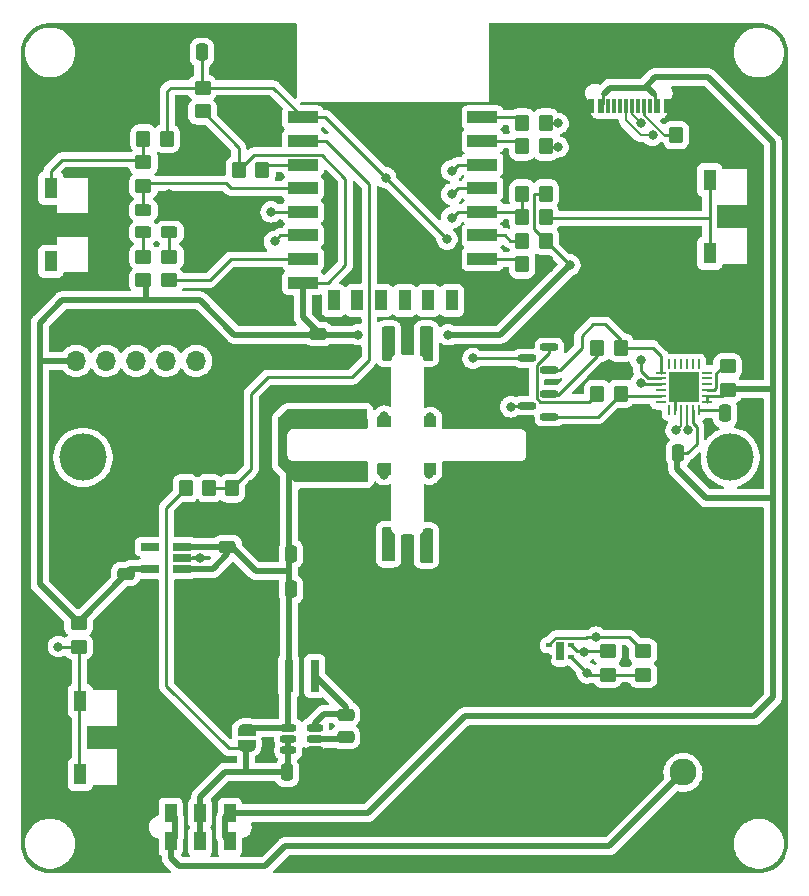
<source format=gtl>
%TF.GenerationSoftware,KiCad,Pcbnew,(6.0.7)*%
%TF.CreationDate,2022-11-21T20:08:05+01:00*%
%TF.ProjectId,Arbolito,4172626f-6c69-4746-9f2e-6b696361645f,rev?*%
%TF.SameCoordinates,Original*%
%TF.FileFunction,Copper,L1,Top*%
%TF.FilePolarity,Positive*%
%FSLAX46Y46*%
G04 Gerber Fmt 4.6, Leading zero omitted, Abs format (unit mm)*
G04 Created by KiCad (PCBNEW (6.0.7)) date 2022-11-21 20:08:05*
%MOMM*%
%LPD*%
G01*
G04 APERTURE LIST*
G04 Aperture macros list*
%AMRoundRect*
4,1,4,-3,2,-5,4,-7,6,-9,8,-3,2,0*
1,1,$1,$2,$3*
1,1,$1,$2,$3*
1,1,$1,$2,$3*
1,1,$1,$2,$3*
20,1,$1,$2,$3,$4,$5,90*
20,1,$1,$2,$3,$4,$5,90*
20,1,$1,$2,$3,$4,$5,90*
20,1,$1,$2,$3,$4,$5,90*%
%AMFreePoly0*
4,1,22,0.75,0.49999999999999994,0.75,-0.000000000000000045922738268339147,0.745033,-0.000000000000000045618607280367356,0.743568,-0.07994100000000004,0.701293,-0.21525600000000006,0.622738,-0.33326600000000006,0.514219,-0.42448600000000003,0.38445999999999997,-0.481581,0.24999999999999997,-0.499164,0.24999999999999997,-0.5,-0.25000000000000006,-0.5,-0.25000000000000006,-0.499164,-0.25610900000000003,-0.499963,-0.39618600000000004,-0.478152,-0.524511,-0.41790399999999994,-0.630769,-0.32405999999999996,-0.706417,-0.20416499999999996,-0.745374,-0.06785799999999996,-0.744959,0.000000000000000045614076236858221,-0.75,0.000000000000000045922738268339147,-0.75,0.5,0.75,0.49999999999999994,0.75,0.49999999999999994,0*%
%AMFreePoly1*
4,1,20,-0.744959,0.000000000000000045614076236858221,-0.744508,0.07390500000000004,-0.703889,0.20972600000000005,-0.626782,0.32868800000000004,-0.519385,0.42122600000000004,-0.39033299999999993,0.479903,-0.24999999999999997,0.5,0.25000000000000006,0.5,0.26221600000000006,0.499851,0.40201700000000007,0.476331,0.529596,0.41451899999999997,0.6347,0.31938399999999995,0.708877,0.19857399999999994,0.746166,0.061800999999999953,0.745033,-0.000000000000000045618607280367356,0.75,-0.000000000000000045922738268339147,0.75,-0.5,-0.75,-0.49999999999999994,-0.75,0.000000000000000045922738268339147,-0.744959,0.000000000000000045614076236858221,-0.744959,0.000000000000000045614076236858221,0*%
G04 Aperture macros list end*
%TA.AperFunction,SMDPad,CuDef*%
%AMCOMP1*
4,1,3,
-0.25000000000000006,-0.475,
0.24999999999999997,-0.475,
0.25000000000000006,0.475,
-0.24999999999999997,0.475,
0*
4,1,19,
-0.5,-0.47499999999999992,
-0.48776412907378841,-0.39774575140626306,
-0.45225424859373686,-0.32805368692688169,
-0.39694631307311828,-0.27274575140626311,
-0.32725424859373686,-0.23723587092621157,
-0.25,-0.22499999999999995,
-0.17274575140626319,-0.23723587092621157,
-0.10305368692688176,-0.27274575140626311,
-0.047745751406263186,-0.32805368692688164,
-0.012235870926211641,-0.39774575140626311,
-0.000000000000000029084400903281456,-0.47499999999999992,
-0.01223587092621165,-0.552254248593737,
-0.047745751406263144,-0.62194631307311821,
-0.10305368692688173,-0.67725424859373684,
-0.17274575140626316,-0.71276412907378839,
-0.25,-0.725,
-0.32725424859373686,-0.71276412907378839,
-0.39694631307311828,-0.67725424859373684,
-0.45225424859373692,-0.62194631307311832,
-0.48776412907378847,-0.55225424859373684,
0*
4,1,19,
-0.000000000000000029084400903281456,-0.475,
0.012235870926211593,-0.39774575140626311,
0.047745751406263116,-0.32805368692688169,
0.1030536869268817,-0.27274575140626311,
0.17274575140626311,-0.2372358709262116,
0.24999999999999997,-0.225,
0.32725424859373686,-0.2372358709262116,
0.39694631307311823,-0.27274575140626311,
0.45225424859373686,-0.32805368692688164,
0.48776412907378841,-0.39774575140626317,
0.49999999999999994,-0.475,
0.48776412907378836,-0.552254248593737,
0.45225424859373681,-0.62194631307311821,
0.39694631307311828,-0.67725424859373684,
0.32725424859373681,-0.71276412907378839,
0.25,-0.725,
0.17274575140626314,-0.71276412907378839,
0.10305368692688173,-0.67725424859373684,
0.04774575140626313,-0.62194631307311832,
0.012235870926211584,-0.55225424859373684,
0*
4,1,19,
0.000000000000000029084400903281456,0.475,
0.01223587092621165,0.55225424859373684,
0.047745751406263172,0.62194631307311821,
0.10305368692688176,0.67725424859373684,
0.17274575140626319,0.71276412907378839,
0.25,0.725,
0.32725424859373692,0.71276412907378839,
0.39694631307311828,0.67725424859373684,
0.45225424859373692,0.62194631307311832,
0.48776412907378847,0.55225424859373684,
0.5,0.475,
0.48776412907378841,0.397745751406263,
0.45225424859373686,0.32805368692688175,
0.39694631307311834,0.27274575140626311,
0.32725424859373686,0.23723587092621157,
0.25000000000000006,0.22499999999999995,
0.17274575140626322,0.23723587092621157,
0.10305368692688179,0.27274575140626311,
0.047745751406263186,0.32805368692688164,
0.012235870926211641,0.39774575140626306,
0*
4,1,19,
-0.49999999999999994,0.47500000000000003,
-0.48776412907378836,0.55225424859373684,
-0.45225424859373681,0.62194631307311821,
-0.39694631307311823,0.67725424859373684,
-0.32725424859373681,0.71276412907378839,
-0.24999999999999994,0.725,
-0.17274575140626311,0.71276412907378839,
-0.1030536869268817,0.67725424859373684,
-0.04774575140626313,0.62194631307311832,
-0.012235870926211584,0.55225424859373684,
0.000000000000000029084400903281462,0.47500000000000003,
-0.012235870926211593,0.39774575140626306,
-0.047745751406263089,0.32805368692688175,
-0.10305368692688167,0.27274575140626311,
-0.17274575140626308,0.2372358709262116,
-0.24999999999999994,0.225,
-0.32725424859373681,0.2372358709262116,
-0.39694631307311823,0.27274575140626311,
-0.45225424859373686,0.32805368692688164,
-0.48776412907378841,0.39774575140626311,
0*
4,1,3,
-0.25000000000000006,-0.725,
-0.24999999999999997,-0.22499999999999995,
0.25,-0.225,
0.24999999999999992,-0.725,
0*
4,1,3,
0.49999999999999994,-0.47500000000000003,
-0.000000000000000029084400903281456,-0.475,
0.000000000000000029084400903281456,0.475,
0.5,0.47499999999999992,
0*
4,1,3,
0.25000000000000006,0.725,
0.24999999999999997,0.22499999999999995,
-0.25,0.225,
-0.24999999999999992,0.725,
0*
4,1,3,
-0.49999999999999994,0.47500000000000003,
0.000000000000000029084400903281456,0.475,
-0.000000000000000029084400903281456,-0.475,
-0.5,-0.47499999999999992,
0*%
%ADD10COMP1,0.25X-0.475X0.25X-0.475X-0.25X0.475X-0.25X0.475X0.25X0*%
%TD*%
%TA.AperFunction,SMDPad,CuDef*%
%AMCOMP2*
4,1,3,
-0.35,-0.45,
0.35,-0.45,
0.35,0.45,
-0.35,0.45,
0*
4,1,19,
-0.6,-0.44999999999999996,
-0.58776412907378839,-0.37274575140626309,
-0.55225424859373684,-0.30305368692688167,
-0.49694631307311826,-0.24774575140626312,
-0.42725424859373684,-0.2122358709262116,
-0.35,-0.19999999999999998,
-0.27274575140626311,-0.21223587092621157,
-0.20305368692688175,-0.24774575140626315,
-0.14774575140626317,-0.30305368692688173,
-0.11223587092621162,-0.37274575140626315,
-0.1,-0.44999999999999996,
-0.11223587092621162,-0.52725424859373693,
-0.14774575140626311,-0.5969463130731183,
-0.20305368692688169,-0.65225424859373682,
-0.27274575140626317,-0.68776412907378837,
-0.35,-0.7,
-0.42725424859373684,-0.68776412907378837,
-0.49694631307311826,-0.65225424859373693,
-0.55225424859373684,-0.5969463130731183,
-0.58776412907378839,-0.52725424859373693,
0*
4,1,19,
0.09999999999999995,-0.45,
0.11223587092621157,-0.37274575140626315,
0.14774575140626309,-0.30305368692688173,
0.20305368692688167,-0.24774575140626315,
0.27274575140626311,-0.21223587092621166,
0.35,-0.20000000000000004,
0.42725424859373684,-0.21223587092621163,
0.49694631307311821,-0.24774575140626318,
0.55225424859373684,-0.30305368692688178,
0.58776412907378839,-0.3727457514062632,
0.6,-0.45,
0.58776412907378839,-0.52725424859373693,
0.55225424859373684,-0.5969463130731183,
0.49694631307311826,-0.65225424859373682,
0.42725424859373679,-0.68776412907378837,
0.35,-0.7,
0.27274575140626311,-0.68776412907378837,
0.20305368692688172,-0.65225424859373693,
0.14774575140626311,-0.5969463130731183,
0.11223587092621157,-0.52725424859373693,
0*
4,1,19,
0.1,0.45,
0.11223587092621162,0.52725424859373682,
0.14774575140626314,0.5969463130731183,
0.20305368692688172,0.65225424859373682,
0.27274575140626317,0.68776412907378837,
0.35000000000000003,0.7,
0.4272542485937369,0.68776412907378837,
0.49694631307311826,0.65225424859373682,
0.55225424859373684,0.5969463130731183,
0.58776412907378839,0.52725424859373693,
0.6,0.45,
0.58776412907378839,0.37274575140626304,
0.55225424859373684,0.30305368692688167,
0.49694631307311832,0.24774575140626315,
0.42725424859373684,0.2122358709262116,
0.35000000000000003,0.19999999999999998,
0.27274575140626317,0.21223587092621157,
0.20305368692688178,0.24774575140626312,
0.14774575140626317,0.30305368692688167,
0.11223587092621162,0.37274575140626309,
0*
4,1,19,
-0.6,0.45000000000000007,
-0.58776412907378839,0.52725424859373682,
-0.55225424859373684,0.5969463130731183,
-0.49694631307311821,0.65225424859373682,
-0.42725424859373679,0.68776412907378837,
-0.34999999999999992,0.7,
-0.27274575140626306,0.68776412907378837,
-0.20305368692688169,0.65225424859373682,
-0.14774575140626311,0.5969463130731183,
-0.11223587092621157,0.52725424859373693,
-0.09999999999999995,0.45000000000000007,
-0.11223587092621157,0.37274575140626309,
-0.14774575140626306,0.30305368692688173,
-0.20305368692688164,0.24774575140626318,
-0.27274575140626311,0.21223587092621166,
-0.34999999999999992,0.20000000000000004,
-0.42725424859373679,0.21223587092621163,
-0.49694631307311821,0.24774575140626315,
-0.55225424859373684,0.30305368692688173,
-0.58776412907378839,0.37274575140626315,
0*
4,1,3,
-0.35000000000000003,-0.7,
-0.35,-0.19999999999999998,
0.35,-0.20000000000000004,
0.34999999999999992,-0.7,
0*
4,1,3,
0.6,-0.45000000000000007,
0.09999999999999995,-0.45,
0.1,0.45,
0.6,0.44999999999999996,
0*
4,1,3,
0.35000000000000003,0.7,
0.35,0.19999999999999998,
-0.35,0.20000000000000004,
-0.34999999999999992,0.7,
0*
4,1,3,
-0.6,0.45000000000000007,
-0.09999999999999995,0.45,
-0.1,-0.45,
-0.6,-0.44999999999999996,
0*%
%ADD11COMP2,0.25X-0.45X0.35X-0.45X-0.35X0.45X-0.35X0.45X0.35X0*%
%TD*%
%TA.AperFunction,SMDPad,CuDef*%
%AMCOMP3*
4,1,3,
-0.45625,0.24375000000000002,
-0.45625,-0.24374999999999997,
0.45625,-0.24375000000000002,
0.45625,0.24374999999999997,
0*
4,1,19,
-0.7,0.24375000000000005,
-0.68807002584694366,0.31907289237889347,
-0.65344789237889345,0.38702265524629037,
-0.59952265524629034,0.44094789237889348,
-0.53157289237889338,0.47557002584694369,
-0.45624999999999993,0.48750000000000004,
-0.38092710762110654,0.47557002584694369,
-0.3129773447537097,0.44094789237889342,
-0.25905210762110659,0.38702265524629031,
-0.22442997415305629,0.31907289237889347,
-0.21249999999999997,0.24375000000000002,
-0.22442997415305632,0.16842710762110649,
-0.25905210762110653,0.10047734475370972,
-0.31297734475370964,0.046552107621106613,
-0.38092710762110654,0.01192997415305635,
-0.45624999999999993,0.000000000000000027936332446572976,
-0.53157289237889338,0.011929974153056333,
-0.59952265524629023,0.046552107621106571,
-0.65344789237889334,0.10047734475370966,
-0.68807002584694366,0.16842710762110658,
0*
4,1,19,
-0.7,-0.24374999999999994,
-0.68807002584694366,-0.16842710762110652,
-0.65344789237889345,-0.10047734475370963,
-0.59952265524629034,-0.04655210762110653,
-0.53157289237889338,-0.011929974153056295,
-0.45625,0.000000000000000027936332446572982,
-0.3809271076211066,-0.011929974153056277,
-0.3129773447537097,-0.046552107621106543,
-0.25905210762110659,-0.10047734475370963,
-0.22442997415305632,-0.16842710762110655,
-0.21250000000000002,-0.24374999999999997,
-0.22442997415305635,-0.31907289237889347,
-0.25905210762110653,-0.38702265524629031,
-0.31297734475370964,-0.44094789237889342,
-0.3809271076211066,-0.47557002584694363,
-0.45625,-0.48749999999999993,
-0.53157289237889338,-0.47557002584694363,
-0.59952265524629023,-0.44094789237889337,
-0.65344789237889334,-0.38702265524629031,
-0.68807002584694366,-0.31907289237889341,
0*
4,1,19,
0.21249999999999997,-0.24375,
0.22442997415305632,-0.16842710762110658,
0.25905210762110653,-0.10047734475370969,
0.31297734475370964,-0.046552107621106585,
0.38092710762110654,-0.01192997415305635,
0.45625,-0.000000000000000027936332446572982,
0.53157289237889338,-0.011929974153056333,
0.59952265524629023,-0.0465521076211066,
0.65344789237889334,-0.10047734475370969,
0.68807002584694366,-0.1684271076211066,
0.7,-0.24375000000000002,
0.68807002584694366,-0.31907289237889352,
0.65344789237889345,-0.38702265524629037,
0.59952265524629034,-0.44094789237889348,
0.53157289237889349,-0.47557002584694369,
0.45625,-0.48750000000000004,
0.38092710762110654,-0.47557002584694369,
0.31297734475370975,-0.44094789237889342,
0.25905210762110659,-0.38702265524629037,
0.22442997415305629,-0.31907289237889347,
0*
4,1,19,
0.21250000000000002,0.24375,
0.22442997415305635,0.31907289237889341,
0.25905210762110653,0.38702265524629031,
0.31297734475370964,0.44094789237889342,
0.3809271076211066,0.47557002584694363,
0.45625000000000004,0.48749999999999993,
0.53157289237889338,0.47557002584694363,
0.59952265524629023,0.44094789237889337,
0.65344789237889334,0.38702265524629026,
0.68807002584694366,0.31907289237889341,
0.7,0.24374999999999997,
0.68807002584694366,0.16842710762110644,
0.65344789237889345,0.10047734475370966,
0.59952265524629034,0.046552107621106557,
0.53157289237889349,0.011929974153056295,
0.45625000000000004,-0.000000000000000027936332446572982,
0.3809271076211066,0.011929974153056277,
0.31297734475370975,0.046552107621106516,
0.25905210762110659,0.1004773447537096,
0.22442997415305632,0.16842710762110652,
0*
4,1,3,
-0.7,0.24375000000000008,
-0.21249999999999997,0.24374999999999997,
-0.21250000000000002,-0.24375000000000002,
-0.7,-0.24374999999999991,
0*
4,1,3,
-0.45625000000000004,-0.48749999999999993,
-0.45625,0.000000000000000027936332446572982,
0.45625,-0.000000000000000027936332446572982,
0.45624999999999993,-0.48750000000000004,
0*
4,1,3,
0.7,-0.24375000000000008,
0.21249999999999997,-0.24374999999999997,
0.21250000000000002,0.24375000000000002,
0.7,0.24374999999999991,
0*
4,1,3,
0.45625000000000004,0.48749999999999993,
0.45625,-0.000000000000000027936332446572982,
-0.45625,0.000000000000000027936332446572982,
-0.45624999999999993,0.48750000000000004,
0*%
%ADD12COMP3,0.24375X0.24375X0.45625X-0.24375X0.45625X-0.24375X-0.45625X0.24375X-0.45625X0*%
%TD*%
%TA.AperFunction,SMDPad,CuDef*%
%AMCOMP4*
4,1,3,
0.25000000000000006,0.475,
-0.24999999999999997,0.475,
-0.25000000000000006,-0.475,
0.24999999999999997,-0.475,
0*
4,1,19,
0.000000000000000029084400903281456,0.475,
0.01223587092621165,0.55225424859373684,
0.047745751406263172,0.62194631307311821,
0.10305368692688176,0.67725424859373684,
0.17274575140626319,0.71276412907378839,
0.25,0.725,
0.32725424859373692,0.71276412907378839,
0.39694631307311828,0.67725424859373684,
0.45225424859373692,0.62194631307311832,
0.48776412907378847,0.55225424859373684,
0.5,0.475,
0.48776412907378841,0.397745751406263,
0.45225424859373686,0.32805368692688175,
0.39694631307311834,0.27274575140626311,
0.32725424859373686,0.23723587092621157,
0.25000000000000006,0.22499999999999995,
0.17274575140626322,0.23723587092621157,
0.10305368692688179,0.27274575140626311,
0.047745751406263186,0.32805368692688164,
0.012235870926211641,0.39774575140626306,
0*
4,1,19,
-0.49999999999999994,0.47500000000000003,
-0.48776412907378836,0.55225424859373684,
-0.45225424859373681,0.62194631307311821,
-0.39694631307311823,0.67725424859373684,
-0.32725424859373681,0.71276412907378839,
-0.24999999999999994,0.725,
-0.17274575140626311,0.71276412907378839,
-0.1030536869268817,0.67725424859373684,
-0.04774575140626313,0.62194631307311832,
-0.012235870926211584,0.55225424859373684,
0.000000000000000029084400903281462,0.47500000000000003,
-0.012235870926211593,0.39774575140626306,
-0.047745751406263089,0.32805368692688175,
-0.10305368692688167,0.27274575140626311,
-0.17274575140626308,0.2372358709262116,
-0.24999999999999994,0.225,
-0.32725424859373681,0.2372358709262116,
-0.39694631307311823,0.27274575140626311,
-0.45225424859373686,0.32805368692688164,
-0.48776412907378841,0.39774575140626311,
0*
4,1,19,
-0.5,-0.47499999999999992,
-0.48776412907378841,-0.39774575140626306,
-0.45225424859373686,-0.32805368692688169,
-0.39694631307311828,-0.27274575140626311,
-0.32725424859373686,-0.23723587092621157,
-0.25,-0.22499999999999995,
-0.17274575140626319,-0.23723587092621157,
-0.10305368692688176,-0.27274575140626311,
-0.047745751406263186,-0.32805368692688164,
-0.012235870926211641,-0.39774575140626311,
-0.000000000000000029084400903281456,-0.47499999999999992,
-0.01223587092621165,-0.552254248593737,
-0.047745751406263144,-0.62194631307311821,
-0.10305368692688173,-0.67725424859373684,
-0.17274575140626316,-0.71276412907378839,
-0.25,-0.725,
-0.32725424859373686,-0.71276412907378839,
-0.39694631307311828,-0.67725424859373684,
-0.45225424859373692,-0.62194631307311832,
-0.48776412907378847,-0.55225424859373684,
0*
4,1,19,
-0.000000000000000029084400903281456,-0.475,
0.012235870926211593,-0.39774575140626311,
0.047745751406263116,-0.32805368692688169,
0.1030536869268817,-0.27274575140626311,
0.17274575140626311,-0.2372358709262116,
0.24999999999999997,-0.225,
0.32725424859373686,-0.2372358709262116,
0.39694631307311823,-0.27274575140626311,
0.45225424859373686,-0.32805368692688164,
0.48776412907378841,-0.39774575140626317,
0.49999999999999994,-0.475,
0.48776412907378836,-0.552254248593737,
0.45225424859373681,-0.62194631307311821,
0.39694631307311828,-0.67725424859373684,
0.32725424859373681,-0.71276412907378839,
0.25,-0.725,
0.17274575140626314,-0.71276412907378839,
0.10305368692688173,-0.67725424859373684,
0.04774575140626313,-0.62194631307311832,
0.012235870926211584,-0.55225424859373684,
0*
4,1,3,
0.25000000000000006,0.725,
0.24999999999999997,0.22499999999999995,
-0.25,0.225,
-0.24999999999999992,0.725,
0*
4,1,3,
-0.49999999999999994,0.47500000000000003,
0.000000000000000029084400903281456,0.475,
-0.000000000000000029084400903281456,-0.475,
-0.5,-0.47499999999999992,
0*
4,1,3,
-0.25000000000000006,-0.725,
-0.24999999999999997,-0.22499999999999995,
0.25,-0.225,
0.24999999999999992,-0.725,
0*
4,1,3,
0.49999999999999994,-0.47500000000000003,
-0.000000000000000029084400903281456,-0.475,
0.000000000000000029084400903281456,0.475,
0.5,0.47499999999999992,
0*%
%ADD13COMP4,0.25X0.475X-0.25X0.475X0.25X-0.475X0.25X-0.475X-0.25X0*%
%TD*%
%TA.AperFunction,SMDPad,CuDef*%
%AMCOMP5*
4,1,3,
-0.45,0.35,
-0.45,-0.35,
0.45,-0.35,
0.45,0.35,
0*
4,1,19,
-0.7,0.35000000000000003,
-0.68776412907378837,0.4272542485937369,
-0.65225424859373682,0.49694631307311832,
-0.5969463130731183,0.55225424859373684,
-0.52725424859373682,0.58776412907378839,
-0.44999999999999996,0.6,
-0.37274575140626315,0.58776412907378839,
-0.30305368692688167,0.55225424859373684,
-0.24774575140626315,0.49694631307311832,
-0.2122358709262116,0.42725424859373684,
-0.19999999999999998,0.35000000000000003,
-0.2122358709262116,0.27274575140626306,
-0.24774575140626312,0.20305368692688175,
-0.30305368692688173,0.14774575140626317,
-0.37274575140626309,0.11223587092621162,
-0.44999999999999996,0.1,
-0.52725424859373682,0.1122358709262116,
-0.5969463130731183,0.14774575140626311,
-0.65225424859373682,0.20305368692688167,
-0.68776412907378837,0.27274575140626311,
0*
4,1,19,
-0.7,-0.34999999999999992,
-0.68776412907378837,-0.27274575140626306,
-0.65225424859373682,-0.20305368692688167,
-0.5969463130731183,-0.14774575140626309,
-0.52725424859373682,-0.11223587092621157,
-0.45,-0.09999999999999995,
-0.3727457514062632,-0.11223587092621154,
-0.30305368692688173,-0.14774575140626309,
-0.24774575140626318,-0.20305368692688164,
-0.21223587092621166,-0.27274575140626311,
-0.20000000000000004,-0.34999999999999992,
-0.21223587092621166,-0.4272542485937369,
-0.24774575140626315,-0.49694631307311821,
-0.30305368692688178,-0.55225424859373684,
-0.37274575140626315,-0.58776412907378839,
-0.45,-0.6,
-0.52725424859373682,-0.58776412907378839,
-0.5969463130731183,-0.55225424859373684,
-0.65225424859373682,-0.49694631307311826,
-0.68776412907378837,-0.42725424859373684,
0*
4,1,19,
0.19999999999999998,-0.35,
0.2122358709262116,-0.27274575140626311,
0.24774575140626315,-0.20305368692688172,
0.30305368692688173,-0.14774575140626314,
0.37274575140626315,-0.11223587092621162,
0.45,-0.1,
0.52725424859373682,-0.1122358709262116,
0.5969463130731183,-0.14774575140626314,
0.65225424859373682,-0.20305368692688169,
0.68776412907378837,-0.27274575140626317,
0.7,-0.35,
0.68776412907378837,-0.42725424859373695,
0.65225424859373693,-0.49694631307311826,
0.5969463130731183,-0.55225424859373684,
0.52725424859373693,-0.58776412907378839,
0.45,-0.6,
0.37274575140626315,-0.58776412907378839,
0.30305368692688173,-0.55225424859373684,
0.24774575140626315,-0.49694631307311832,
0.2122358709262116,-0.4272542485937369,
0*
4,1,19,
0.20000000000000004,0.35,
0.21223587092621166,0.42725424859373684,
0.24774575140626318,0.49694631307311826,
0.30305368692688178,0.55225424859373684,
0.3727457514062632,0.58776412907378839,
0.45000000000000007,0.6,
0.52725424859373682,0.58776412907378839,
0.5969463130731183,0.55225424859373684,
0.65225424859373682,0.49694631307311826,
0.68776412907378837,0.42725424859373679,
0.7,0.35,
0.68776412907378837,0.272745751406263,
0.65225424859373693,0.20305368692688169,
0.5969463130731183,0.14774575140626311,
0.52725424859373693,0.11223587092621157,
0.45000000000000007,0.09999999999999995,
0.3727457514062632,0.11223587092621154,
0.30305368692688178,0.14774575140626306,
0.24774575140626318,0.20305368692688161,
0.21223587092621166,0.27274575140626306,
0*
4,1,3,
-0.7,0.35000000000000003,
-0.19999999999999998,0.35,
-0.20000000000000004,-0.35,
-0.7,-0.34999999999999992,
0*
4,1,3,
-0.45000000000000007,-0.6,
-0.45,-0.09999999999999995,
0.45,-0.1,
0.44999999999999996,-0.6,
0*
4,1,3,
0.7,-0.35000000000000003,
0.19999999999999998,-0.35,
0.20000000000000004,0.35,
0.7,0.34999999999999992,
0*
4,1,3,
0.45000000000000007,0.6,
0.45,0.09999999999999995,
-0.45,0.1,
-0.44999999999999996,0.6,
0*%
%ADD14COMP5,0.25X0.35X0.45X-0.35X0.45X-0.35X-0.45X0.35X-0.45X0*%
%TD*%
%TA.AperFunction,SMDPad,CuDef*%
%AMCOMP6*
4,1,3,
0.35,0.45,
-0.35,0.45,
-0.35,-0.45,
0.35,-0.45,
0*
4,1,19,
0.1,0.45,
0.11223587092621162,0.52725424859373682,
0.14774575140626314,0.5969463130731183,
0.20305368692688172,0.65225424859373682,
0.27274575140626317,0.68776412907378837,
0.35000000000000003,0.7,
0.4272542485937369,0.68776412907378837,
0.49694631307311826,0.65225424859373682,
0.55225424859373684,0.5969463130731183,
0.58776412907378839,0.52725424859373693,
0.6,0.45,
0.58776412907378839,0.37274575140626304,
0.55225424859373684,0.30305368692688167,
0.49694631307311832,0.24774575140626315,
0.42725424859373684,0.2122358709262116,
0.35000000000000003,0.19999999999999998,
0.27274575140626317,0.21223587092621157,
0.20305368692688178,0.24774575140626312,
0.14774575140626317,0.30305368692688167,
0.11223587092621162,0.37274575140626309,
0*
4,1,19,
-0.6,0.45000000000000007,
-0.58776412907378839,0.52725424859373682,
-0.55225424859373684,0.5969463130731183,
-0.49694631307311821,0.65225424859373682,
-0.42725424859373679,0.68776412907378837,
-0.34999999999999992,0.7,
-0.27274575140626306,0.68776412907378837,
-0.20305368692688169,0.65225424859373682,
-0.14774575140626311,0.5969463130731183,
-0.11223587092621157,0.52725424859373693,
-0.09999999999999995,0.45000000000000007,
-0.11223587092621157,0.37274575140626309,
-0.14774575140626306,0.30305368692688173,
-0.20305368692688164,0.24774575140626318,
-0.27274575140626311,0.21223587092621166,
-0.34999999999999992,0.20000000000000004,
-0.42725424859373679,0.21223587092621163,
-0.49694631307311821,0.24774575140626315,
-0.55225424859373684,0.30305368692688173,
-0.58776412907378839,0.37274575140626315,
0*
4,1,19,
-0.6,-0.44999999999999996,
-0.58776412907378839,-0.37274575140626309,
-0.55225424859373684,-0.30305368692688167,
-0.49694631307311826,-0.24774575140626312,
-0.42725424859373684,-0.2122358709262116,
-0.35,-0.19999999999999998,
-0.27274575140626311,-0.21223587092621157,
-0.20305368692688175,-0.24774575140626315,
-0.14774575140626317,-0.30305368692688173,
-0.11223587092621162,-0.37274575140626315,
-0.1,-0.44999999999999996,
-0.11223587092621162,-0.52725424859373693,
-0.14774575140626311,-0.5969463130731183,
-0.20305368692688169,-0.65225424859373682,
-0.27274575140626317,-0.68776412907378837,
-0.35,-0.7,
-0.42725424859373684,-0.68776412907378837,
-0.49694631307311826,-0.65225424859373693,
-0.55225424859373684,-0.5969463130731183,
-0.58776412907378839,-0.52725424859373693,
0*
4,1,19,
0.09999999999999995,-0.45,
0.11223587092621157,-0.37274575140626315,
0.14774575140626309,-0.30305368692688173,
0.20305368692688167,-0.24774575140626315,
0.27274575140626311,-0.21223587092621166,
0.35,-0.20000000000000004,
0.42725424859373684,-0.21223587092621163,
0.49694631307311821,-0.24774575140626318,
0.55225424859373684,-0.30305368692688178,
0.58776412907378839,-0.3727457514062632,
0.6,-0.45,
0.58776412907378839,-0.52725424859373693,
0.55225424859373684,-0.5969463130731183,
0.49694631307311826,-0.65225424859373682,
0.42725424859373679,-0.68776412907378837,
0.35,-0.7,
0.27274575140626311,-0.68776412907378837,
0.20305368692688172,-0.65225424859373693,
0.14774575140626311,-0.5969463130731183,
0.11223587092621157,-0.52725424859373693,
0*
4,1,3,
0.35000000000000003,0.7,
0.35,0.19999999999999998,
-0.35,0.20000000000000004,
-0.34999999999999992,0.7,
0*
4,1,3,
-0.6,0.45000000000000007,
-0.09999999999999995,0.45,
-0.1,-0.45,
-0.6,-0.44999999999999996,
0*
4,1,3,
-0.35000000000000003,-0.7,
-0.35,-0.19999999999999998,
0.35,-0.20000000000000004,
0.34999999999999992,-0.7,
0*
4,1,3,
0.6,-0.45000000000000007,
0.09999999999999995,-0.45,
0.1,0.45,
0.6,0.44999999999999996,
0*%
%ADD15COMP6,0.25X0.45X-0.35X0.45X0.35X-0.45X0.35X-0.45X-0.35X0*%
%TD*%
%TA.AperFunction,SMDPad,CuDef*%
%ADD16R,1X1.6*%
%TD*%
%TA.AperFunction,SMDPad,CuDef*%
%AMCOMP7*
4,1,21,
0.75,0.49999999999999994,
0.75,-0.000000000000000045922738268339147,
0.745033,-0.000000000000000045618607280367356,
0.743568,-0.07994100000000004,
0.701293,-0.21525600000000006,
0.622738,-0.33326600000000006,
0.514219,-0.42448600000000003,
0.38445999999999997,-0.481581,
0.24999999999999997,-0.499164,
0.24999999999999997,-0.5,
-0.25000000000000006,-0.5,
-0.25000000000000006,-0.499164,
-0.25610900000000003,-0.499963,
-0.39618600000000004,-0.478152,
-0.524511,-0.41790399999999994,
-0.630769,-0.32405999999999996,
-0.706417,-0.20416499999999996,
-0.745374,-0.06785799999999996,
-0.744959,0.000000000000000045614076236858221,
-0.75,0.000000000000000045922738268339147,
-0.75,0.5,
0.75,0.49999999999999994,
0*%
%ADD17COMP7,0*%
%TD*%
%TA.AperFunction,SMDPad,CuDef*%
%AMCOMP8*
4,1,19,
-0.744959,0.000000000000000045614076236858221,
-0.744508,0.07390500000000004,
-0.703889,0.20972600000000005,
-0.626782,0.32868800000000004,
-0.519385,0.42122600000000004,
-0.39033299999999993,0.479903,
-0.24999999999999997,0.5,
0.25000000000000006,0.5,
0.26221600000000006,0.499851,
0.40201700000000007,0.476331,
0.529596,0.41451899999999997,
0.6347,0.31938399999999995,
0.708877,0.19857399999999994,
0.746166,0.061800999999999953,
0.745033,-0.000000000000000045618607280367356,
0.75,-0.000000000000000045922738268339147,
0.75,-0.5,
-0.75,-0.49999999999999994,
-0.75,0.000000000000000045922738268339147,
-0.744959,0.000000000000000045614076236858221,
0*%
%ADD18COMP8,0*%
%TD*%
%TA.AperFunction,SMDPad,CuDef*%
%AMCOMP9*
4,1,3,
0.5875,0.14999999999999997,
-0.5875,0.15000000000000002,
-0.5875,-0.14999999999999997,
0.5875,-0.15000000000000002,
0*
4,1,19,
0.4375,0.14999999999999997,
0.444841522555727,0.19635254915624209,
0.46614745084375792,0.23816778784387094,
0.49933221215612905,0.271352549156242,
0.54114745084375793,0.29265847744427292,
0.5875,0.29999999999999993,
0.63385254915624212,0.292658477444273,
0.67566778784387094,0.271352549156242,
0.70885254915624207,0.23816778784387094,
0.73015847744427309,0.19635254915624206,
0.7375,0.14999999999999997,
0.73015847744427309,0.1036474508437578,
0.70885254915624218,0.061832212156128996,
0.675667787843871,0.02864745084375786,
0.63385254915624212,0.0073415225557269424,
0.5875,-0.000000000000000035972811643532336,
0.54114745084375793,0.0073415225557269207,
0.49933221215612911,0.028647450843757829,
0.46614745084375792,0.061832212156128968,
0.444841522555727,0.10364745084375782,
0*
4,1,19,
-0.7375,0.15000000000000005,
-0.73015847744427309,0.19635254915624217,
-0.70885254915624207,0.23816778784387102,
-0.675667787843871,0.27135254915624213,
-0.63385254915624212,0.29265847744427304,
-0.5875,0.30000000000000004,
-0.54114745084375793,0.29265847744427309,
-0.49933221215612905,0.27135254915624213,
-0.46614745084375792,0.23816778784387102,
-0.444841522555727,0.19635254915624215,
-0.4375,0.15000000000000005,
-0.444841522555727,0.10364745084375787,
-0.46614745084375786,0.061832212156129066,
-0.49933221215612905,0.028647450843757933,
-0.54114745084375793,0.0073415225557270144,
-0.5875,0.000000000000000035972811643532336,
-0.63385254915624212,0.0073415225557269927,
-0.67566778784387094,0.0286474508437579,
-0.70885254915624207,0.061832212156129038,
-0.73015847744427309,0.10364745084375789,
0*
4,1,19,
-0.7375,-0.14999999999999994,
-0.73015847744427309,-0.10364745084375784,
-0.70885254915624207,-0.061832212156128982,
-0.675667787843871,-0.028647450843757846,
-0.63385254915624212,-0.0073415225557269424,
-0.5875,0.000000000000000035972811643532336,
-0.54114745084375793,-0.0073415225557269207,
-0.49933221215612905,-0.028647450843757857,
-0.46614745084375792,-0.061832212156128982,
-0.444841522555727,-0.10364745084375784,
-0.4375,-0.14999999999999994,
-0.444841522555727,-0.19635254915624212,
-0.46614745084375786,-0.23816778784387091,
-0.49933221215612905,-0.271352549156242,
-0.54114745084375793,-0.29265847744427292,
-0.5875,-0.29999999999999993,
-0.63385254915624212,-0.292658477444273,
-0.67566778784387094,-0.27135254915624207,
-0.70885254915624207,-0.23816778784387094,
-0.73015847744427309,-0.19635254915624209,
0*
4,1,19,
0.4375,-0.15000000000000002,
0.444841522555727,-0.10364745084375791,
0.46614745084375792,-0.061832212156129052,
0.49933221215612905,-0.028647450843757919,
0.54114745084375793,-0.0073415225557270144,
0.5875,-0.000000000000000035972811643532336,
0.63385254915624212,-0.0073415225557269927,
0.67566778784387094,-0.028647450843757929,
0.70885254915624207,-0.061832212156129052,
0.73015847744427309,-0.10364745084375791,
0.7375,-0.15000000000000002,
0.73015847744427309,-0.1963525491562422,
0.70885254915624218,-0.238167787843871,
0.675667787843871,-0.27135254915624213,
0.63385254915624212,-0.29265847744427304,
0.5875,-0.30000000000000004,
0.54114745084375793,-0.29265847744427309,
0.49933221215612911,-0.27135254915624218,
0.46614745084375792,-0.23816778784387102,
0.444841522555727,-0.19635254915624217,
0*
4,1,3,
0.5875,0.29999999999999993,
0.5875,-0.000000000000000035972811643532336,
-0.5875,0.000000000000000035972811643532336,
-0.5875,0.30000000000000004,
0*
4,1,3,
-0.7375,0.15000000000000005,
-0.4375,0.15000000000000002,
-0.4375,-0.14999999999999997,
-0.7375,-0.14999999999999994,
0*
4,1,3,
-0.5875,-0.29999999999999993,
-0.5875,0.000000000000000035972811643532336,
0.5875,-0.000000000000000035972811643532336,
0.5875,-0.30000000000000004,
0*
4,1,3,
0.7375,-0.15000000000000005,
0.4375,-0.15000000000000002,
0.4375,0.14999999999999997,
0.7375,0.14999999999999994,
0*%
%ADD19COMP9,0.15X0.15X-0.5875X0.15X0.5875X-0.15X0.5875X-0.15X-0.5875X0*%
%TD*%
%TA.AperFunction,SMDPad,CuDef*%
%ADD20R,0.8X2.7*%
%TD*%
%TA.AperFunction,SMDPad,CuDef*%
%AMCOMP10*
4,1,3,
0.475,-0.25000000000000006,
0.475,0.24999999999999997,
-0.475,0.25000000000000006,
-0.475,-0.24999999999999997,
0*
4,1,19,
0.22499999999999995,-0.25,
0.2372358709262116,-0.17274575140626316,
0.27274575140626311,-0.10305368692688173,
0.32805368692688169,-0.047745751406263158,
0.39774575140626311,-0.012235870926211641,
0.475,-0.000000000000000029084400903281456,
0.55225424859373684,-0.012235870926211622,
0.62194631307311821,-0.047745751406263172,
0.67725424859373684,-0.10305368692688173,
0.71276412907378839,-0.17274575140626319,
0.725,-0.25,
0.71276412907378839,-0.327254248593737,
0.67725424859373684,-0.39694631307311828,
0.62194631307311832,-0.45225424859373692,
0.55225424859373684,-0.48776412907378847,
0.475,-0.5,
0.39774575140626311,-0.48776412907378841,
0.32805368692688175,-0.45225424859373686,
0.27274575140626311,-0.39694631307311834,
0.23723587092621157,-0.32725424859373692,
0*
4,1,19,
0.225,0.25,
0.23723587092621162,0.32725424859373686,
0.27274575140626311,0.39694631307311828,
0.32805368692688169,0.45225424859373686,
0.39774575140626317,0.48776412907378841,
0.47500000000000003,0.49999999999999994,
0.55225424859373684,0.48776412907378836,
0.62194631307311821,0.45225424859373681,
0.67725424859373684,0.39694631307311828,
0.71276412907378839,0.32725424859373681,
0.725,0.25,
0.71276412907378839,0.17274575140626303,
0.67725424859373684,0.1030536869268817,
0.62194631307311832,0.04774575140626313,
0.55225424859373684,0.012235870926211584,
0.47500000000000003,-0.000000000000000029084400903281462,
0.39774575140626317,0.012235870926211565,
0.32805368692688175,0.047745751406263089,
0.27274575140626311,0.10305368692688165,
0.2372358709262116,0.17274575140626305,
0*
4,1,19,
-0.725,0.25000000000000006,
-0.71276412907378839,0.32725424859373692,
-0.67725424859373684,0.39694631307311834,
-0.62194631307311821,0.45225424859373692,
-0.55225424859373684,0.48776412907378847,
-0.47499999999999992,0.5,
-0.39774575140626306,0.48776412907378841,
-0.32805368692688175,0.45225424859373686,
-0.27274575140626311,0.39694631307311834,
-0.23723587092621157,0.32725424859373686,
-0.22499999999999995,0.25000000000000006,
-0.2372358709262116,0.17274575140626311,
-0.27274575140626311,0.10305368692688176,
-0.32805368692688164,0.047745751406263186,
-0.39774575140626311,0.012235870926211641,
-0.47499999999999992,0.000000000000000029084400903281456,
-0.55225424859373673,0.012235870926211622,
-0.62194631307311821,0.047745751406263144,
-0.67725424859373684,0.1030536869268817,
-0.71276412907378839,0.17274575140626314,
0*
4,1,19,
-0.725,-0.24999999999999994,
-0.71276412907378839,-0.17274575140626308,
-0.67725424859373684,-0.10305368692688167,
-0.62194631307311821,-0.0477457514062631,
-0.55225424859373684,-0.012235870926211584,
-0.475,0.000000000000000029084400903281456,
-0.39774575140626311,-0.012235870926211565,
-0.32805368692688175,-0.047745751406263116,
-0.27274575140626311,-0.10305368692688167,
-0.2372358709262116,-0.17274575140626311,
-0.225,-0.24999999999999997,
-0.23723587092621162,-0.32725424859373692,
-0.27274575140626311,-0.39694631307311823,
-0.32805368692688164,-0.45225424859373686,
-0.39774575140626317,-0.48776412907378841,
-0.475,-0.49999999999999994,
-0.55225424859373673,-0.48776412907378836,
-0.62194631307311821,-0.45225424859373681,
-0.67725424859373684,-0.39694631307311828,
-0.71276412907378839,-0.32725424859373686,
0*
4,1,3,
0.725,-0.25000000000000006,
0.22499999999999995,-0.24999999999999997,
0.225,0.25,
0.725,0.24999999999999992,
0*
4,1,3,
0.47500000000000003,0.49999999999999994,
0.475,-0.000000000000000029084400903281456,
-0.475,0.000000000000000029084400903281456,
-0.47499999999999992,0.5,
0*
4,1,3,
-0.725,0.25000000000000006,
-0.22499999999999995,0.24999999999999997,
-0.225,-0.25,
-0.725,-0.24999999999999992,
0*
4,1,3,
-0.47500000000000003,-0.49999999999999994,
-0.475,0.000000000000000029084400903281456,
0.475,-0.000000000000000029084400903281456,
0.47499999999999992,-0.5,
0*%
%ADD21COMP10,0.25X-0.25X-0.475X0.25X-0.475X0.25X0.475X-0.25X0.475X0*%
%TD*%
%TA.AperFunction,SMDPad,CuDef*%
%AMCOMP11*
4,1,3,
0.45,-0.35,
0.45,0.35,
-0.45,0.35,
-0.45,-0.35,
0*
4,1,19,
0.19999999999999998,-0.35,
0.2122358709262116,-0.27274575140626311,
0.24774575140626315,-0.20305368692688172,
0.30305368692688173,-0.14774575140626314,
0.37274575140626315,-0.11223587092621162,
0.45,-0.1,
0.52725424859373682,-0.1122358709262116,
0.5969463130731183,-0.14774575140626314,
0.65225424859373682,-0.20305368692688169,
0.68776412907378837,-0.27274575140626317,
0.7,-0.35,
0.68776412907378837,-0.42725424859373695,
0.65225424859373693,-0.49694631307311826,
0.5969463130731183,-0.55225424859373684,
0.52725424859373693,-0.58776412907378839,
0.45,-0.6,
0.37274575140626315,-0.58776412907378839,
0.30305368692688173,-0.55225424859373684,
0.24774575140626315,-0.49694631307311832,
0.2122358709262116,-0.4272542485937369,
0*
4,1,19,
0.20000000000000004,0.35,
0.21223587092621166,0.42725424859373684,
0.24774575140626318,0.49694631307311826,
0.30305368692688178,0.55225424859373684,
0.3727457514062632,0.58776412907378839,
0.45000000000000007,0.6,
0.52725424859373682,0.58776412907378839,
0.5969463130731183,0.55225424859373684,
0.65225424859373682,0.49694631307311826,
0.68776412907378837,0.42725424859373679,
0.7,0.35,
0.68776412907378837,0.272745751406263,
0.65225424859373693,0.20305368692688169,
0.5969463130731183,0.14774575140626311,
0.52725424859373693,0.11223587092621157,
0.45000000000000007,0.09999999999999995,
0.3727457514062632,0.11223587092621154,
0.30305368692688178,0.14774575140626306,
0.24774575140626318,0.20305368692688161,
0.21223587092621166,0.27274575140626306,
0*
4,1,19,
-0.7,0.35000000000000003,
-0.68776412907378837,0.4272542485937369,
-0.65225424859373682,0.49694631307311832,
-0.5969463130731183,0.55225424859373684,
-0.52725424859373682,0.58776412907378839,
-0.44999999999999996,0.6,
-0.37274575140626315,0.58776412907378839,
-0.30305368692688167,0.55225424859373684,
-0.24774575140626315,0.49694631307311832,
-0.2122358709262116,0.42725424859373684,
-0.19999999999999998,0.35000000000000003,
-0.2122358709262116,0.27274575140626306,
-0.24774575140626312,0.20305368692688175,
-0.30305368692688173,0.14774575140626317,
-0.37274575140626309,0.11223587092621162,
-0.44999999999999996,0.1,
-0.52725424859373682,0.1122358709262116,
-0.5969463130731183,0.14774575140626311,
-0.65225424859373682,0.20305368692688167,
-0.68776412907378837,0.27274575140626311,
0*
4,1,19,
-0.7,-0.34999999999999992,
-0.68776412907378837,-0.27274575140626306,
-0.65225424859373682,-0.20305368692688167,
-0.5969463130731183,-0.14774575140626309,
-0.52725424859373682,-0.11223587092621157,
-0.45,-0.09999999999999995,
-0.3727457514062632,-0.11223587092621154,
-0.30305368692688173,-0.14774575140626309,
-0.24774575140626318,-0.20305368692688164,
-0.21223587092621166,-0.27274575140626311,
-0.20000000000000004,-0.34999999999999992,
-0.21223587092621166,-0.4272542485937369,
-0.24774575140626315,-0.49694631307311821,
-0.30305368692688178,-0.55225424859373684,
-0.37274575140626315,-0.58776412907378839,
-0.45,-0.6,
-0.52725424859373682,-0.58776412907378839,
-0.5969463130731183,-0.55225424859373684,
-0.65225424859373682,-0.49694631307311826,
-0.68776412907378837,-0.42725424859373684,
0*
4,1,3,
0.7,-0.35000000000000003,
0.19999999999999998,-0.35,
0.20000000000000004,0.35,
0.7,0.34999999999999992,
0*
4,1,3,
0.45000000000000007,0.6,
0.45,0.09999999999999995,
-0.45,0.1,
-0.44999999999999996,0.6,
0*
4,1,3,
-0.7,0.35000000000000003,
-0.19999999999999998,0.35,
-0.20000000000000004,-0.35,
-0.7,-0.34999999999999992,
0*
4,1,3,
-0.45000000000000007,-0.6,
-0.45,-0.09999999999999995,
0.45,-0.1,
0.44999999999999996,-0.6,
0*%
%ADD22COMP11,0.25X-0.35X-0.45X0.35X-0.45X0.35X0.45X-0.35X0.45X0*%
%TD*%
%TA.AperFunction,SMDPad,CuDef*%
%AMCOMP12*
4,1,3,
0.1875,0.087499999999999981,
-0.1875,0.087500000000000008,
-0.1875,-0.087499999999999981,
0.1875,-0.087500000000000008,
0*
4,1,19,
0.1,0.0875,
0.10428255482417409,0.11453898700780789,
0.11671101299219212,0.13893120957559141,
0.13606879042440861,0.15828898700780789,
0.16046101299219209,0.17071744517582593,
0.1875,0.175,
0.21453898700780788,0.17071744517582593,
0.23893120957559139,0.15828898700780786,
0.25828898700780789,0.13893120957559138,
0.27071744517582591,0.11453898700780789,
0.275,0.0875,
0.27071744517582591,0.060461012992192059,
0.25828898700780789,0.036068790424408595,
0.23893120957559141,0.01671101299219209,
0.21453898700780791,0.0042825548241740572,
0.18750000000000003,-0.000000000000000011480684567084788,
0.16046101299219212,0.0042825548241740468,
0.13606879042440861,0.016711012992192083,
0.11671101299219211,0.036068790424408574,
0.10428255482417408,0.060461012992192073,
0*
4,1,19,
-0.275,0.087500000000000008,
-0.27071744517582591,0.1145389870078079,
-0.25828898700780789,0.13893120957559144,
-0.23893120957559139,0.15828898700780791,
-0.21453898700780791,0.17071744517582593,
-0.1875,0.175,
-0.16046101299219212,0.17071744517582593,
-0.13606879042440861,0.15828898700780789,
-0.1167110129921921,0.13893120957559141,
-0.10428255482417406,0.1145389870078079,
-0.1,0.087500000000000008,
-0.10428255482417408,0.06046101299219208,
-0.1167110129921921,0.036068790424408616,
-0.13606879042440859,0.016711012992192111,
-0.16046101299219209,0.00428255482417408,
-0.18749999999999997,0.000000000000000011480684567084785,
-0.21453898700780788,0.0042825548241740693,
-0.23893120957559139,0.016711012992192104,
-0.25828898700780789,0.036068790424408595,
-0.27071744517582591,0.060461012992192094,
0*
4,1,19,
-0.275,-0.087499999999999981,
-0.27071744517582591,-0.060461012992192087,
-0.25828898700780789,-0.036068790424408581,
-0.23893120957559139,-0.01671101299219209,
-0.21453898700780791,-0.0042825548241740572,
-0.1875,0.000000000000000011480684567084787,
-0.16046101299219212,-0.0042825548241740468,
-0.13606879042440861,-0.016711012992192097,
-0.11671101299219211,-0.036068790424408581,
-0.10428255482417408,-0.06046101299219208,
-0.1,-0.087499999999999981,
-0.10428255482417409,-0.11453898700780792,
-0.11671101299219211,-0.13893120957559138,
-0.13606879042440859,-0.15828898700780789,
-0.16046101299219209,-0.17071744517582593,
-0.18749999999999997,-0.175,
-0.21453898700780788,-0.17071744517582593,
-0.23893120957559139,-0.15828898700780789,
-0.25828898700780789,-0.13893120957559138,
-0.27071744517582591,-0.11453898700780789,
0*
4,1,19,
0.1,-0.0875,
0.10428255482417408,-0.060461012992192108,
0.11671101299219211,-0.0360687904244086,
0.13606879042440861,-0.016711012992192111,
0.16046101299219209,-0.00428255482417408,
0.1875,-0.000000000000000011480684567084787,
0.21453898700780788,-0.0042825548241740693,
0.23893120957559139,-0.016711012992192117,
0.25828898700780789,-0.0360687904244086,
0.27071744517582591,-0.0604610129921921,
0.275,-0.0875,
0.27071744517582591,-0.11453898700780793,
0.25828898700780789,-0.13893120957559141,
0.23893120957559141,-0.15828898700780791,
0.21453898700780791,-0.17071744517582593,
0.18750000000000003,-0.175,
0.16046101299219212,-0.17071744517582593,
0.13606879042440861,-0.15828898700780791,
0.1167110129921921,-0.13893120957559141,
0.10428255482417406,-0.1145389870078079,
0*
4,1,3,
0.1875,0.175,
0.1875,-0.000000000000000011480684567084787,
-0.1875,0.000000000000000011480684567084787,
-0.1875,0.175,
0*
4,1,3,
-0.275,0.087500000000000008,
-0.1,0.0875,
-0.1,-0.0875,
-0.275,-0.087499999999999981,
0*
4,1,3,
-0.1875,-0.175,
-0.1875,0.000000000000000011480684567084787,
0.1875,-0.000000000000000011480684567084787,
0.1875,-0.175,
0*
4,1,3,
0.275,-0.087500000000000008,
0.1,-0.0875,
0.1,0.0875,
0.275,0.087499999999999981,
0*%
%ADD23COMP12,0.0875X0.0875X-0.1875X0.0875X0.1875X-0.0875X0.1875X-0.0875X-0.1875X0*%
%TD*%
%TA.AperFunction,SMDPad,CuDef*%
%AMCOMP13*
4,1,3,
0.17500000000000002,0.625,
-0.17499999999999996,0.625,
-0.17500000000000002,-0.625,
0.17499999999999996,-0.625,
0*
4,1,19,
0.000000000000000038268948556949289,0.625,
0.008565109648348182,0.67907797401561576,
0.033422025984384249,0.72786241915118277,
0.072137580848817232,0.76657797401561578,
0.12092202598438423,0.79143489035165182,
0.17500000000000004,0.8,
0.22907797401561583,0.79143489035165193,
0.27786241915118282,0.76657797401561578,
0.31657797401561583,0.72786241915118277,
0.34143489035165192,0.67907797401561576,
0.35000000000000003,0.625,
0.34143489035165192,0.57092202598438413,
0.31657797401561588,0.52213758084881723,
0.27786241915118287,0.48342202598438422,
0.22907797401561583,0.45856510964834818,
0.17500000000000004,0.45,
0.12092202598438426,0.45856510964834812,
0.072137580848817259,0.48342202598438422,
0.033422025984384242,0.52213758084881712,
0.0085651096483481751,0.57092202598438413,
0*
4,1,19,
-0.34999999999999992,0.625,
-0.34143489035165181,0.67907797401561576,
-0.31657797401561572,0.72786241915118277,
-0.27786241915118276,0.76657797401561578,
-0.22907797401561575,0.79143489035165182,
-0.17499999999999993,0.8,
-0.12092202598438416,0.79143489035165193,
-0.072137580848817176,0.76657797401561578,
-0.033422025984384165,0.72786241915118277,
-0.0085651096483480987,0.67907797401561576,
0.000000000000000038268948556949289,0.625,
-0.0085651096483481057,0.57092202598438413,
-0.033422025984384145,0.52213758084881723,
-0.072137580848817148,0.48342202598438422,
-0.12092202598438415,0.45856510964834818,
-0.17499999999999993,0.45,
-0.22907797401561572,0.45856510964834812,
-0.2778624191511827,0.48342202598438422,
-0.31657797401561572,0.52213758084881712,
-0.34143489035165181,0.57092202598438413,
0*
4,1,19,
-0.35000000000000003,-0.625,
-0.34143489035165192,-0.57092202598438424,
-0.31657797401561583,-0.52213758084881723,
-0.27786241915118287,-0.48342202598438422,
-0.22907797401561583,-0.45856510964834818,
-0.17500000000000002,-0.45,
-0.12092202598438423,-0.45856510964834812,
-0.072137580848817245,-0.48342202598438422,
-0.033422025984384242,-0.52213758084881723,
-0.0085651096483481751,-0.57092202598438424,
-0.000000000000000038268948556949289,-0.625,
-0.008565109648348182,-0.67907797401561587,
-0.033422025984384221,-0.72786241915118277,
-0.072137580848817218,-0.76657797401561578,
-0.12092202598438422,-0.79143489035165182,
-0.17500000000000002,-0.8,
-0.2290779740156158,-0.79143489035165193,
-0.27786241915118282,-0.76657797401561578,
-0.31657797401561583,-0.72786241915118288,
-0.34143489035165192,-0.67907797401561587,
0*
4,1,19,
-0.000000000000000038268948556949289,-0.625,
0.0085651096483481057,-0.57092202598438424,
0.033422025984384172,-0.52213758084881723,
0.072137580848817162,-0.48342202598438422,
0.12092202598438416,-0.45856510964834818,
0.17499999999999996,-0.45,
0.22907797401561575,-0.45856510964834812,
0.2778624191511827,-0.48342202598438422,
0.31657797401561572,-0.52213758084881723,
0.34143489035165181,-0.57092202598438424,
0.34999999999999992,-0.625,
0.34143489035165181,-0.67907797401561587,
0.31657797401561577,-0.72786241915118277,
0.27786241915118276,-0.76657797401561578,
0.22907797401561575,-0.79143489035165182,
0.17499999999999996,-0.8,
0.12092202598438419,-0.79143489035165193,
0.07213758084881719,-0.76657797401561578,
0.033422025984384165,-0.72786241915118288,
0.0085651096483480987,-0.67907797401561587,
0*
4,1,3,
0.17500000000000004,0.8,
0.17500000000000002,0.45,
-0.17499999999999996,0.45,
-0.17499999999999993,0.8,
0*
4,1,3,
-0.34999999999999992,0.625,
0.000000000000000038268948556949289,0.625,
-0.000000000000000038268948556949289,-0.625,
-0.35000000000000003,-0.625,
0*
4,1,3,
-0.17500000000000004,-0.8,
-0.17500000000000002,-0.45,
0.17499999999999996,-0.45,
0.17499999999999993,-0.8,
0*
4,1,3,
0.34999999999999992,-0.625,
-0.000000000000000038268948556949289,-0.625,
0.000000000000000038268948556949289,0.625,
0.35000000000000003,0.625,
0*%
%ADD24COMP13,0.175X0.625X-0.175X0.625X0.175X-0.625X0.175X-0.625X-0.175X0*%
%TD*%
%TA.AperFunction,SMDPad,CuDef*%
%ADD25R,2.5X1*%
%TD*%
%TA.AperFunction,SMDPad,CuDef*%
%ADD26R,1X1.8*%
%TD*%
%TA.AperFunction,SMDPad,CuDef*%
%ADD27R,1.56X0.65*%
%TD*%
%TA.AperFunction,SMDPad,CuDef*%
%AMCOMP14*
4,1,3,
0.062499999999999979,-0.35,
0.062500000000000028,0.35,
-0.062499999999999979,0.35,
-0.062500000000000028,-0.35,
0*
4,1,19,
-0.0000000000000000214306111918916,-0.35,
0.0030589677315528839,-0.33068643785156576,
0.011936437851565765,-0.31326342173172039,
0.025763421731720412,-0.29943643785156576,
0.043186437851565763,-0.29055896773155288,
0.062499999999999972,-0.2875,
0.0818135621484342,-0.29055896773155288,
0.099236578268279543,-0.29943643785156576,
0.1130635621484342,-0.31326342173172039,
0.12194103226844709,-0.33068643785156576,
0.12499999999999997,-0.35,
0.12194103226844707,-0.36931356214843419,
0.11306356214843419,-0.38673657826827956,
0.099236578268279557,-0.40056356214843419,
0.081813562148434188,-0.40944103226844708,
0.062499999999999986,-0.4125,
0.04318643785156577,-0.40944103226844708,
0.025763421731720419,-0.40056356214843419,
0.011936437851565767,-0.38673657826827956,
0.0030589677315528817,-0.36931356214843419,
0*
4,1,19,
0.0000000000000000214306111918916,0.35,
0.0030589677315529269,0.36931356214843419,
0.011936437851565809,0.38673657826827956,
0.025763421731720453,0.40056356214843419,
0.043186437851565812,0.40944103226844708,
0.062500000000000014,0.4125,
0.081813562148434243,0.40944103226844708,
0.099236578268279585,0.40056356214843419,
0.11306356214843424,0.38673657826827956,
0.12194103226844713,0.36931356214843419,
0.12500000000000003,0.35,
0.12194103226844712,0.33068643785156576,
0.11306356214843423,0.31326342173172039,
0.0992365782682796,0.29943643785156576,
0.08181356214843423,0.29055896773155288,
0.062500000000000028,0.2875,
0.043186437851565819,0.29055896773155288,
0.02576342173172046,0.29943643785156576,
0.01193643785156581,0.31326342173172039,
0.0030589677315529247,0.33068643785156576,
0*
4,1,19,
-0.12499999999999997,0.35,
-0.12194103226844707,0.36931356214843419,
-0.11306356214843419,0.38673657826827956,
-0.099236578268279543,0.40056356214843419,
-0.081813562148434188,0.40944103226844708,
-0.062499999999999972,0.4125,
-0.043186437851565763,0.40944103226844708,
-0.025763421731720412,0.40056356214843419,
-0.011936437851565767,0.38673657826827956,
-0.0030589677315528817,0.36931356214843419,
0.0000000000000000214306111918916,0.35,
-0.0030589677315528839,0.33068643785156576,
-0.011936437851565758,0.31326342173172039,
-0.025763421731720405,0.29943643785156576,
-0.043186437851565757,0.29055896773155288,
-0.062499999999999965,0.2875,
-0.081813562148434188,0.29055896773155288,
-0.099236578268279543,0.29943643785156576,
-0.1130635621484342,0.31326342173172039,
-0.12194103226844709,0.33068643785156576,
0*
4,1,19,
-0.12500000000000003,-0.35,
-0.12194103226844712,-0.33068643785156576,
-0.11306356214843423,-0.31326342173172039,
-0.099236578268279585,-0.29943643785156576,
-0.08181356214843423,-0.29055896773155288,
-0.062500000000000014,-0.2875,
-0.043186437851565812,-0.29055896773155288,
-0.025763421731720453,-0.29943643785156576,
-0.01193643785156581,-0.31326342173172039,
-0.0030589677315529247,-0.33068643785156576,
-0.0000000000000000214306111918916,-0.35,
-0.0030589677315529269,-0.36931356214843419,
-0.011936437851565802,-0.38673657826827956,
-0.025763421731720446,-0.40056356214843419,
-0.043186437851565805,-0.40944103226844708,
-0.062500000000000014,-0.4125,
-0.08181356214843423,-0.40944103226844708,
-0.099236578268279585,-0.40056356214843419,
-0.11306356214843424,-0.38673657826827956,
-0.12194103226844713,-0.36931356214843419,
0*
4,1,3,
0.12499999999999997,-0.35,
-0.0000000000000000214306111918916,-0.35,
0.0000000000000000214306111918916,0.35,
0.12500000000000003,0.35,
0*
4,1,3,
0.062500000000000028,0.4125,
0.062500000000000014,0.2875,
-0.062499999999999979,0.2875,
-0.062499999999999965,0.4125,
0*
4,1,3,
-0.12499999999999997,0.35,
0.0000000000000000214306111918916,0.35,
-0.0000000000000000214306111918916,-0.35,
-0.12500000000000003,-0.35,
0*
4,1,3,
-0.062500000000000028,-0.4125,
-0.062500000000000014,-0.2875,
0.062499999999999979,-0.2875,
0.062499999999999965,-0.4125,
0*%
%ADD28COMP14,0.0625X-0.35X-0.0625X0.35X-0.0625X0.35X0.0625X-0.35X0.0625X0*%
%TD*%
%TA.AperFunction,SMDPad,CuDef*%
%AMCOMP15*
4,1,3,
0.35,-0.062500000000000028,
0.35,0.062499999999999979,
-0.35,0.062500000000000028,
-0.35,-0.062499999999999979,
0*
4,1,19,
0.2875,-0.062500000000000014,
0.29055896773155288,-0.043186437851565805,
0.29943643785156576,-0.025763421731720446,
0.31326342173172039,-0.011936437851565803,
0.33068643785156576,-0.0030589677315529247,
0.35,-0.0000000000000000214306111918916,
0.36931356214843419,-0.00305896773155292,
0.38673657826827956,-0.011936437851565809,
0.40056356214843419,-0.025763421731720446,
0.40944103226844708,-0.043186437851565812,
0.4125,-0.062500000000000014,
0.40944103226844708,-0.081813562148434257,
0.40056356214843419,-0.099236578268279585,
0.38673657826827956,-0.11306356214843424,
0.36931356214843419,-0.12194103226844713,
0.35,-0.12500000000000003,
0.33068643785156576,-0.12194103226844712,
0.31326342173172039,-0.11306356214843423,
0.29943643785156576,-0.0992365782682796,
0.29055896773155288,-0.081813562148434243,
0*
4,1,19,
0.2875,0.062499999999999979,
0.29055896773155288,0.0818135621484342,
0.29943643785156576,0.099236578268279557,
0.31326342173172039,0.1130635621484342,
0.33068643785156576,0.12194103226844709,
0.35,0.12499999999999997,
0.36931356214843419,0.12194103226844707,
0.38673657826827956,0.11306356214843419,
0.40056356214843419,0.099236578268279557,
0.40944103226844708,0.081813562148434188,
0.4125,0.062499999999999986,
0.40944103226844708,0.043186437851565743,
0.40056356214843419,0.025763421731720412,
0.38673657826827956,0.011936437851565767,
0.36931356214843419,0.0030589677315528817,
0.35,-0.0000000000000000214306111918916,
0.33068643785156576,0.003058967731552877,
0.31326342173172039,0.011936437851565758,
0.29943643785156576,0.025763421731720398,
0.29055896773155288,0.04318643785156575,
0*
4,1,19,
-0.4125,0.062500000000000028,
-0.40944103226844708,0.081813562148434243,
-0.40056356214843419,0.0992365782682796,
-0.38673657826827956,0.11306356214843424,
-0.36931356214843419,0.12194103226844713,
-0.35,0.12500000000000003,
-0.33068643785156576,0.12194103226844712,
-0.31326342173172039,0.11306356214843423,
-0.29943643785156576,0.0992365782682796,
-0.29055896773155288,0.08181356214843423,
-0.2875,0.062500000000000028,
-0.29055896773155288,0.043186437851565791,
-0.29943643785156576,0.025763421731720453,
-0.31326342173172039,0.01193643785156581,
-0.33068643785156576,0.0030589677315529247,
-0.35,0.0000000000000000214306111918916,
-0.36931356214843419,0.00305896773155292,
-0.38673657826827956,0.011936437851565802,
-0.40056356214843419,0.025763421731720439,
-0.40944103226844708,0.0431864378515658,
0*
4,1,19,
-0.4125,-0.062499999999999972,
-0.40944103226844708,-0.043186437851565757,
-0.40056356214843419,-0.025763421731720405,
-0.38673657826827956,-0.01193643785156576,
-0.36931356214843419,-0.0030589677315528817,
-0.35,0.0000000000000000214306111918916,
-0.33068643785156576,-0.003058967731552877,
-0.31326342173172039,-0.011936437851565765,
-0.29943643785156576,-0.025763421731720405,
-0.29055896773155288,-0.043186437851565763,
-0.2875,-0.062499999999999972,
-0.29055896773155288,-0.081813562148434216,
-0.29943643785156576,-0.099236578268279543,
-0.31326342173172039,-0.1130635621484342,
-0.33068643785156576,-0.12194103226844709,
-0.35,-0.12499999999999997,
-0.36931356214843419,-0.12194103226844707,
-0.38673657826827956,-0.11306356214843419,
-0.40056356214843419,-0.099236578268279557,
-0.40944103226844708,-0.0818135621484342,
0*
4,1,3,
0.4125,-0.062500000000000028,
0.2875,-0.062500000000000014,
0.2875,0.062499999999999979,
0.4125,0.062499999999999965,
0*
4,1,3,
0.35,0.12499999999999997,
0.35,-0.0000000000000000214306111918916,
-0.35,0.0000000000000000214306111918916,
-0.35,0.12500000000000003,
0*
4,1,3,
-0.4125,0.062500000000000028,
-0.2875,0.062500000000000014,
-0.2875,-0.062499999999999979,
-0.4125,-0.062499999999999965,
0*
4,1,3,
-0.35,-0.12499999999999997,
-0.35,0.0000000000000000214306111918916,
0.35,-0.0000000000000000214306111918916,
0.35,-0.12500000000000003,
0*%
%ADD29COMP15,0.0625X-0.0625X-0.35X0.0625X-0.35X0.0625X0.35X-0.0625X0.35X0*%
%TD*%
%TA.AperFunction,SMDPad,CuDef*%
%ADD30R,2.6X2.6*%
%TD*%
%TA.AperFunction,SMDPad,CuDef*%
%ADD31R,0.6X1.16*%
%TD*%
%TA.AperFunction,SMDPad,CuDef*%
%ADD32R,0.3X1.16*%
%TD*%
%TA.AperFunction,ComponentPad*%
%ADD33O,1X2.2*%
%TD*%
%TA.AperFunction,SMDPad,CuDef*%
%ADD34R,1.1X1.8*%
%TD*%
%TA.AperFunction,ComponentPad*%
%ADD35R,1.7X1.7*%
%TD*%
%TA.AperFunction,ComponentPad*%
%ADD36O,1.7X1.7*%
%TD*%
%TA.AperFunction,SMDPad,CuDef*%
%AMCOMP16*
4,1,3,
-0.5125,-0.14999999999999997,
0.5125,-0.15000000000000002,
0.5125,0.14999999999999997,
-0.5125,0.15000000000000002,
0*
4,1,19,
-0.6625,-0.14999999999999997,
-0.65515847744427291,-0.10364745084375784,
-0.63385254915624212,-0.061832212156128982,
-0.60066778784387087,-0.02864745084375785,
-0.558852549156242,-0.0073415225557269476,
-0.5125,0.000000000000000031380537816698416,
-0.46614745084375786,-0.007341522555726925,
-0.424332212156129,-0.028647450843757864,
-0.39114745084375785,-0.061832212156128989,
-0.36984152255572694,-0.10364745084375784,
-0.36249999999999993,-0.14999999999999994,
-0.36984152255572694,-0.19635254915624212,
-0.39114745084375779,-0.23816778784387091,
-0.424332212156129,-0.27135254915624207,
-0.4661474508437578,-0.29265847744427292,
-0.5125,-0.29999999999999993,
-0.558852549156242,-0.292658477444273,
-0.60066778784387087,-0.27135254915624207,
-0.633852549156242,-0.23816778784387097,
-0.65515847744427291,-0.19635254915624212,
0*
4,1,19,
0.36249999999999993,-0.15000000000000002,
0.36984152255572694,-0.10364745084375791,
0.39114745084375785,-0.061832212156129045,
0.424332212156129,-0.028647450843757912,
0.46614745084375786,-0.00734152255572701,
0.5125,-0.000000000000000031380537816698416,
0.558852549156242,-0.0073415225557269875,
0.60066778784387087,-0.028647450843757926,
0.633852549156242,-0.061832212156129052,
0.65515847744427291,-0.10364745084375791,
0.6625,-0.15,
0.65515847744427291,-0.19635254915624217,
0.63385254915624212,-0.23816778784387097,
0.600667787843871,-0.27135254915624213,
0.558852549156242,-0.29265847744427304,
0.5125,-0.30000000000000004,
0.46614745084375786,-0.29265847744427309,
0.42433221215612904,-0.27135254915624213,
0.39114745084375785,-0.23816778784387102,
0.36984152255572694,-0.19635254915624217,
0*
4,1,19,
0.36249999999999993,0.14999999999999997,
0.36984152255572694,0.19635254915624209,
0.39114745084375785,0.23816778784387094,
0.424332212156129,0.27135254915624207,
0.46614745084375786,0.29265847744427292,
0.5125,0.29999999999999993,
0.558852549156242,0.292658477444273,
0.60066778784387087,0.271352549156242,
0.633852549156242,0.23816778784387097,
0.65515847744427291,0.19635254915624209,
0.6625,0.15,
0.65515847744427291,0.1036474508437578,
0.63385254915624212,0.061832212156128996,
0.600667787843871,0.028647450843757864,
0.558852549156242,0.0073415225557269476,
0.5125,-0.000000000000000031380537816698416,
0.46614745084375786,0.007341522555726925,
0.42433221215612904,0.028647450843757836,
0.39114745084375785,0.061832212156128975,
0.36984152255572694,0.10364745084375782,
0*
4,1,19,
-0.6625,0.15000000000000002,
-0.65515847744427291,0.19635254915624215,
-0.63385254915624212,0.238167787843871,
-0.60066778784387087,0.27135254915624213,
-0.558852549156242,0.29265847744427304,
-0.5125,0.30000000000000004,
-0.46614745084375786,0.29265847744427309,
-0.424332212156129,0.27135254915624207,
-0.39114745084375785,0.23816778784387102,
-0.36984152255572694,0.19635254915624215,
-0.36249999999999993,0.15000000000000005,
-0.36984152255572694,0.10364745084375787,
-0.39114745084375779,0.061832212156129059,
-0.424332212156129,0.028647450843757926,
-0.4661474508437578,0.00734152255572701,
-0.5125,0.000000000000000031380537816698416,
-0.558852549156242,0.0073415225557269875,
-0.60066778784387087,0.028647450843757898,
-0.633852549156242,0.061832212156129038,
-0.65515847744427291,0.10364745084375789,
0*
4,1,3,
-0.5125,-0.29999999999999993,
-0.5125,0.000000000000000031380537816698416,
0.5125,-0.000000000000000031380537816698416,
0.5125,-0.30000000000000004,
0*
4,1,3,
0.6625,-0.15000000000000002,
0.36249999999999993,-0.15000000000000002,
0.36249999999999993,0.14999999999999997,
0.6625,0.14999999999999997,
0*
4,1,3,
0.5125,0.29999999999999993,
0.5125,-0.000000000000000031380537816698416,
-0.5125,0.000000000000000031380537816698416,
-0.5125,0.30000000000000004,
0*
4,1,3,
-0.6625,0.15000000000000002,
-0.36249999999999993,0.15000000000000002,
-0.36249999999999993,-0.14999999999999997,
-0.6625,-0.14999999999999997,
0*%
%ADD37COMP16,0.15X-0.15X0.5125X-0.15X-0.5125X0.15X-0.5125X0.15X0.5125X0*%
%TD*%
%TA.AperFunction,ComponentPad*%
%ADD38C,2.286*%
%TD*%
%TA.AperFunction,ComponentPad*%
%ADD39C,4*%
%TD*%
%TA.AperFunction,ViaPad*%
%ADD40C,0.8*%
%TD*%
%TA.AperFunction,Conductor*%
%ADD41C,0.5*%
%TD*%
%TA.AperFunction,Conductor*%
%ADD42C,0.25*%
%TD*%
%TA.AperFunction,Conductor*%
%ADD43C,0.2*%
%TD*%
G04 APERTURE END LIST*
D10*
%TO.P,C7,1*%
%TO.N,+5V*%
X-0045000000Y-0079000000D02*
X0040410000Y0053539999D03*
%TO.P,C7,2*%
%TO.N,GND*%
X0042310000Y0053539999D03*
%TD*%
D11*
%TO.P,R21,1*%
%TO.N,VCC*%
X0031470000Y0059110000D03*
%TO.P,R21,2*%
%TO.N,/VBATT*%
X0033470000Y0059110000D03*
%TD*%
D10*
%TO.P,C4,1*%
%TO.N,Net-(U2-Pad6)*%
X0077140000Y0065440000D03*
%TO.P,C4,2*%
%TO.N,GND*%
X0079040000Y0065440000D03*
%TD*%
D12*
%TO.P,D2,1,K*%
%TO.N,/GPIO16*%
X0027900000Y0082637499D03*
%TO.P,D2,2,A*%
%TO.N,Net-(D2-Pad2)*%
X0027900000Y0080762499D03*
%TD*%
D10*
%TO.P,C3,1*%
%TO.N,VCC*%
X0040060000Y0035040000D03*
%TO.P,C3,2*%
%TO.N,GND*%
X0041959999Y0035040000D03*
%TD*%
D13*
%TO.P,C5,1*%
%TO.N,VBUS*%
X0073160000Y0062090000D03*
%TO.P,C5,2*%
%TO.N,GND*%
X0071260000Y0062090000D03*
%TD*%
D14*
%TO.P,R2,1*%
%TO.N,Net-(R2-Pad1)*%
X0077360000Y0069419999D03*
%TO.P,R2,2*%
%TO.N,VBUS*%
X0077360000Y0067419999D03*
%TD*%
%TO.P,R15,1*%
%TO.N,Net-(D2-Pad2)*%
X0027900000Y0078699999D03*
%TO.P,R15,2*%
%TO.N,+3.3V*%
X0027900000Y0076699999D03*
%TD*%
D12*
%TO.P,D1,1,K*%
%TO.N,GND*%
X0030100000Y0082637499D03*
%TO.P,D1,2,A*%
%TO.N,Net-(D1-Pad2)*%
X0030100000Y0080762499D03*
%TD*%
D10*
%TO.P,C9,1*%
%TO.N,+5V*%
X0040410000Y0050539999D03*
%TO.P,C9,2*%
%TO.N,GND*%
X0042310000Y0050539999D03*
%TD*%
D11*
%TO.P,R1,1*%
%TO.N,Net-(P1-PadA5)*%
X0073000000Y0089000000D03*
%TO.P,R1,2*%
%TO.N,GND*%
X0075000000Y0089000000D03*
%TD*%
D15*
%TO.P,R8,1*%
%TO.N,+3.3V*%
X0061970000Y0080045999D03*
%TO.P,R8,2*%
%TO.N,/GPIO2*%
X0059970000Y0080045999D03*
%TD*%
D16*
%TO.P,SW1,1,A*%
%TO.N,VBUS*%
X0035200000Y0029200000D03*
X0035200000Y0031599999D03*
%TO.P,SW1,2,B*%
%TO.N,VCC*%
X0032700000Y0029200000D03*
X0032700000Y0031599999D03*
%TO.P,SW1,3,C*%
%TO.N,Net-(J1-Pad2)*%
X0030200000Y0029200000D03*
X0030200000Y0031599999D03*
%TD*%
D17*
%TO.P,JP1,1,A*%
%TO.N,VCC*%
X0036630000Y0037310000D03*
D18*
%TO.P,JP1,2,B*%
%TO.N,+5V*%
X0036630000Y0038610000D03*
%TD*%
D19*
%TO.P,Q1,1,E*%
%TO.N,Net-(Q1-Pad1)*%
X0062257500Y0065145999D03*
%TO.P,Q1,2,B*%
%TO.N,Net-(Q1-Pad2)*%
X0062257500Y0067045999D03*
%TO.P,Q1,3,C*%
%TO.N,/GPIO0*%
X0060382500Y0066096000D03*
%TD*%
D20*
%TO.P,L1,1,1*%
%TO.N,Net-(C6-Pad2)*%
X0042400000Y0043200000D03*
%TO.P,L1,2,2*%
%TO.N,+5V*%
X0040200000Y0043200000D03*
%TD*%
D21*
%TO.P,C1,1*%
%TO.N,+5V*%
X0035000000Y0054150000D03*
%TO.P,C1,2*%
%TO.N,GND*%
X0035000000Y0056050000D03*
%TD*%
D14*
%TO.P,R14,1*%
%TO.N,/SCL*%
X0067200000Y0045300000D03*
%TO.P,R14,2*%
%TO.N,+3.3V*%
X0067200000Y0043300000D03*
%TD*%
D15*
%TO.P,R18,1*%
%TO.N,GND*%
X0061970000Y0078045999D03*
%TO.P,R18,2*%
%TO.N,/GPIO15*%
X0059970000Y0078045999D03*
%TD*%
D22*
%TO.P,R10,1*%
%TO.N,+3.3V*%
X0032900000Y0091000000D03*
%TO.P,R10,2*%
%TO.N,/nRST*%
X0032900000Y0093000000D03*
%TD*%
D15*
%TO.P,R7,1*%
%TO.N,+3.3V*%
X0061970000Y0084045999D03*
%TO.P,R7,2*%
%TO.N,/GPIO0*%
X0059970000Y0084045999D03*
%TD*%
D14*
%TO.P,R16,1*%
%TO.N,Net-(R16-Pad1)*%
X0027900000Y0086699999D03*
%TO.P,R16,2*%
%TO.N,/GPIO16*%
X0027900000Y0084699999D03*
%TD*%
D11*
%TO.P,R6,1*%
%TO.N,Net-(Q2-Pad2)*%
X0066320000Y0067096000D03*
%TO.P,R6,2*%
%TO.N,Net-(Q1-Pad1)*%
X0068320000Y0067096000D03*
%TD*%
D14*
%TO.P,R3,1*%
%TO.N,Net-(D1-Pad2)*%
X0030100000Y0078699999D03*
%TO.P,R3,2*%
%TO.N,/LED*%
X0030100000Y0076699999D03*
%TD*%
D11*
%TO.P,R20,1*%
%TO.N,/VBATT*%
X0035380000Y0059090000D03*
%TO.P,R20,2*%
%TO.N,GND*%
X0037380000Y0059090000D03*
%TD*%
D15*
%TO.P,R13,1*%
%TO.N,Net-(R13-Pad1)*%
X0061970000Y0082045999D03*
%TO.P,R13,2*%
%TO.N,/GPIO0*%
X0059970000Y0082045999D03*
%TD*%
D23*
%TO.P,U5,1,VDD*%
%TO.N,+3.3V*%
X0064125000Y0044800000D03*
%TO.P,U5,2,SCL*%
%TO.N,/SCL*%
X0064125000Y0045800000D03*
%TO.P,U5,3,SDA*%
%TO.N,/SDA*%
X0062275000Y0045800000D03*
%TO.P,U5,4,VSS*%
%TO.N,GND*%
X0062275000Y0044800000D03*
D24*
%TO.P,U5,5,NC*%
%TO.N,unconnected-(U5-Pad5)*%
X0063200000Y0045300000D03*
%TD*%
D25*
%TO.P,U4,1,~{RST}*%
%TO.N,/nRST*%
X0041400000Y0090500000D03*
%TO.P,U4,2,ADC*%
%TO.N,/VBATT*%
X0041400000Y0088500000D03*
%TO.P,U4,3,EN*%
%TO.N,/EN*%
X0041400000Y0086500000D03*
%TO.P,U4,4,GPIO16*%
%TO.N,/GPIO16*%
X0041400000Y0084500000D03*
%TO.P,U4,5,GPIO14*%
%TO.N,/Boton*%
X0041400000Y0082500000D03*
%TO.P,U4,6,GPIO12*%
%TO.N,/DIN*%
X0041400000Y0080500000D03*
%TO.P,U4,7,GPIO13*%
%TO.N,/LED*%
X0041400000Y0078500000D03*
%TO.P,U4,8,VCC*%
%TO.N,+3.3V*%
X0041400000Y0076500000D03*
D26*
%TO.P,U4,9,CS0*%
%TO.N,unconnected-(U4-Pad9)*%
X0044000000Y0075000000D03*
%TO.P,U4,10,MISO*%
%TO.N,unconnected-(U4-Pad10)*%
X0046000000Y0075000000D03*
%TO.P,U4,11,GPIO9*%
%TO.N,unconnected-(U4-Pad11)*%
X0048000000Y0075000000D03*
%TO.P,U4,12,GPIO10*%
%TO.N,unconnected-(U4-Pad12)*%
X0050000000Y0075000000D03*
%TO.P,U4,13,MOSI*%
%TO.N,unconnected-(U4-Pad13)*%
X0052000000Y0075000000D03*
%TO.P,U4,14,SCLK*%
%TO.N,unconnected-(U4-Pad14)*%
X0054000000Y0075000000D03*
D25*
%TO.P,U4,15,GND*%
%TO.N,GND*%
X0056600000Y0076500000D03*
%TO.P,U4,16,GPIO15*%
%TO.N,/GPIO15*%
X0056600000Y0078500000D03*
%TO.P,U4,17,GPIO2*%
%TO.N,/GPIO2*%
X0056600000Y0080500000D03*
%TO.P,U4,18,GPIO0*%
%TO.N,/GPIO0*%
X0056600000Y0082500000D03*
%TO.P,U4,19,GPIO4*%
%TO.N,/SCL*%
X0056600000Y0084500000D03*
%TO.P,U4,20,GPIO5*%
%TO.N,/SDA*%
X0056600000Y0086500000D03*
%TO.P,U4,21,GPIO3/RXD*%
%TO.N,Net-(R12-Pad1)*%
X0056600000Y0088500000D03*
%TO.P,U4,22,GPIO1/TXD*%
%TO.N,Net-(R11-Pad1)*%
X0056600000Y0090500000D03*
%TD*%
D13*
%TO.P,C10,1*%
%TO.N,/nRST*%
X0032850000Y0096000000D03*
%TO.P,C10,2*%
%TO.N,GND*%
X0030950000Y0096000000D03*
%TD*%
D27*
%TO.P,U1,1,IN*%
%TO.N,+5V*%
X0031150000Y0052250000D03*
%TO.P,U1,2,GND*%
%TO.N,GND*%
X0031150000Y0053199999D03*
%TO.P,U1,3,EN*%
%TO.N,+5V*%
X0031150000Y0054150000D03*
%TO.P,U1,4*%
%TO.N,N/C*%
X0028450000Y0054150000D03*
%TO.P,U1,5,OUT*%
%TO.N,+3.3V*%
X0028450000Y0052250000D03*
%TD*%
D11*
%TO.P,R11,1*%
%TO.N,Net-(R11-Pad1)*%
X0059970000Y0090045999D03*
%TO.P,R11,2*%
%TO.N,/RX*%
X0061970000Y0090045999D03*
%TD*%
D28*
%TO.P,U2,1,~{RI}/CLK*%
%TO.N,unconnected-(U2-Pad1)*%
X0072400000Y0065712500D03*
%TO.P,U2,2,GND*%
%TO.N,GND*%
X0072900000Y0065712500D03*
%TO.P,U2,3,D+*%
%TO.N,/D+*%
X0073400000Y0065712500D03*
%TO.P,U2,4,D-*%
%TO.N,/D-*%
X0073900000Y0065712500D03*
%TO.P,U2,5,VIO*%
%TO.N,VBUS*%
X0074400000Y0065712500D03*
%TO.P,U2,6,VDD*%
%TO.N,Net-(U2-Pad6)*%
X0074900000Y0065712500D03*
D29*
%TO.P,U2,7,VREGIN*%
%TO.N,VBUS*%
X0075587500Y0066400000D03*
%TO.P,U2,8,VBUS*%
X0075587500Y0066900000D03*
%TO.P,U2,9,~{RST}*%
%TO.N,Net-(R2-Pad1)*%
X0075587500Y0067400000D03*
%TO.P,U2,10,NC*%
%TO.N,unconnected-(U2-Pad10)*%
X0075587500Y0067900000D03*
%TO.P,U2,11,~{WAKEUP}/GPIO.3*%
%TO.N,unconnected-(U2-Pad11)*%
X0075587500Y0068400000D03*
%TO.P,U2,12,RS485/GPIO.2*%
%TO.N,unconnected-(U2-Pad12)*%
X0075587500Y0068900000D03*
D28*
%TO.P,U2,13,~{RXT}/GPIO.1*%
%TO.N,unconnected-(U2-Pad13)*%
X0074900000Y0069587500D03*
%TO.P,U2,14,~{TXT}/GPIO.0*%
%TO.N,unconnected-(U2-Pad14)*%
X0074400000Y0069587500D03*
%TO.P,U2,15,~{SUSPEND}*%
%TO.N,unconnected-(U2-Pad15)*%
X0073900000Y0069587500D03*
%TO.P,U2,16,NC*%
%TO.N,unconnected-(U2-Pad16)*%
X0073400000Y0069587500D03*
%TO.P,U2,17,SUSPEND*%
%TO.N,unconnected-(U2-Pad17)*%
X0072900000Y0069587500D03*
%TO.P,U2,18,~{CTS}*%
%TO.N,unconnected-(U2-Pad18)*%
X0072400000Y0069587500D03*
D29*
%TO.P,U2,19,~{RTS}*%
%TO.N,Net-(Q2-Pad1)*%
X0071712500Y0068900000D03*
%TO.P,U2,20,RXD*%
%TO.N,/RX*%
X0071712500Y0068400000D03*
%TO.P,U2,21,TXD*%
%TO.N,/TX*%
X0071712500Y0067900000D03*
%TO.P,U2,22,~{DSR}*%
%TO.N,unconnected-(U2-Pad22)*%
X0071712500Y0067400000D03*
%TO.P,U2,23,~{DTR}*%
%TO.N,Net-(Q1-Pad1)*%
X0071712500Y0066900000D03*
%TO.P,U2,24,~{DCD}*%
%TO.N,unconnected-(U2-Pad24)*%
X0071712500Y0066400000D03*
D30*
%TO.P,U2,25,GND*%
%TO.N,GND*%
X0073650000Y0067650000D03*
%TD*%
D14*
%TO.P,R4,1*%
%TO.N,+3.3V*%
X0022400000Y0047700000D03*
%TO.P,R4,2*%
%TO.N,/Boton*%
X0022400000Y0045700000D03*
%TD*%
%TO.P,R17,1*%
%TO.N,/SDA*%
X0070200000Y0045300000D03*
%TO.P,R17,2*%
%TO.N,+3.3V*%
X0070200000Y0043300000D03*
%TD*%
D31*
%TO.P,P1,A1,GND*%
%TO.N,GND*%
X0072200000Y0091490000D03*
%TO.P,P1,A4,VBUS*%
%TO.N,VBUS*%
X0071400000Y0091490000D03*
D32*
%TO.P,P1,A5,CC*%
%TO.N,Net-(P1-PadA5)*%
X0070250000Y0091490000D03*
%TO.P,P1,A6,D+*%
%TO.N,/D+*%
X0069250000Y0091490000D03*
%TO.P,P1,A7,D-*%
%TO.N,/D-*%
X0068750000Y0091490000D03*
%TO.P,P1,A8*%
%TO.N,N/C*%
X0067750000Y0091490000D03*
D31*
%TO.P,P1,A9,VBUS*%
%TO.N,VBUS*%
X0066600000Y0091490000D03*
%TO.P,P1,A12,GND*%
%TO.N,GND*%
X0065800000Y0091490000D03*
%TO.P,P1,B1,GND*%
X0065800000Y0091490000D03*
%TO.P,P1,B4,VBUS*%
%TO.N,VBUS*%
X0066600000Y0091490000D03*
D32*
%TO.P,P1,B5,VCONN*%
%TO.N,unconnected-(P1-PadB5)*%
X0067250000Y0091490000D03*
%TO.P,P1,B6*%
%TO.N,N/C*%
X0068250000Y0091490000D03*
%TO.P,P1,B7*%
X0069750000Y0091490000D03*
%TO.P,P1,B8*%
X0070750000Y0091490000D03*
D31*
%TO.P,P1,B9,VBUS*%
%TO.N,VBUS*%
X0071400000Y0091490000D03*
%TO.P,P1,B12,GND*%
%TO.N,GND*%
X0072200000Y0091490000D03*
D33*
%TO.P,P1,S1,SHIELD*%
X0063275019Y0096032000D03*
X0063285000Y0091964307D03*
X0074732365Y0091964307D03*
X0074715000Y0096240000D03*
%TD*%
D34*
%TO.P,SW2,1,1*%
%TO.N,/Boton*%
X0022549999Y0034900000D03*
X0022550000Y0041099999D03*
%TO.P,SW2,2,2*%
%TO.N,GND*%
X0026250000Y0041099999D03*
X0026250000Y0034900000D03*
%TD*%
D21*
%TO.P,C8,1*%
%TO.N,GND*%
X0042700000Y0070250000D03*
%TO.P,C8,2*%
%TO.N,+3.3V*%
X0042700000Y0072150000D03*
%TD*%
D11*
%TO.P,R9,1*%
%TO.N,+3.3V*%
X0035970000Y0086045999D03*
%TO.P,R9,2*%
%TO.N,/EN*%
X0037970000Y0086045999D03*
%TD*%
D35*
%TO.P,J2,1,Pin_1*%
%TO.N,GND*%
X0034900000Y0069900000D03*
D36*
%TO.P,J2,2,Pin_2*%
%TO.N,/GPIO0*%
X0032360000Y0069900000D03*
%TO.P,J2,3,Pin_3*%
%TO.N,/nRST*%
X0029820000Y0069900000D03*
%TO.P,J2,4,Pin_4*%
%TO.N,/TX*%
X0027280000Y0069900000D03*
%TO.P,J2,5,Pin_5*%
%TO.N,/RX*%
X0024740000Y0069900000D03*
%TO.P,J2,6,Pin_6*%
%TO.N,+3.3V*%
X0022200000Y0069900000D03*
%TD*%
D34*
%TO.P,SW3,1,1*%
%TO.N,Net-(R13-Pad1)*%
X0075850000Y0085199999D03*
X0075850000Y0079000000D03*
%TO.P,SW3,2,2*%
%TO.N,GND*%
X0079550000Y0079000000D03*
X0079550000Y0085199999D03*
%TD*%
D11*
%TO.P,R19,1*%
%TO.N,Net-(R16-Pad1)*%
X0027900000Y0088699999D03*
%TO.P,R19,2*%
%TO.N,/nRST*%
X0029900000Y0088699999D03*
%TD*%
%TO.P,R12,1*%
%TO.N,Net-(R12-Pad1)*%
X0059970000Y0088045999D03*
%TO.P,R12,2*%
%TO.N,/TX*%
X0061970000Y0088045999D03*
%TD*%
D21*
%TO.P,C6,1*%
%TO.N,Net-(C6-Pad1)*%
X0045010000Y0038040000D03*
%TO.P,C6,2*%
%TO.N,Net-(C6-Pad2)*%
X0045010000Y0039940000D03*
%TD*%
D37*
%TO.P,U3,1,FB*%
%TO.N,+5V*%
X0040162500Y0038816000D03*
%TO.P,U3,2,EN*%
%TO.N,VCC*%
X0040162500Y0037866000D03*
%TO.P,U3,3,IN*%
X0040162499Y0036916000D03*
%TO.P,U3,4,GND*%
%TO.N,GND*%
X0042437500Y0036916000D03*
%TO.P,U3,5,SW*%
%TO.N,Net-(C6-Pad1)*%
X0042437500Y0037866000D03*
%TO.P,U3,6,BST*%
%TO.N,Net-(C6-Pad2)*%
X0042437500Y0038816000D03*
%TD*%
D21*
%TO.P,C2,1*%
%TO.N,+3.3V*%
X0026400000Y0051849999D03*
%TO.P,C2,2*%
%TO.N,GND*%
X0026400000Y0053750000D03*
%TD*%
D11*
%TO.P,R5,1*%
%TO.N,Net-(Q1-Pad2)*%
X0066320000Y0071000000D03*
%TO.P,R5,2*%
%TO.N,Net-(Q2-Pad1)*%
X0068320000Y0071000000D03*
%TD*%
D34*
%TO.P,SW4,1,1*%
%TO.N,Net-(R16-Pad1)*%
X0020050000Y0084500000D03*
X0020050000Y0078300000D03*
%TO.P,SW4,2,2*%
%TO.N,GND*%
X0023750000Y0084500000D03*
X0023750000Y0078300000D03*
%TD*%
D19*
%TO.P,Q2,1,E*%
%TO.N,Net-(Q2-Pad1)*%
X0062257500Y0069145999D03*
%TO.P,Q2,2,B*%
%TO.N,Net-(Q2-Pad2)*%
X0062257500Y0071045999D03*
%TO.P,Q2,3,C*%
%TO.N,/nRST*%
X0060382500Y0070096000D03*
%TD*%
D38*
%TO.P,J1,1,Pin_1*%
%TO.N,GND*%
X0060879999Y0035040000D03*
%TO.P,J1,2,Pin_2*%
%TO.N,Net-(J1-Pad2)*%
X0073580000Y0035039999D03*
D39*
%TO.P,J1,3*%
%TO.N,N/C*%
X0022780000Y0061710000D03*
X0077580000Y0061710000D03*
%TD*%
D40*
%TO.N,GND*%
X0043790000Y0084389999D03*
X0049890000Y0089090000D03*
X0059000000Y0076000000D03*
X0070030000Y0061979999D03*
X0032700000Y0053199999D03*
X0076400000Y0088900000D03*
X0024900000Y0078400000D03*
X0074000000Y0067000000D03*
X0044000000Y0050000000D03*
X0072700000Y0077500000D03*
X0026300000Y0054900000D03*
X0030100000Y0084000000D03*
X0044000000Y0053000000D03*
X0073000000Y0067000000D03*
X0074000000Y0068000000D03*
X0035000000Y0057199999D03*
X0072500000Y0083600000D03*
X0073000000Y0068000000D03*
X0073150000Y0058470000D03*
X0079060000Y0065449999D03*
X0024900000Y0084400000D03*
X0062329500Y0043254000D03*
%TO.N,+3.3V*%
X0064000000Y0078000000D03*
X0046100000Y0072100000D03*
X0053700000Y0072100000D03*
X0065462500Y0043462500D03*
%TO.N,/nRST*%
X0053600000Y0080199999D03*
X0055800000Y0070100000D03*
X0048400000Y0085400000D03*
%TO.N,/D+*%
X0073000000Y0064000000D03*
X0070000000Y0090000000D03*
%TO.N,/D-*%
X0071000000Y0089000000D03*
X0074000000Y0064000000D03*
%TO.N,/GPIO0*%
X0054000000Y0082000000D03*
X0059000000Y0066000000D03*
%TO.N,/RX*%
X0070000000Y0070000000D03*
X0063000000Y0090000000D03*
%TO.N,/TX*%
X0063000000Y0088000000D03*
X0070000000Y0068000000D03*
%TO.N,Net-(R16-Pad1)*%
X0020100000Y0084500000D03*
X0020000000Y0078300000D03*
%TO.N,/SCL*%
X0054000000Y0084000000D03*
X0065230000Y0045254000D03*
%TO.N,/SDA*%
X0066200000Y0046500000D03*
X0054000000Y0086000000D03*
%TO.N,/DIN*%
X0039000000Y0080000000D03*
X0052200000Y0065099999D03*
X0048300000Y0065199999D03*
X0048300000Y0060250000D03*
X0052100000Y0060300000D03*
%TO.N,/Boton*%
X0020700000Y0045700000D03*
X0038700000Y0082500000D03*
%TD*%
D41*
%TO.N,+5V*%
X0032800000Y0054099999D02*
X0034400000Y0054099999D01*
X0036836000Y0038816000D02*
X0036630000Y0038610000D01*
X0031760000Y0054050000D02*
X0031810000Y0054099999D01*
X0040162500Y0038816000D02*
X0036836000Y0038816000D01*
X0040200000Y0052099999D02*
X0040200000Y0053330000D01*
X0040250000Y0053699999D02*
X0040250000Y0060699999D01*
X0035000000Y0053500000D02*
X0033750000Y0052250000D01*
X0031810000Y0054099999D02*
X0032800000Y0054099999D01*
X0040200000Y0053330000D02*
X0040410000Y0053539999D01*
X0037400000Y0052099999D02*
X0040200000Y0052099999D01*
X0040162500Y0038816000D02*
X0040162500Y0043162499D01*
X0035000000Y0054150000D02*
X0035000000Y0053500000D01*
X0040162500Y0043162499D02*
X0040200000Y0043200000D01*
X0033750000Y0052250000D02*
X0031150000Y0052250000D01*
X0034400000Y0054099999D02*
X0034450000Y0054050000D01*
X0037400000Y0052099999D02*
X0035450000Y0054050000D01*
X0040200000Y0043200000D02*
X0040200000Y0052099999D01*
X0040410000Y0053539999D02*
X0040250000Y0053699999D01*
X0040250000Y0060699999D02*
X0039750000Y0061199999D01*
D42*
%TO.N,GND*%
X0072900000Y0066900000D02*
X0072900000Y0065712500D01*
X0062275000Y0043308499D02*
X0062275000Y0044800000D01*
X0062329500Y0043254000D02*
X0062275000Y0043308499D01*
X0073650000Y0067650000D02*
X0072900000Y0066900000D01*
X0032700000Y0053199999D02*
X0031150000Y0053199999D01*
%TO.N,+3.3V*%
X0043500000Y0076500000D02*
X0041400000Y0076500000D01*
D41*
X0028100000Y0076500000D02*
X0027900000Y0076699999D01*
X0053700000Y0072100000D02*
X0058100000Y0072100000D01*
X0026400000Y0051800000D02*
X0026400000Y0051849999D01*
D42*
X0061000000Y0081015999D02*
X0061000000Y0084000000D01*
X0067200000Y0043300000D02*
X0070200000Y0043300000D01*
X0064000000Y0078000000D02*
X0061970000Y0080030000D01*
D41*
X0026800000Y0052250000D02*
X0026400000Y0051849999D01*
X0022400000Y0047700000D02*
X0022400000Y0047800000D01*
X0037900000Y0072100000D02*
X0046100000Y0072100000D01*
D42*
X0035970000Y0086045999D02*
X0037249000Y0087324999D01*
D41*
X0032700000Y0075000000D02*
X0035600000Y0072100000D01*
X0019100000Y0073100000D02*
X0019100000Y0070000000D01*
X0021000000Y0075000000D02*
X0019100000Y0073100000D01*
D42*
X0065625000Y0043300000D02*
X0067200000Y0043300000D01*
D41*
X0022400000Y0047800000D02*
X0026400000Y0051800000D01*
X0046100000Y0072100000D02*
X0042900000Y0072100000D01*
X0041400000Y0073600000D02*
X0041400000Y0076500000D01*
X0019100000Y0051000000D02*
X0022100000Y0048000000D01*
D42*
X0035970000Y0087930000D02*
X0032900000Y0091000000D01*
D41*
X0042900000Y0072100000D02*
X0041400000Y0073600000D01*
D42*
X0064125000Y0044800000D02*
X0065462500Y0043462500D01*
X0045000000Y0078000000D02*
X0043500000Y0076500000D01*
X0061970000Y0080030000D02*
X0061970000Y0080045999D01*
D41*
X0019100000Y0070000000D02*
X0019100000Y0051000000D01*
X0028100000Y0075000000D02*
X0021000000Y0075000000D01*
X0028100000Y0075000000D02*
X0032700000Y0075000000D01*
D42*
X0035970000Y0086045999D02*
X0035970000Y0087930000D01*
D41*
X0035600000Y0072100000D02*
X0038000000Y0072100000D01*
X0058100000Y0072100000D02*
X0064000000Y0078000000D01*
D42*
X0042975000Y0087324999D02*
X0045000000Y0085300000D01*
D41*
X0028450000Y0052250000D02*
X0026800000Y0052250000D01*
D42*
X0037249000Y0087324999D02*
X0042975000Y0087324999D01*
X0045000000Y0085300000D02*
X0045000000Y0078000000D01*
X0061000000Y0084000000D02*
X0061046000Y0084045999D01*
X0061970000Y0080045999D02*
X0061000000Y0081015999D01*
D41*
X0022200000Y0069900000D02*
X0019200000Y0069900000D01*
D42*
X0061046000Y0084045999D02*
X0061970000Y0084045999D01*
D41*
X0028100000Y0075000000D02*
X0028100000Y0076500000D01*
X0019200000Y0069900000D02*
X0019100000Y0070000000D01*
D42*
X0065462500Y0043462500D02*
X0065625000Y0043300000D01*
%TO.N,VCC*%
X0036390000Y0037069999D02*
X0036630000Y0037310000D01*
D41*
X0040162499Y0035142500D02*
X0040162500Y0037866000D01*
X0036600000Y0037280000D02*
X0036630000Y0037310000D01*
X0032700000Y0029200000D02*
X0032700000Y0033000000D01*
D42*
X0029830000Y0057470000D02*
X0029830000Y0042349999D01*
D41*
X0036599999Y0035099999D02*
X0040000000Y0035099999D01*
D42*
X0031470000Y0059110000D02*
X0029830000Y0057470000D01*
X0029830000Y0042349999D02*
X0035110000Y0037069999D01*
D41*
X0036599999Y0035099999D02*
X0036600000Y0037280000D01*
X0040060000Y0035040000D02*
X0040162499Y0035142500D01*
X0032700000Y0033000000D02*
X0034800000Y0035099999D01*
D42*
X0035110000Y0037069999D02*
X0036390000Y0037069999D01*
D41*
X0040000000Y0035099999D02*
X0040060000Y0035040000D01*
X0034800000Y0035099999D02*
X0036599999Y0035099999D01*
%TO.N,Net-(C6-Pad1)*%
X0042437500Y0037866000D02*
X0044836000Y0037866000D01*
X0044836000Y0037866000D02*
X0045010000Y0038040000D01*
%TO.N,Net-(C6-Pad2)*%
X0044950000Y0040000000D02*
X0045010000Y0039940000D01*
X0042437500Y0038816000D02*
X0042437500Y0039237500D01*
X0042400000Y0043200000D02*
X0045010000Y0040590000D01*
X0042437500Y0039237500D02*
X0043200000Y0040000000D01*
X0045010000Y0040590000D02*
X0045010000Y0039940000D01*
X0043200000Y0040000000D02*
X0044950000Y0040000000D01*
D42*
%TO.N,/nRST*%
X0043300000Y0090500000D02*
X0041400000Y0090500000D01*
X0030200000Y0093000000D02*
X0032900000Y0093000000D01*
X0030200000Y0093000000D02*
X0029900000Y0092699999D01*
X0038900000Y0093000000D02*
X0041400000Y0090500000D01*
X0048400000Y0085400000D02*
X0043300000Y0090500000D01*
X0032850000Y0096000000D02*
X0032850000Y0093050000D01*
X0053600000Y0080199999D02*
X0048400000Y0085400000D01*
X0038900000Y0093000000D02*
X0032900000Y0093000000D01*
X0055804000Y0070096000D02*
X0060382500Y0070096000D01*
X0032850000Y0093050000D02*
X0032900000Y0093000000D01*
X0055800000Y0070100000D02*
X0055804000Y0070096000D01*
X0029900000Y0092699999D02*
X0029900000Y0088699999D01*
%TO.N,/GPIO16*%
X0035300000Y0084500000D02*
X0041400000Y0084500000D01*
X0027900000Y0082637499D02*
X0027900000Y0084699999D01*
X0034862500Y0084937500D02*
X0035300000Y0084500000D01*
X0034862500Y0084937500D02*
X0028137500Y0084937500D01*
X0028137500Y0084937500D02*
X0027900000Y0084699999D01*
%TO.N,Net-(D1-Pad2)*%
X0030100000Y0078699999D02*
X0030100000Y0080762499D01*
%TO.N,Net-(P1-PadA5)*%
X0072000000Y0089000000D02*
X0073000000Y0089000000D01*
X0070250000Y0091490000D02*
X0070275000Y0091465000D01*
X0070275000Y0091465000D02*
X0070275000Y0090725000D01*
D43*
X0070275000Y0090725000D02*
X0072000000Y0089000000D01*
%TO.N,/D+*%
X0069250000Y0090750000D02*
X0070000000Y0090000000D01*
X0073000000Y0064000000D02*
X0073400000Y0064400000D01*
X0069250000Y0091490000D02*
X0069250000Y0090750000D01*
X0073400000Y0064400000D02*
X0073400000Y0065712500D01*
%TO.N,/D-*%
X0073900000Y0065712500D02*
X0073900000Y0064099999D01*
X0068750000Y0090260050D02*
X0068750000Y0091490000D01*
X0071000000Y0089000000D02*
X0070010050Y0089000000D01*
X0070010050Y0089000000D02*
X0068750000Y0090260050D01*
X0073900000Y0064099999D02*
X0074000000Y0064000000D01*
D42*
%TO.N,Net-(Q1-Pad1)*%
X0071712500Y0066900000D02*
X0068516000Y0066900000D01*
X0068516000Y0066900000D02*
X0068320000Y0067096000D01*
X0068320000Y0067096000D02*
X0066370000Y0065145999D01*
X0066370000Y0065145999D02*
X0062257500Y0065145999D01*
%TO.N,Net-(Q1-Pad2)*%
X0066320000Y0071000000D02*
X0066320000Y0070320000D01*
X0063000000Y0067000000D02*
X0062303500Y0067000000D01*
X0066320000Y0070320000D02*
X0063000000Y0067000000D01*
X0062303500Y0067000000D02*
X0062257500Y0067045999D01*
%TO.N,/GPIO0*%
X0060382500Y0066096000D02*
X0059096000Y0066096000D01*
X0059970000Y0084045999D02*
X0059970000Y0082045999D01*
X0059516000Y0082500000D02*
X0059970000Y0082045999D01*
X0056600000Y0082500000D02*
X0059516000Y0082500000D01*
X0059096000Y0066096000D02*
X0059000000Y0066000000D01*
X0054000000Y0082000000D02*
X0054500000Y0082500000D01*
X0054500000Y0082500000D02*
X0056600000Y0082500000D01*
%TO.N,Net-(Q2-Pad1)*%
X0071712500Y0070287500D02*
X0071712500Y0068900000D01*
X0065000000Y0071000000D02*
X0065000000Y0072000000D01*
X0068320000Y0071000000D02*
X0071000000Y0071000000D01*
X0066000000Y0073000000D02*
X0067000000Y0073000000D01*
X0068320000Y0071680000D02*
X0068320000Y0071000000D01*
X0071000000Y0071000000D02*
X0071712500Y0070287500D01*
X0063146000Y0069145999D02*
X0065000000Y0071000000D01*
X0062257500Y0069145999D02*
X0063146000Y0069145999D01*
X0065000000Y0072000000D02*
X0066000000Y0073000000D01*
X0067000000Y0073000000D02*
X0068320000Y0071680000D01*
%TO.N,Net-(Q2-Pad2)*%
X0061195000Y0066699249D02*
X0061195000Y0069499248D01*
X0061195000Y0069499248D02*
X0062257500Y0070561748D01*
X0066320000Y0067096000D02*
X0065645000Y0066420999D01*
X0065645000Y0066420999D02*
X0061473249Y0066420999D01*
X0062257500Y0070561748D02*
X0062257500Y0071045999D01*
X0061473249Y0066420999D02*
X0061195000Y0066699249D01*
%TO.N,Net-(R2-Pad1)*%
X0076970000Y0069419999D02*
X0077360000Y0069419999D01*
X0075587500Y0067400000D02*
X0076170000Y0067400000D01*
X0076335000Y0067565000D02*
X0076335000Y0068785000D01*
X0076170000Y0067400000D02*
X0076335000Y0067565000D01*
X0076335000Y0068785000D02*
X0076970000Y0069419999D01*
%TO.N,Net-(R11-Pad1)*%
X0059516000Y0090500000D02*
X0059970000Y0090045999D01*
X0056600000Y0090500000D02*
X0059516000Y0090500000D01*
%TO.N,/RX*%
X0071712500Y0068400000D02*
X0070625305Y0068400000D01*
X0062016000Y0090000000D02*
X0061970000Y0090045999D01*
X0070000000Y0069025305D02*
X0070000000Y0070000000D01*
X0063000000Y0090000000D02*
X0062016000Y0090000000D01*
X0070625305Y0068400000D02*
X0070000000Y0069025305D01*
%TO.N,Net-(R13-Pad1)*%
X0075746000Y0081946000D02*
X0075846000Y0082045999D01*
X0075850000Y0080542000D02*
X0075850000Y0079000000D01*
X0075846000Y0080545999D02*
X0075846000Y0082045999D01*
X0075846000Y0085196000D02*
X0075850000Y0085199999D01*
X0075846000Y0080545999D02*
X0075850000Y0080542000D01*
X0062070000Y0081946000D02*
X0075746000Y0081946000D01*
X0075846000Y0082045999D02*
X0075846000Y0085196000D01*
X0061970000Y0082045999D02*
X0062070000Y0081946000D01*
%TO.N,/TX*%
X0071712500Y0067900000D02*
X0070100000Y0067900000D01*
X0063000000Y0088000000D02*
X0062016000Y0088000000D01*
X0070100000Y0067900000D02*
X0070000000Y0068000000D01*
X0062016000Y0088000000D02*
X0061970000Y0088045999D01*
%TO.N,/GPIO2*%
X0058516000Y0080500000D02*
X0058970000Y0080045999D01*
X0056600000Y0080500000D02*
X0058516000Y0080500000D01*
X0058970000Y0080045999D02*
X0059970000Y0080045999D01*
%TO.N,/EN*%
X0038424000Y0086500000D02*
X0041400000Y0086500000D01*
X0037970000Y0086045999D02*
X0038424000Y0086500000D01*
%TO.N,Net-(R16-Pad1)*%
X0027900000Y0088699999D02*
X0027900000Y0086699999D01*
X0020050000Y0084500000D02*
X0020050000Y0085949999D01*
X0020050000Y0085949999D02*
X0021000000Y0086900000D01*
X0021000000Y0086900000D02*
X0027700000Y0086900000D01*
X0020050000Y0084500000D02*
X0020100000Y0084500000D01*
X0027700000Y0086900000D02*
X0027900000Y0086699999D01*
%TO.N,Net-(R12-Pad1)*%
X0059516000Y0088500000D02*
X0059970000Y0088045999D01*
X0056600000Y0088500000D02*
X0059516000Y0088500000D01*
%TO.N,/GPIO15*%
X0056600000Y0078500000D02*
X0059516000Y0078500000D01*
X0059516000Y0078500000D02*
X0059970000Y0078045999D01*
%TO.N,/SCL*%
X0054000000Y0084000000D02*
X0054500000Y0084500000D01*
X0054500000Y0084500000D02*
X0056600000Y0084500000D01*
X0064625000Y0045300000D02*
X0067200000Y0045300000D01*
X0064125000Y0045800000D02*
X0064625000Y0045300000D01*
%TO.N,/SDA*%
X0054500000Y0086500000D02*
X0056600000Y0086500000D01*
X0054000000Y0086000000D02*
X0054500000Y0086500000D01*
X0062817893Y0046425000D02*
X0065375000Y0046425000D01*
X0062275000Y0045882107D02*
X0062817893Y0046425000D01*
X0065375000Y0046425000D02*
X0065450000Y0046500000D01*
X0062275000Y0045800000D02*
X0062275000Y0045882107D01*
X0069000000Y0046500000D02*
X0070200000Y0045300000D01*
X0065450000Y0046500000D02*
X0069000000Y0046500000D01*
%TO.N,/DIN*%
X0039500000Y0080500000D02*
X0041400000Y0080500000D01*
X0039000000Y0080000000D02*
X0039500000Y0080500000D01*
%TO.N,/Boton*%
X0022400000Y0045700000D02*
X0020700000Y0045700000D01*
X0022450000Y0035000000D02*
X0022450000Y0045650000D01*
X0022549999Y0034900000D02*
X0022450000Y0035000000D01*
X0038700000Y0082500000D02*
X0041400000Y0082500000D01*
X0022450000Y0045650000D02*
X0022400000Y0045700000D01*
%TO.N,Net-(D2-Pad2)*%
X0027900000Y0080762499D02*
X0027900000Y0078699999D01*
D41*
%TO.N,Net-(J1-Pad2)*%
X0067340000Y0028799999D02*
X0073580000Y0035039999D01*
X0030530000Y0029530000D02*
X0030200000Y0029200000D01*
X0030200000Y0031599999D02*
X0030530000Y0031269999D01*
X0030900000Y0027099999D02*
X0038200000Y0027099999D01*
X0030200000Y0029200000D02*
X0030200000Y0027799999D01*
X0038200000Y0027099999D02*
X0039900000Y0028799999D01*
X0039900000Y0028799999D02*
X0067340000Y0028799999D01*
X0030200000Y0027799999D02*
X0030900000Y0027099999D01*
X0030530000Y0031269999D02*
X0030530000Y0029530000D01*
%TO.N,VBUS*%
X0075560000Y0058270000D02*
X0073100000Y0060729999D01*
X0081200000Y0067479999D02*
X0081200000Y0058270000D01*
X0070326000Y0093026000D02*
X0071200000Y0093900000D01*
D42*
X0075587500Y0066900000D02*
X0075587500Y0066400000D01*
D41*
X0077420000Y0067479999D02*
X0077360000Y0067419999D01*
D42*
X0076840000Y0066900000D02*
X0077360000Y0067419999D01*
D41*
X0035200000Y0029200000D02*
X0034830000Y0029569999D01*
D42*
X0074725000Y0062854999D02*
X0073960000Y0062090000D01*
X0073960000Y0062090000D02*
X0073160000Y0062090000D01*
X0071225000Y0091664999D02*
X0071400000Y0091490000D01*
X0070594000Y0093026000D02*
X0071225000Y0092395000D01*
D41*
X0046900000Y0031599999D02*
X0035200000Y0031599999D01*
X0067406000Y0093026000D02*
X0066890000Y0092509999D01*
X0034830000Y0031230000D02*
X0035200000Y0031599999D01*
D42*
X0066775000Y0092395000D02*
X0067406000Y0093026000D01*
D41*
X0079600000Y0039799999D02*
X0055100000Y0039800000D01*
D42*
X0071225000Y0092395000D02*
X0071225000Y0091664999D01*
X0074400000Y0065712500D02*
X0074400000Y0064625305D01*
D41*
X0067406000Y0093026000D02*
X0070326000Y0093026000D01*
X0073100000Y0060729999D02*
X0073100000Y0062030000D01*
D42*
X0074725000Y0064300305D02*
X0074725000Y0062854999D01*
D41*
X0075700000Y0093900000D02*
X0081200000Y0088400000D01*
X0081200000Y0058270000D02*
X0081200000Y0041399999D01*
X0081200000Y0041399999D02*
X0079600000Y0039799999D01*
X0081200000Y0088400000D02*
X0081200000Y0067479999D01*
D42*
X0075587500Y0066900000D02*
X0076840000Y0066900000D01*
D41*
X0055100000Y0039800000D02*
X0046900000Y0031599999D01*
D42*
X0067406000Y0093026000D02*
X0070594000Y0093026000D01*
D41*
X0070594000Y0093026000D02*
X0071100000Y0092520000D01*
X0081200000Y0058270000D02*
X0075560000Y0058270000D01*
D42*
X0074400000Y0064625305D02*
X0074725000Y0064300305D01*
D41*
X0034830000Y0029569999D02*
X0034830000Y0031230000D01*
X0073100000Y0062030000D02*
X0073160000Y0062090000D01*
X0071200000Y0093900000D02*
X0075700000Y0093900000D01*
D42*
X0066775000Y0091664999D02*
X0066775000Y0092395000D01*
D41*
X0081200000Y0067479999D02*
X0077420000Y0067479999D01*
D42*
%TO.N,/LED*%
X0033500000Y0076699999D02*
X0035300000Y0078500000D01*
X0030100000Y0076699999D02*
X0033500000Y0076699999D01*
X0035300000Y0078500000D02*
X0041400000Y0078500000D01*
%TO.N,/VBATT*%
X0035360000Y0059110000D02*
X0035380000Y0059090000D01*
X0043350000Y0088500000D02*
X0047000000Y0084850000D01*
X0041400000Y0088500000D02*
X0043350000Y0088500000D01*
X0047000000Y0069960000D02*
X0045540000Y0068500000D01*
X0045130000Y0068500000D02*
X0038410000Y0068500000D01*
X0045550000Y0068500000D02*
X0044340000Y0068500000D01*
X0037010000Y0067099999D02*
X0037010000Y0060720000D01*
X0045550000Y0068500000D02*
X0045130000Y0068500000D01*
X0038410000Y0068500000D02*
X0037010000Y0067099999D01*
X0033470000Y0059110000D02*
X0035360000Y0059110000D01*
X0047000000Y0084850000D02*
X0047000000Y0069960000D01*
X0037010000Y0060720000D02*
X0035380000Y0059090000D01*
%TO.N,Net-(U2-Pad6)*%
X0076867500Y0065712500D02*
X0077140000Y0065440000D01*
X0074900000Y0065712500D02*
X0076867500Y0065712500D01*
%TD*%
%TA.AperFunction,Conductor*%
%TO.N,/DIN*%
G36*
X0051628502Y0065192120D02*
G01*
X0051682158Y0065238614D01*
X0051734500Y0065250000D01*
X0052574000Y0065250000D01*
X0052642121Y0065229997D01*
X0052688614Y0065176342D01*
X0052700000Y0065123999D01*
X0052700000Y0064376000D01*
X0052679998Y0064307879D01*
X0052626342Y0064261385D01*
X0052574000Y0064250000D01*
X0051734500Y0064250000D01*
X0051666379Y0064270002D01*
X0051619886Y0064323657D01*
X0051608500Y0064376000D01*
X0051608500Y0065123999D01*
X0051628502Y0065192120D01*
G37*
%TD.AperFunction*%
%TD*%
%TA.AperFunction,Conductor*%
%TO.N,GND*%
G36*
X0055700000Y0065250000D02*
G01*
X0055700000Y0064250000D01*
X0053700000Y0064250000D01*
X0053700000Y0065250000D01*
X0055700000Y0065250000D01*
G37*
%TD.AperFunction*%
%TD*%
%TA.AperFunction,Conductor*%
%TO.N,/DIN*%
G36*
X0051628502Y0061192120D02*
G01*
X0051682158Y0061238614D01*
X0051734500Y0061250000D01*
X0052574000Y0061250000D01*
X0052642121Y0061229997D01*
X0052688614Y0061176342D01*
X0052700000Y0061123999D01*
X0052700000Y0060376000D01*
X0052679998Y0060307879D01*
X0052626342Y0060261385D01*
X0052574000Y0060250000D01*
X0051734500Y0060250000D01*
X0051666379Y0060270002D01*
X0051619886Y0060323657D01*
X0051608500Y0060376000D01*
X0051608500Y0061123999D01*
X0051628502Y0061192120D01*
G37*
%TD.AperFunction*%
%TD*%
%TA.AperFunction,NonConductor*%
G36*
X0051320002Y0055219294D02*
G01*
X0051362636Y0055256173D01*
X0051361048Y0055258657D01*
X0051368607Y0055263490D01*
X0051376782Y0055267208D01*
X0051383584Y0055273068D01*
X0051396235Y0055283970D01*
X0051411239Y0055295073D01*
X0051432958Y0055308775D01*
X0051438897Y0055315501D01*
X0051438901Y0055315504D01*
X0051452532Y0055330938D01*
X0051464724Y0055342982D01*
X0051480327Y0055356427D01*
X0051480329Y0055356429D01*
X0051487127Y0055362287D01*
X0051492007Y0055369815D01*
X0051492008Y0055369817D01*
X0051501094Y0055383835D01*
X0051512385Y0055398709D01*
X0051523431Y0055411216D01*
X0051529378Y0055417950D01*
X0051541942Y0055444711D01*
X0051550263Y0055459690D01*
X0051561471Y0055476982D01*
X0051561473Y0055476988D01*
X0051566352Y0055484514D01*
X0051568922Y0055493108D01*
X0051568924Y0055493112D01*
X0051573711Y0055509119D01*
X0051580372Y0055526564D01*
X0051587467Y0055541675D01*
X0051587468Y0055541677D01*
X0051591281Y0055549800D01*
X0051592662Y0055558667D01*
X0051592662Y0055558668D01*
X0051593080Y0055561353D01*
X0051595830Y0055579016D01*
X0051599614Y0055595735D01*
X0051603912Y0055610106D01*
X0051642595Y0055669637D01*
X0051707324Y0055698805D01*
X0051724628Y0055699999D01*
X0052274000Y0055699999D01*
X0052342121Y0055679998D01*
X0052388614Y0055626341D01*
X0052400000Y0055574000D01*
X0052400000Y0052925999D01*
X0052379998Y0052857879D01*
X0052326342Y0052811386D01*
X0052274000Y0052800000D01*
X0051426000Y0052800000D01*
X0051357879Y0052820001D01*
X0051311386Y0052873658D01*
X0051300000Y0052925999D01*
X0051300000Y0055151174D01*
X0051320002Y0055219294D01*
G37*
%TD.AperFunction*%
%TA.AperFunction,Conductor*%
%TO.N,GND*%
G36*
X0058700000Y0061250000D02*
G01*
X0058700000Y0060250000D01*
X0056700000Y0060250000D01*
X0056700000Y0061250000D01*
X0058700000Y0061250000D01*
G37*
%TD.AperFunction*%
%TD*%
%TA.AperFunction,Conductor*%
%TO.N,/DIN*%
G36*
X0047720002Y0065192120D02*
G01*
X0047773658Y0065238614D01*
X0047826000Y0065250000D01*
X0048765500Y0065250000D01*
X0048833621Y0065229997D01*
X0048880114Y0065176342D01*
X0048891500Y0065123999D01*
X0048891500Y0064376000D01*
X0048871498Y0064307879D01*
X0048817842Y0064261385D01*
X0048765500Y0064250000D01*
X0047826000Y0064250000D01*
X0047757879Y0064270002D01*
X0047711386Y0064323657D01*
X0047700000Y0064376000D01*
X0047700000Y0065123999D01*
X0047720002Y0065192120D01*
G37*
%TD.AperFunction*%
%TD*%
%TA.AperFunction,Conductor*%
%TO.N,+5V*%
G36*
X0043700000Y0065250000D02*
G01*
X0043700000Y0064250000D01*
X0041700000Y0064250000D01*
X0041700000Y0065250000D01*
X0043700000Y0065250000D01*
G37*
%TD.AperFunction*%
%TD*%
%TA.AperFunction,Conductor*%
%TO.N,/DIN*%
G36*
X0047720002Y0061192120D02*
G01*
X0047773658Y0061238614D01*
X0047826000Y0061250000D01*
X0048765500Y0061250000D01*
X0048833621Y0061229997D01*
X0048880114Y0061176342D01*
X0048891500Y0061123999D01*
X0048891500Y0060376000D01*
X0048871498Y0060307879D01*
X0048817842Y0060261385D01*
X0048765500Y0060250000D01*
X0047826000Y0060250000D01*
X0047757879Y0060270002D01*
X0047711386Y0060323657D01*
X0047700000Y0060376000D01*
X0047700000Y0061123999D01*
X0047720002Y0061192120D01*
G37*
%TD.AperFunction*%
%TD*%
%TA.AperFunction,Conductor*%
%TO.N,+5V*%
G36*
X0046700000Y0065250000D02*
G01*
X0046700000Y0064250000D01*
X0044700000Y0064250000D01*
X0044700000Y0065250000D01*
X0046700000Y0065250000D01*
G37*
%TD.AperFunction*%
%TD*%
%TA.AperFunction,NonConductor*%
G36*
X0051320002Y0072742121D02*
G01*
X0051373658Y0072788614D01*
X0051426000Y0072800000D01*
X0052274000Y0072800000D01*
X0052342121Y0072779998D01*
X0052388614Y0072726341D01*
X0052400000Y0072674000D01*
X0052400000Y0070026000D01*
X0052379998Y0069957878D01*
X0052326342Y0069911386D01*
X0052274000Y0069900000D01*
X0051723936Y0069900000D01*
X0051655815Y0069920002D01*
X0051609322Y0069973658D01*
X0051602787Y0069991375D01*
X0051600849Y0069998156D01*
X0051597272Y0070014915D01*
X0051593080Y0070044187D01*
X0051582451Y0070067564D01*
X0051576004Y0070085086D01*
X0051568949Y0070109771D01*
X0051564157Y0070117365D01*
X0051564156Y0070117368D01*
X0051553170Y0070134780D01*
X0051545030Y0070149865D01*
X0051532792Y0070176782D01*
X0051516030Y0070196235D01*
X0051504927Y0070211239D01*
X0051491224Y0070232958D01*
X0051484499Y0070238897D01*
X0051484496Y0070238901D01*
X0051469062Y0070252532D01*
X0051457018Y0070264724D01*
X0051443573Y0070280327D01*
X0051443570Y0070280329D01*
X0051437713Y0070287127D01*
X0051416165Y0070301094D01*
X0051401291Y0070312385D01*
X0051388783Y0070323431D01*
X0051388782Y0070323432D01*
X0051382049Y0070329377D01*
X0051372448Y0070333886D01*
X0051371240Y0070334955D01*
X0051366422Y0070338120D01*
X0051366879Y0070338816D01*
X0051319288Y0070380943D01*
X0051300000Y0070447938D01*
X0051300000Y0072674000D01*
X0051320002Y0072742121D01*
G37*
%TD.AperFunction*%
%TA.AperFunction,Conductor*%
%TO.N,GND*%
G36*
X0055700000Y0061250000D02*
G01*
X0055700000Y0060250000D01*
X0053700000Y0060250000D01*
X0053700000Y0061250000D01*
X0055700000Y0061250000D01*
G37*
%TD.AperFunction*%
%TD*%
%TA.AperFunction,Conductor*%
%TO.N,GND*%
G36*
X0033580743Y0028060064D02*
G01*
X0033591970Y0028075045D01*
X0033650615Y0028153295D01*
X0033701745Y0028289683D01*
X0033708500Y0028351866D01*
X0033708500Y0030048134D01*
X0033701745Y0030110315D01*
X0033650615Y0030246705D01*
X0033645229Y0030253891D01*
X0033592360Y0030324434D01*
X0033567511Y0030390941D01*
X0033582565Y0030460324D01*
X0033592360Y0030475565D01*
X0033645229Y0030546108D01*
X0033650615Y0030553295D01*
X0033701745Y0030689684D01*
X0033708500Y0030751866D01*
X0033708500Y0032448133D01*
X0033701745Y0032510316D01*
X0033650615Y0032646704D01*
X0033645231Y0032653887D01*
X0033645230Y0032653891D01*
X0033617070Y0032691463D01*
X0033592224Y0032757969D01*
X0033607277Y0032827352D01*
X0033628803Y0032856122D01*
X0035077276Y0034304595D01*
X0035139588Y0034338621D01*
X0035166371Y0034341500D01*
X0036572165Y0034341500D01*
X0036579966Y0034341258D01*
X0036641298Y0034337453D01*
X0036648514Y0034338693D01*
X0036654257Y0034339680D01*
X0036675596Y0034341500D01*
X0038994147Y0034341500D01*
X0039062269Y0034321498D01*
X0039108762Y0034267842D01*
X0039113670Y0034255380D01*
X0039114823Y0034251925D01*
X0039118449Y0034241054D01*
X0039122300Y0034234830D01*
X0039122302Y0034234829D01*
X0039179011Y0034143189D01*
X0039211522Y0034090652D01*
X0039336697Y0033965695D01*
X0039342927Y0033961855D01*
X0039342928Y0033961854D01*
X0039474242Y0033880911D01*
X0039487262Y0033872885D01*
X0039655139Y0033817203D01*
X0039661975Y0033816503D01*
X0039661978Y0033816502D01*
X0039696234Y0033812991D01*
X0039759600Y0033806500D01*
X0040360400Y0033806500D01*
X0040466166Y0033817474D01*
X0040633945Y0033873450D01*
X0040784347Y0033966522D01*
X0040909305Y0034091697D01*
X0040913145Y0034097927D01*
X0040913146Y0034097927D01*
X0040997693Y0034235090D01*
X0041002115Y0034242262D01*
X0041018197Y0034290747D01*
X0041055632Y0034403611D01*
X0041055632Y0034403613D01*
X0041057796Y0034410139D01*
X0041058497Y0034416974D01*
X0041058498Y0034416978D01*
X0041062909Y0034460031D01*
X0041068500Y0034514600D01*
X0041068500Y0035565400D01*
X0041068163Y0035568646D01*
X0041068163Y0035568650D01*
X0041058238Y0035664308D01*
X0041058237Y0035664311D01*
X0041057525Y0035671166D01*
X0041055345Y0035677702D01*
X0041055345Y0035677704D01*
X0041008500Y0035818113D01*
X0041001549Y0035838946D01*
X0040939856Y0035938642D01*
X0040921000Y0036004945D01*
X0040921000Y0036074577D01*
X0040941002Y0036142697D01*
X0040982859Y0036183029D01*
X0041081807Y0036241547D01*
X0041199453Y0036359193D01*
X0041203489Y0036366017D01*
X0041203491Y0036366020D01*
X0041259305Y0036460397D01*
X0041284144Y0036502399D01*
X0041286356Y0036510009D01*
X0041286356Y0036510012D01*
X0041300000Y0036556973D01*
X0041330562Y0036662169D01*
X0041331066Y0036668574D01*
X0041331067Y0036668578D01*
X0041333307Y0036697041D01*
X0041333307Y0036697050D01*
X0041333500Y0036699498D01*
X0041333500Y0037079873D01*
X0041353502Y0037147994D01*
X0041407158Y0037194486D01*
X0041477432Y0037204590D01*
X0041523636Y0037188328D01*
X0041661399Y0037106854D01*
X0041821169Y0037060438D01*
X0041858498Y0037057500D01*
X0043016502Y0037057500D01*
X0043018950Y0037057693D01*
X0043018958Y0037057693D01*
X0043037626Y0037059163D01*
X0043053831Y0037060438D01*
X0043060007Y0037062231D01*
X0043060011Y0037062233D01*
X0043198602Y0037102497D01*
X0043233754Y0037107500D01*
X0044165716Y0037107500D01*
X0044212044Y0037097229D01*
X0044212262Y0037097885D01*
X0044219215Y0037095579D01*
X0044329595Y0037058967D01*
X0044380139Y0037042203D01*
X0044484600Y0037031499D01*
X0045535399Y0037031499D01*
X0045538646Y0037031836D01*
X0045538650Y0037031836D01*
X0045634058Y0037041737D01*
X0045641166Y0037042474D01*
X0045647702Y0037044655D01*
X0045647704Y0037044655D01*
X0045716168Y0037067497D01*
X0045808946Y0037098450D01*
X0045959348Y0037191522D01*
X0046084305Y0037316697D01*
X0046088145Y0037322927D01*
X0046088146Y0037322928D01*
X0046172694Y0037460089D01*
X0046177115Y0037467262D01*
X0046203564Y0037547005D01*
X0046230632Y0037628611D01*
X0046230632Y0037628613D01*
X0046232797Y0037635138D01*
X0046233497Y0037641975D01*
X0046233498Y0037641977D01*
X0046237909Y0037685030D01*
X0046243500Y0037739599D01*
X0046243500Y0038340400D01*
X0046243163Y0038343646D01*
X0046243163Y0038343650D01*
X0046233238Y0038439308D01*
X0046233237Y0038439312D01*
X0046232526Y0038446166D01*
X0046230345Y0038452702D01*
X0046230345Y0038452704D01*
X0046186272Y0038584806D01*
X0046176550Y0038613946D01*
X0046083478Y0038764348D01*
X0045958303Y0038889304D01*
X0045954084Y0038891906D01*
X0045913583Y0038949029D01*
X0045910351Y0039019953D01*
X0045945976Y0039081365D01*
X0045953530Y0039087922D01*
X0045959348Y0039091522D01*
X0046084305Y0039216697D01*
X0046088145Y0039222927D01*
X0046088146Y0039222927D01*
X0046172694Y0039360090D01*
X0046177115Y0039367262D01*
X0046203564Y0039447005D01*
X0046230632Y0039528611D01*
X0046230632Y0039528613D01*
X0046232797Y0039535139D01*
X0046233497Y0039541974D01*
X0046233498Y0039541978D01*
X0046237909Y0039585031D01*
X0046243500Y0039639600D01*
X0046243500Y0040240399D01*
X0046243163Y0040243646D01*
X0046243163Y0040243650D01*
X0046233238Y0040339308D01*
X0046233237Y0040339312D01*
X0046232526Y0040346166D01*
X0046230345Y0040352701D01*
X0046230345Y0040352704D01*
X0046186272Y0040484806D01*
X0046176550Y0040513946D01*
X0046083478Y0040664348D01*
X0045958303Y0040789305D01*
X0045857617Y0040851369D01*
X0045813968Y0040878275D01*
X0045813966Y0040878276D01*
X0045807738Y0040882115D01*
X0045744290Y0040903160D01*
X0045685930Y0040943591D01*
X0045678587Y0040953666D01*
X0045652815Y0040992975D01*
X0045650477Y0040996680D01*
X0045612595Y0041059107D01*
X0045605197Y0041067483D01*
X0045605224Y0041067508D01*
X0045602571Y0041070499D01*
X0045599868Y0041073733D01*
X0045595856Y0041079852D01*
X0045539617Y0041133128D01*
X0045537175Y0041135506D01*
X0043345405Y0043327276D01*
X0043311379Y0043389588D01*
X0043308500Y0043416371D01*
X0043308500Y0044598134D01*
X0043301745Y0044660315D01*
X0043250615Y0044796705D01*
X0043163261Y0044913261D01*
X0043046705Y0045000614D01*
X0042910316Y0045051745D01*
X0042848134Y0045058499D01*
X0041951866Y0045058499D01*
X0041889684Y0045051745D01*
X0041753295Y0045000614D01*
X0041636739Y0044913261D01*
X0041549385Y0044796705D01*
X0041498255Y0044660315D01*
X0041491500Y0044598134D01*
X0041491500Y0041801866D01*
X0041498255Y0041739684D01*
X0041549385Y0041603295D01*
X0041636739Y0041486739D01*
X0041753295Y0041399384D01*
X0041889684Y0041348254D01*
X0041951866Y0041341500D01*
X0042848134Y0041341500D01*
X0042910316Y0041348254D01*
X0043018641Y0041388864D01*
X0043029824Y0041393057D01*
X0043100631Y0041398240D01*
X0043163149Y0041364170D01*
X0043553724Y0040973595D01*
X0043587750Y0040911283D01*
X0043582685Y0040840468D01*
X0043540138Y0040783632D01*
X0043473618Y0040758821D01*
X0043464629Y0040758500D01*
X0043267070Y0040758500D01*
X0043248120Y0040759933D01*
X0043233885Y0040762099D01*
X0043233881Y0040762099D01*
X0043226651Y0040763199D01*
X0043214692Y0040762226D01*
X0043173982Y0040758915D01*
X0043163767Y0040758500D01*
X0043155707Y0040758500D01*
X0043127480Y0040755208D01*
X0043123121Y0040754778D01*
X0043115768Y0040754180D01*
X0043050364Y0040748859D01*
X0043043403Y0040746605D01*
X0043037463Y0040745418D01*
X0043031588Y0040744029D01*
X0043024319Y0040743182D01*
X0042955670Y0040718264D01*
X0042951542Y0040716847D01*
X0042889064Y0040696607D01*
X0042889062Y0040696606D01*
X0042882101Y0040694351D01*
X0042875846Y0040690555D01*
X0042870372Y0040688049D01*
X0042864942Y0040685329D01*
X0042858063Y0040682833D01*
X0042851942Y0040678820D01*
X0042797024Y0040642814D01*
X0042793305Y0040640467D01*
X0042730893Y0040602594D01*
X0042722516Y0040595197D01*
X0042722492Y0040595224D01*
X0042719500Y0040592571D01*
X0042716267Y0040589867D01*
X0042710148Y0040585856D01*
X0042656872Y0040529617D01*
X0042654494Y0040527175D01*
X0041948589Y0039821270D01*
X0041934177Y0039808884D01*
X0041922582Y0039800351D01*
X0041922577Y0039800346D01*
X0041916682Y0039796008D01*
X0041911943Y0039790430D01*
X0041911940Y0039790426D01*
X0041882465Y0039755731D01*
X0041875535Y0039748216D01*
X0041869840Y0039742521D01*
X0041856042Y0039725081D01*
X0041852219Y0039720248D01*
X0041849428Y0039716845D01*
X0041806909Y0039666797D01*
X0041806908Y0039666794D01*
X0041802167Y0039661215D01*
X0041798837Y0039654694D01*
X0041795475Y0039649653D01*
X0041794202Y0039647592D01*
X0041792621Y0039646170D01*
X0041788365Y0039639542D01*
X0041787787Y0039638811D01*
X0041786001Y0039640223D01*
X0041741393Y0039600139D01*
X0041722145Y0039592793D01*
X0041669013Y0039577357D01*
X0041669012Y0039577357D01*
X0041661399Y0039575145D01*
X0041631358Y0039557379D01*
X0041525020Y0039494491D01*
X0041525017Y0039494489D01*
X0041518193Y0039490453D01*
X0041400547Y0039372806D01*
X0041398294Y0039368998D01*
X0041342004Y0039328345D01*
X0041271112Y0039324494D01*
X0041209391Y0039359582D01*
X0041202724Y0039367276D01*
X0041199453Y0039372806D01*
X0041081807Y0039490453D01*
X0040982860Y0039548970D01*
X0040934408Y0039600863D01*
X0040921000Y0039657422D01*
X0040921000Y0041394087D01*
X0040941002Y0041462208D01*
X0040956975Y0041482028D01*
X0040963261Y0041486739D01*
X0041050615Y0041603295D01*
X0041101745Y0041739684D01*
X0041108500Y0041801866D01*
X0041108500Y0044598134D01*
X0041101745Y0044660315D01*
X0041050615Y0044796705D01*
X0040983674Y0044886024D01*
X0040958826Y0044952529D01*
X0040958500Y0044961589D01*
X0040958500Y0049287500D01*
X0040978502Y0049355622D01*
X0041018197Y0049394645D01*
X0041058238Y0049419422D01*
X0041134348Y0049466522D01*
X0041259305Y0049591697D01*
X0041263145Y0049597927D01*
X0041263146Y0049597927D01*
X0041347694Y0049735090D01*
X0041352115Y0049742262D01*
X0041378564Y0049822004D01*
X0041405632Y0049903611D01*
X0041405632Y0049903613D01*
X0041407797Y0049910138D01*
X0041408497Y0049916975D01*
X0041408498Y0049916978D01*
X0041412909Y0049960030D01*
X0041418500Y0050014600D01*
X0041418500Y0051065400D01*
X0041418163Y0051068646D01*
X0041418163Y0051068649D01*
X0041408238Y0051164308D01*
X0041408237Y0051164311D01*
X0041407526Y0051171166D01*
X0041405345Y0051177702D01*
X0041405345Y0051177704D01*
X0041361272Y0051309806D01*
X0041351550Y0051338945D01*
X0041258478Y0051489348D01*
X0041133303Y0051614305D01*
X0041018383Y0051685143D01*
X0040970891Y0051737913D01*
X0040958500Y0051792402D01*
X0040958500Y0052072165D01*
X0040958742Y0052079966D01*
X0040962547Y0052141298D01*
X0040960320Y0052154259D01*
X0040958500Y0052175596D01*
X0040958500Y0052287500D01*
X0040978502Y0052355622D01*
X0041018197Y0052394645D01*
X0041058238Y0052419422D01*
X0041134348Y0052466522D01*
X0041259305Y0052591697D01*
X0041263145Y0052597927D01*
X0041263146Y0052597927D01*
X0041347694Y0052735090D01*
X0041352115Y0052742262D01*
X0041378564Y0052822004D01*
X0041405632Y0052903611D01*
X0041405632Y0052903613D01*
X0041407797Y0052910138D01*
X0041408497Y0052916975D01*
X0041408498Y0052916978D01*
X0041412909Y0052960030D01*
X0041418500Y0053014600D01*
X0041418500Y0054065400D01*
X0041418163Y0054068646D01*
X0041418163Y0054068649D01*
X0041408238Y0054164308D01*
X0041408237Y0054164311D01*
X0041407526Y0054171166D01*
X0041405345Y0054177702D01*
X0041405345Y0054177704D01*
X0041361272Y0054309806D01*
X0041351550Y0054338945D01*
X0041258478Y0054489348D01*
X0041133303Y0054614305D01*
X0041087416Y0054642590D01*
X0041068384Y0054654322D01*
X0041020890Y0054707095D01*
X0041008500Y0054761582D01*
X0041008500Y0058962810D01*
X0041028502Y0059030932D01*
X0041082158Y0059077425D01*
X0041133673Y0059088808D01*
X0046793620Y0059125922D01*
X0046796992Y0059126309D01*
X0046796998Y0059126309D01*
X0046881970Y0059136078D01*
X0046903491Y0059138552D01*
X0046906807Y0059139301D01*
X0046947937Y0059148601D01*
X0046956121Y0059150451D01*
X0046959347Y0059151557D01*
X0047049637Y0059182509D01*
X0047060738Y0059186314D01*
X0047067342Y0059190649D01*
X0047067345Y0059190651D01*
X0047085349Y0059202471D01*
X0047182918Y0059266526D01*
X0047236118Y0059313538D01*
X0047330748Y0059424922D01*
X0047334409Y0059433148D01*
X0047334410Y0059433151D01*
X0047358351Y0059486954D01*
X0047390167Y0059558456D01*
X0047391393Y0059562786D01*
X0047400765Y0059595892D01*
X0047438566Y0059655990D01*
X0047502857Y0059686110D01*
X0047573226Y0059676690D01*
X0047615636Y0059645884D01*
X0047617251Y0059644091D01*
X0047621134Y0059638746D01*
X0047626044Y0059634325D01*
X0047626045Y0059634324D01*
X0047684274Y0059581896D01*
X0047763056Y0059510960D01*
X0047843810Y0059464337D01*
X0047880261Y0059443292D01*
X0047928444Y0059415472D01*
X0048110072Y0059356458D01*
X0048116633Y0059355768D01*
X0048116635Y0059355768D01*
X0048230496Y0059343801D01*
X0048300000Y0059336496D01*
X0048306565Y0059337186D01*
X0048375293Y0059344410D01*
X0048489928Y0059356458D01*
X0048671556Y0059415472D01*
X0048677278Y0059418777D01*
X0048677281Y0059418778D01*
X0048702499Y0059433337D01*
X0048771494Y0059450076D01*
X0048838586Y0059426857D01*
X0048882474Y0059371050D01*
X0048891500Y0059324220D01*
X0048891500Y0056439484D01*
X0048871498Y0056371364D01*
X0048817842Y0056324871D01*
X0048765288Y0056315369D01*
X0048765288Y0056313500D01*
X0048226000Y0056313500D01*
X0048116851Y0056301765D01*
X0048103794Y0056298925D01*
X0048067790Y0056291093D01*
X0048067785Y0056291092D01*
X0048064509Y0056290380D01*
X0047960343Y0056255709D01*
X0047837388Y0056176692D01*
X0047783732Y0056130199D01*
X0047775703Y0056120933D01*
X0047693919Y0056026549D01*
X0047693917Y0056026546D01*
X0047688018Y0056019738D01*
X0047627302Y0055886789D01*
X0047620327Y0055863035D01*
X0047608569Y0055822992D01*
X0047608568Y0055822988D01*
X0047607300Y0055818669D01*
X0047606660Y0055814220D01*
X0047606659Y0055814213D01*
X0047587139Y0055678447D01*
X0047587139Y0055678441D01*
X0047586500Y0055674000D01*
X0047586500Y0053026000D01*
X0047586860Y0053022653D01*
X0047586860Y0053022649D01*
X0047597872Y0052920215D01*
X0047597873Y0052920208D01*
X0047598234Y0052916851D01*
X0047598952Y0052913551D01*
X0047598952Y0052913549D01*
X0047608906Y0052867790D01*
X0047608907Y0052867785D01*
X0047609620Y0052864509D01*
X0047644290Y0052760343D01*
X0047723308Y0052637387D01*
X0047726250Y0052633993D01*
X0047726252Y0052633990D01*
X0047758148Y0052597180D01*
X0047769801Y0052583732D01*
X0047773194Y0052580792D01*
X0047873450Y0052493919D01*
X0047873453Y0052493917D01*
X0047880261Y0052488018D01*
X0048013210Y0052427302D01*
X0048081331Y0052407299D01*
X0048085780Y0052406659D01*
X0048085786Y0052406658D01*
X0048210072Y0052388790D01*
X0048226000Y0052386500D01*
X0049074000Y0052386500D01*
X0049077346Y0052386860D01*
X0049077351Y0052386860D01*
X0049143919Y0052394016D01*
X0049183149Y0052398234D01*
X0049186449Y0052398952D01*
X0049186450Y0052398952D01*
X0049218669Y0052405960D01*
X0049235491Y0052409619D01*
X0049270166Y0052421161D01*
X0049328614Y0052440615D01*
X0049339657Y0052444289D01*
X0049462612Y0052523307D01*
X0049466007Y0052526250D01*
X0049466010Y0052526252D01*
X0049506410Y0052561259D01*
X0049516268Y0052569801D01*
X0049519208Y0052573194D01*
X0049606081Y0052673450D01*
X0049606083Y0052673452D01*
X0049611982Y0052680261D01*
X0049672698Y0052813210D01*
X0049676782Y0052827119D01*
X0049691431Y0052877007D01*
X0049691432Y0052877012D01*
X0049692700Y0052881330D01*
X0049693340Y0052885780D01*
X0049693341Y0052885785D01*
X0049712861Y0053021553D01*
X0049712861Y0053021558D01*
X0049713500Y0053026000D01*
X0049713500Y0055065499D01*
X0049733502Y0055133621D01*
X0049787158Y0055180114D01*
X0049839500Y0055191499D01*
X0050660500Y0055191499D01*
X0050728621Y0055171498D01*
X0050775114Y0055117841D01*
X0050786500Y0055065499D01*
X0050786500Y0052925999D01*
X0050786860Y0052922653D01*
X0050786860Y0052922649D01*
X0050797872Y0052820214D01*
X0050797873Y0052820208D01*
X0050798234Y0052816851D01*
X0050798952Y0052813550D01*
X0050798952Y0052813549D01*
X0050808906Y0052767789D01*
X0050808907Y0052767785D01*
X0050809620Y0052764509D01*
X0050844290Y0052660343D01*
X0050923308Y0052537387D01*
X0050969801Y0052483732D01*
X0050973194Y0052480792D01*
X0051073450Y0052393919D01*
X0051073453Y0052393916D01*
X0051080261Y0052388017D01*
X0051213210Y0052327302D01*
X0051281331Y0052307300D01*
X0051285780Y0052306659D01*
X0051285786Y0052306658D01*
X0051421553Y0052287138D01*
X0051426000Y0052286499D01*
X0052274000Y0052286499D01*
X0052383149Y0052298234D01*
X0052386449Y0052298952D01*
X0052386450Y0052298952D01*
X0052418669Y0052305961D01*
X0052435491Y0052309619D01*
X0052539657Y0052344290D01*
X0052662612Y0052423307D01*
X0052716268Y0052469800D01*
X0052719208Y0052473194D01*
X0052806081Y0052573450D01*
X0052806083Y0052573453D01*
X0052811982Y0052580261D01*
X0052872698Y0052713210D01*
X0052876405Y0052725834D01*
X0052891431Y0052777007D01*
X0052891432Y0052777012D01*
X0052892700Y0052781330D01*
X0052893340Y0052785779D01*
X0052893341Y0052785786D01*
X0052912861Y0052921552D01*
X0052912861Y0052921558D01*
X0052913500Y0052925999D01*
X0052913500Y0055574000D01*
X0052913140Y0055577346D01*
X0052913140Y0055577350D01*
X0052902128Y0055679785D01*
X0052902127Y0055679791D01*
X0052901766Y0055683148D01*
X0052901048Y0055686450D01*
X0052891094Y0055732210D01*
X0052891093Y0055732215D01*
X0052890380Y0055735490D01*
X0052855710Y0055839656D01*
X0052776692Y0055962612D01*
X0052730199Y0056016268D01*
X0052691500Y0056049801D01*
X0052626550Y0056106080D01*
X0052626547Y0056106083D01*
X0052619739Y0056111982D01*
X0052486790Y0056172698D01*
X0052418669Y0056192700D01*
X0052389928Y0056196833D01*
X0052278447Y0056212861D01*
X0052278442Y0056212861D01*
X0052274000Y0056213500D01*
X0051734500Y0056213500D01*
X0051666379Y0056233501D01*
X0051619886Y0056287158D01*
X0051608500Y0056339499D01*
X0051608500Y0059331020D01*
X0051628502Y0059399142D01*
X0051682158Y0059445635D01*
X0051752432Y0059455738D01*
X0051773436Y0059450853D01*
X0051910072Y0059406457D01*
X0051916633Y0059405767D01*
X0051916635Y0059405767D01*
X0052010072Y0059395948D01*
X0052100000Y0059386495D01*
X0052289928Y0059406457D01*
X0052471556Y0059465473D01*
X0052477278Y0059468775D01*
X0052477279Y0059468776D01*
X0052536010Y0059502686D01*
X0052636944Y0059560959D01*
X0052641851Y0059565378D01*
X0052641852Y0059565379D01*
X0052741852Y0059655418D01*
X0052778866Y0059688747D01*
X0052782747Y0059694088D01*
X0052782749Y0059694090D01*
X0052855557Y0059794303D01*
X0052889373Y0059826240D01*
X0052958824Y0059870872D01*
X0052958830Y0059870877D01*
X0052962612Y0059873308D01*
X0053016268Y0059919801D01*
X0053019208Y0059923193D01*
X0053106081Y0060023450D01*
X0053106083Y0060023452D01*
X0053111982Y0060030260D01*
X0053172698Y0060163209D01*
X0053179673Y0060186963D01*
X0053191431Y0060227008D01*
X0053191432Y0060227012D01*
X0053192700Y0060231331D01*
X0053193340Y0060235780D01*
X0053193341Y0060235785D01*
X0053212861Y0060371553D01*
X0053212861Y0060371557D01*
X0053213500Y0060376000D01*
X0053213500Y0061123999D01*
X0053213140Y0061127345D01*
X0053213140Y0061127351D01*
X0053202128Y0061229784D01*
X0053202127Y0061229792D01*
X0053201766Y0061233149D01*
X0053200964Y0061236835D01*
X0053200554Y0061238721D01*
X0053200593Y0061239261D01*
X0053200508Y0061239782D01*
X0053200631Y0061239802D01*
X0053205622Y0061309537D01*
X0053248171Y0061366370D01*
X0053314693Y0061391178D01*
X0053323676Y0061391500D01*
X0059791377Y0061391500D01*
X0059792147Y0061391498D01*
X0059869721Y0061391023D01*
X0059878352Y0061393491D01*
X0059898153Y0061399149D01*
X0059914915Y0061402727D01*
X0059944187Y0061406920D01*
X0059952355Y0061410633D01*
X0059952356Y0061410633D01*
X0059967562Y0061417548D01*
X0059985086Y0061423995D01*
X0060009771Y0061431051D01*
X0060017365Y0061435843D01*
X0060017368Y0061435844D01*
X0060034780Y0061446830D01*
X0060049863Y0061454969D01*
X0060076782Y0061467208D01*
X0060083584Y0061473069D01*
X0060096235Y0061483970D01*
X0060111239Y0061495072D01*
X0060132958Y0061508776D01*
X0060138897Y0061515501D01*
X0060138901Y0061515503D01*
X0060152532Y0061530937D01*
X0060164724Y0061542981D01*
X0060180327Y0061556427D01*
X0060180329Y0061556430D01*
X0060187127Y0061562287D01*
X0060192007Y0061569816D01*
X0060192008Y0061569817D01*
X0060201094Y0061583834D01*
X0060212385Y0061598709D01*
X0060223431Y0061611217D01*
X0060229378Y0061617951D01*
X0060241942Y0061644711D01*
X0060250263Y0061659691D01*
X0060261471Y0061676983D01*
X0060261473Y0061676987D01*
X0060266352Y0061684515D01*
X0060268922Y0061693107D01*
X0060268924Y0061693113D01*
X0060273711Y0061709120D01*
X0060280372Y0061726563D01*
X0060287467Y0061741676D01*
X0060287468Y0061741678D01*
X0060291281Y0061749799D01*
X0060292662Y0061758667D01*
X0060292662Y0061758668D01*
X0060293080Y0061761353D01*
X0060295830Y0061779017D01*
X0060299613Y0061795731D01*
X0060305515Y0061815465D01*
X0060305516Y0061815472D01*
X0060308086Y0061824065D01*
X0060308141Y0061833036D01*
X0060308141Y0061833037D01*
X0060308202Y0061843097D01*
X0060308296Y0061858506D01*
X0060308329Y0061859288D01*
X0060308500Y0061860386D01*
X0060308500Y0061891377D01*
X0060308502Y0061892146D01*
X0060308952Y0061965785D01*
X0060308952Y0061965786D01*
X0060308976Y0061969720D01*
X0060308592Y0061971065D01*
X0060308500Y0061972410D01*
X0060308500Y0063591376D01*
X0060308502Y0063592148D01*
X0060308976Y0063669721D01*
X0060300850Y0063698151D01*
X0060297272Y0063714914D01*
X0060297152Y0063715753D01*
X0060293080Y0063744187D01*
X0060282451Y0063767563D01*
X0060276004Y0063785087D01*
X0060268949Y0063809771D01*
X0060264157Y0063817364D01*
X0060264156Y0063817367D01*
X0060253170Y0063834779D01*
X0060245030Y0063849864D01*
X0060232792Y0063876781D01*
X0060216030Y0063896234D01*
X0060204927Y0063911238D01*
X0060191224Y0063932958D01*
X0060184499Y0063938897D01*
X0060184496Y0063938900D01*
X0060169062Y0063952531D01*
X0060157018Y0063964723D01*
X0060143573Y0063980326D01*
X0060143570Y0063980329D01*
X0060137713Y0063987126D01*
X0060116165Y0064001093D01*
X0060101291Y0064012384D01*
X0060088783Y0064023430D01*
X0060088782Y0064023432D01*
X0060082049Y0064029378D01*
X0060055287Y0064041943D01*
X0060040309Y0064050263D01*
X0060023017Y0064061471D01*
X0060023012Y0064061473D01*
X0060015485Y0064066351D01*
X0060006892Y0064068921D01*
X0060006887Y0064068924D01*
X0059990880Y0064073711D01*
X0059973436Y0064080372D01*
X0059958324Y0064087467D01*
X0059958322Y0064087468D01*
X0059950200Y0064091281D01*
X0059920983Y0064095830D01*
X0059904268Y0064099613D01*
X0059884534Y0064105515D01*
X0059884528Y0064105515D01*
X0059875934Y0064108085D01*
X0059841494Y0064108295D01*
X0059840711Y0064108329D01*
X0059839614Y0064108499D01*
X0059808623Y0064108499D01*
X0059807853Y0064108501D01*
X0059734215Y0064108951D01*
X0059734214Y0064108951D01*
X0059730279Y0064108976D01*
X0059728935Y0064108591D01*
X0059727590Y0064108499D01*
X0055700000Y0064108499D01*
X0055700000Y0064250000D01*
X0055700000Y0065250000D01*
X0053700000Y0065250000D01*
X0053700000Y0064250000D01*
X0055700000Y0064250000D01*
X0055700000Y0064108499D01*
X0053320452Y0064108499D01*
X0053252331Y0064128502D01*
X0053205838Y0064182157D01*
X0053195734Y0064252431D01*
X0053212861Y0064371552D01*
X0053212862Y0064371558D01*
X0053213500Y0064376000D01*
X0053213500Y0065123999D01*
X0053213140Y0065127345D01*
X0053213140Y0065127351D01*
X0053202128Y0065229784D01*
X0053202127Y0065229792D01*
X0053201766Y0065233149D01*
X0053201048Y0065236449D01*
X0053191094Y0065282209D01*
X0053191093Y0065282215D01*
X0053190380Y0065285491D01*
X0053155710Y0065389657D01*
X0053076692Y0065512611D01*
X0053071498Y0065518607D01*
X0053033139Y0065562874D01*
X0053030199Y0065566268D01*
X0052919739Y0065661981D01*
X0052920804Y0065663210D01*
X0052898386Y0065684385D01*
X0052882749Y0065705908D01*
X0052882747Y0065705910D01*
X0052878866Y0065711253D01*
X0052855710Y0065732102D01*
X0052741852Y0065834621D01*
X0052741851Y0065834621D01*
X0052736944Y0065839040D01*
X0052626550Y0065902775D01*
X0052577279Y0065931222D01*
X0052577278Y0065931223D01*
X0052571556Y0065934527D01*
X0052389928Y0065993541D01*
X0052383149Y0065994255D01*
X0052206565Y0066012813D01*
X0052200000Y0066013504D01*
X0052010072Y0065993541D01*
X0051828444Y0065934527D01*
X0051797501Y0065916662D01*
X0051728506Y0065899923D01*
X0051661414Y0065923143D01*
X0051617526Y0065978949D01*
X0051608500Y0066025780D01*
X0051608500Y0069260500D01*
X0051628502Y0069328621D01*
X0051682158Y0069375114D01*
X0051734500Y0069386500D01*
X0052274000Y0069386500D01*
X0052383149Y0069398234D01*
X0052386449Y0069398952D01*
X0052386450Y0069398952D01*
X0052418669Y0069405960D01*
X0052435491Y0069409619D01*
X0052539657Y0069444290D01*
X0052662612Y0069523307D01*
X0052716268Y0069569801D01*
X0052719208Y0069573194D01*
X0052806081Y0069673450D01*
X0052806083Y0069673453D01*
X0052811982Y0069680261D01*
X0052872698Y0069813210D01*
X0052876405Y0069825835D01*
X0052891431Y0069877007D01*
X0052891432Y0069877012D01*
X0052892700Y0069881330D01*
X0052893340Y0069885780D01*
X0052893341Y0069885786D01*
X0052912861Y0070021553D01*
X0052912861Y0070021558D01*
X0052913500Y0070026000D01*
X0052913500Y0071302661D01*
X0052933502Y0071370781D01*
X0052987158Y0071417274D01*
X0053057432Y0071427379D01*
X0053123808Y0071396299D01*
X0053163056Y0071360960D01*
X0053328444Y0071265472D01*
X0053510072Y0071206458D01*
X0053700000Y0071186496D01*
X0053706565Y0071187186D01*
X0053796206Y0071196608D01*
X0053889928Y0071206458D01*
X0054071556Y0071265472D01*
X0054077278Y0071268776D01*
X0054077279Y0071268777D01*
X0054173999Y0071324619D01*
X0054236999Y0071341500D01*
X0058032930Y0071341500D01*
X0058051880Y0071340067D01*
X0058073349Y0071336801D01*
X0058080641Y0071337393D01*
X0058080644Y0071337393D01*
X0058126018Y0071341084D01*
X0058136233Y0071341500D01*
X0058144293Y0071341500D01*
X0058147937Y0071341925D01*
X0058172507Y0071344788D01*
X0058176882Y0071345222D01*
X0058212763Y0071348141D01*
X0058249637Y0071351139D01*
X0058256601Y0071353396D01*
X0058262560Y0071354587D01*
X0058268415Y0071355971D01*
X0058275681Y0071356818D01*
X0058344327Y0071381734D01*
X0058348455Y0071383152D01*
X0058417899Y0071405649D01*
X0058424154Y0071409445D01*
X0058429628Y0071411950D01*
X0058435058Y0071414670D01*
X0058441937Y0071417167D01*
X0058448057Y0071421180D01*
X0058448058Y0071421180D01*
X0058502976Y0071457186D01*
X0058506680Y0071459522D01*
X0058569107Y0071497404D01*
X0058573315Y0071501121D01*
X0058573316Y0071501122D01*
X0058577484Y0071504803D01*
X0058577508Y0071504776D01*
X0058580500Y0071507429D01*
X0058583733Y0071510132D01*
X0058589852Y0071514143D01*
X0058594884Y0071519455D01*
X0058643128Y0071570382D01*
X0058645506Y0071572825D01*
X0064152556Y0077079874D01*
X0064202714Y0077110613D01*
X0064371556Y0077165472D01*
X0064377278Y0077168776D01*
X0064377279Y0077168777D01*
X0064427604Y0077197832D01*
X0064536944Y0077260960D01*
X0064541851Y0077265378D01*
X0064541852Y0077265379D01*
X0064587554Y0077306529D01*
X0064678866Y0077388747D01*
X0064791118Y0077543248D01*
X0064793802Y0077549275D01*
X0064793803Y0077549277D01*
X0064866109Y0077711681D01*
X0064868794Y0077717712D01*
X0064888647Y0077811112D01*
X0064907128Y0077898056D01*
X0064907128Y0077898061D01*
X0064908500Y0077904513D01*
X0064908500Y0078095486D01*
X0064907128Y0078101938D01*
X0064907128Y0078101944D01*
X0064888647Y0078188887D01*
X0064868794Y0078282288D01*
X0064866109Y0078288319D01*
X0064793803Y0078450722D01*
X0064793802Y0078450724D01*
X0064791118Y0078456752D01*
X0064678866Y0078611253D01*
X0064587554Y0078693470D01*
X0064541852Y0078734621D01*
X0064541851Y0078734622D01*
X0064536944Y0078739039D01*
X0064427604Y0078802168D01*
X0064377279Y0078831223D01*
X0064377278Y0078831223D01*
X0064371556Y0078834527D01*
X0064189928Y0078893542D01*
X0064024706Y0078910907D01*
X0063959050Y0078937919D01*
X0063948782Y0078947122D01*
X0063115405Y0079780498D01*
X0063081379Y0079842811D01*
X0063078500Y0079869594D01*
X0063078500Y0080546400D01*
X0063078163Y0080549646D01*
X0063078163Y0080549650D01*
X0063068238Y0080645308D01*
X0063068237Y0080645311D01*
X0063067526Y0080652166D01*
X0063065345Y0080658702D01*
X0063065345Y0080658704D01*
X0063015707Y0080807486D01*
X0063011550Y0080819945D01*
X0062918478Y0080970348D01*
X0062918362Y0080970464D01*
X0062892827Y0081033543D01*
X0062905996Y0081103308D01*
X0062916864Y0081120251D01*
X0062919305Y0081122696D01*
X0062923143Y0081128922D01*
X0062923146Y0081128927D01*
X0062999389Y0081252615D01*
X0063052162Y0081300109D01*
X0063106649Y0081312500D01*
X0075086500Y0081312500D01*
X0075154621Y0081292498D01*
X0075201114Y0081238842D01*
X0075212500Y0081186500D01*
X0075212500Y0080624766D01*
X0075211973Y0080613584D01*
X0075210298Y0080606090D01*
X0075210547Y0080598165D01*
X0075210547Y0080598164D01*
X0075212438Y0080538001D01*
X0075212500Y0080534043D01*
X0075212500Y0080506144D01*
X0075212632Y0080505096D01*
X0075197085Y0080436484D01*
X0075146451Y0080386717D01*
X0075131252Y0080379840D01*
X0075061705Y0080353768D01*
X0075061703Y0080353767D01*
X0075053295Y0080350615D01*
X0074936739Y0080263261D01*
X0074849385Y0080146705D01*
X0074798255Y0080010315D01*
X0074791500Y0079948134D01*
X0074791500Y0078051865D01*
X0074798255Y0077989684D01*
X0074849385Y0077853295D01*
X0074936739Y0077736739D01*
X0075053295Y0077649385D01*
X0075189684Y0077598255D01*
X0075251866Y0077591500D01*
X0076448134Y0077591500D01*
X0076510316Y0077598255D01*
X0076646705Y0077649385D01*
X0076763261Y0077736739D01*
X0076850615Y0077853295D01*
X0076853767Y0077861703D01*
X0076898972Y0077982285D01*
X0076898973Y0077982289D01*
X0076901745Y0077989684D01*
X0076902598Y0077997539D01*
X0076903931Y0078003144D01*
X0076939148Y0078064792D01*
X0077002102Y0078097613D01*
X0077026514Y0078100000D01*
X0079000000Y0078100000D01*
X0079000000Y0081100000D01*
X0076605500Y0081100000D01*
X0076537379Y0081120002D01*
X0076490886Y0081173657D01*
X0076479500Y0081226000D01*
X0076479500Y0081986231D01*
X0076481051Y0082005940D01*
X0076484219Y0082025943D01*
X0076483473Y0082033835D01*
X0076482979Y0082039062D01*
X0076480059Y0082069954D01*
X0076479500Y0082081810D01*
X0076479500Y0082973999D01*
X0076499502Y0083042121D01*
X0076553158Y0083088614D01*
X0076605500Y0083100000D01*
X0079000000Y0083100000D01*
X0079000000Y0086100000D01*
X0077026514Y0086100000D01*
X0076958393Y0086120002D01*
X0076911900Y0086173657D01*
X0076903931Y0086196855D01*
X0076902598Y0086202460D01*
X0076901745Y0086210316D01*
X0076898973Y0086217711D01*
X0076898972Y0086217714D01*
X0076853767Y0086338297D01*
X0076850615Y0086346704D01*
X0076763261Y0086463260D01*
X0076646705Y0086550615D01*
X0076510316Y0086601745D01*
X0076448134Y0086608499D01*
X0075251866Y0086608499D01*
X0075189684Y0086601745D01*
X0075053295Y0086550615D01*
X0074936739Y0086463260D01*
X0074849385Y0086346704D01*
X0074798255Y0086210316D01*
X0074791500Y0086148134D01*
X0074791500Y0084251866D01*
X0074798255Y0084189684D01*
X0074849385Y0084053294D01*
X0074936739Y0083936738D01*
X0075053295Y0083849385D01*
X0075061703Y0083846233D01*
X0075061705Y0083846231D01*
X0075130729Y0083820356D01*
X0075187494Y0083777715D01*
X0075212194Y0083711153D01*
X0075212500Y0083702373D01*
X0075212500Y0082705500D01*
X0075192498Y0082637379D01*
X0075138842Y0082590886D01*
X0075086500Y0082579500D01*
X0063182560Y0082579500D01*
X0063114439Y0082599502D01*
X0063067946Y0082653157D01*
X0063063036Y0082665624D01*
X0063025130Y0082779242D01*
X0063011550Y0082819945D01*
X0062918478Y0082970348D01*
X0062918362Y0082970464D01*
X0062892827Y0083033543D01*
X0062905996Y0083103308D01*
X0062916864Y0083120251D01*
X0062919305Y0083122696D01*
X0062942421Y0083160198D01*
X0063007694Y0083266089D01*
X0063012115Y0083273261D01*
X0063031608Y0083332032D01*
X0063065632Y0083434610D01*
X0063065632Y0083434613D01*
X0063067797Y0083441139D01*
X0063068497Y0083447975D01*
X0063068498Y0083447978D01*
X0063072909Y0083491030D01*
X0063078500Y0083545600D01*
X0063078500Y0084546400D01*
X0063078163Y0084549646D01*
X0063078163Y0084549650D01*
X0063068238Y0084645308D01*
X0063068237Y0084645311D01*
X0063067526Y0084652166D01*
X0063065345Y0084658702D01*
X0063065345Y0084658704D01*
X0063015707Y0084807486D01*
X0063011550Y0084819945D01*
X0062918478Y0084970348D01*
X0062793303Y0085095305D01*
X0062787072Y0085099145D01*
X0062648968Y0085184275D01*
X0062648966Y0085184276D01*
X0062642738Y0085188115D01*
X0062557477Y0085216395D01*
X0062481389Y0085241632D01*
X0062481387Y0085241632D01*
X0062474861Y0085243797D01*
X0062370400Y0085254500D01*
X0061569600Y0085254500D01*
X0061566169Y0085254144D01*
X0061470692Y0085244238D01*
X0061470688Y0085244237D01*
X0061463834Y0085243526D01*
X0061296054Y0085187549D01*
X0061145652Y0085094478D01*
X0061059216Y0085007891D01*
X0060996934Y0084973812D01*
X0060926114Y0084978815D01*
X0060881025Y0085007736D01*
X0060798483Y0085090134D01*
X0060793303Y0085095305D01*
X0060642738Y0085188115D01*
X0060503621Y0085234258D01*
X0060481389Y0085241632D01*
X0060481387Y0085241632D01*
X0060474861Y0085243797D01*
X0060370400Y0085254500D01*
X0059569600Y0085254500D01*
X0059566350Y0085254163D01*
X0059470692Y0085244238D01*
X0059470688Y0085244237D01*
X0059463834Y0085243526D01*
X0059434797Y0085233838D01*
X0059303002Y0085189867D01*
X0059296054Y0085187549D01*
X0059145652Y0085094478D01*
X0059020695Y0084969303D01*
X0059000000Y0084935730D01*
X0058931725Y0084824968D01*
X0058931724Y0084824965D01*
X0058927885Y0084818738D01*
X0058901436Y0084738994D01*
X0058874368Y0084657389D01*
X0058874368Y0084657387D01*
X0058872203Y0084650860D01*
X0058871503Y0084644025D01*
X0058871502Y0084644022D01*
X0058867091Y0084600968D01*
X0058861500Y0084546400D01*
X0058861500Y0083545600D01*
X0058861837Y0083542353D01*
X0058861837Y0083542350D01*
X0058871762Y0083446692D01*
X0058871763Y0083446688D01*
X0058872474Y0083439833D01*
X0058874657Y0083433292D01*
X0058874657Y0083433290D01*
X0058919334Y0083299377D01*
X0058921919Y0083228427D01*
X0058885736Y0083167342D01*
X0058822272Y0083135517D01*
X0058799811Y0083133500D01*
X0058430382Y0083133500D01*
X0058362261Y0083153502D01*
X0058315768Y0083207158D01*
X0058312401Y0083215269D01*
X0058303769Y0083238293D01*
X0058303767Y0083238296D01*
X0058300615Y0083246704D01*
X0058213261Y0083363261D01*
X0058165340Y0083399176D01*
X0058122827Y0083456032D01*
X0058117801Y0083526851D01*
X0058151861Y0083589145D01*
X0058165330Y0083600817D01*
X0058213261Y0083636739D01*
X0058300615Y0083753295D01*
X0058351745Y0083889683D01*
X0058358500Y0083951866D01*
X0058358500Y0085048134D01*
X0058351745Y0085110316D01*
X0058300615Y0085246704D01*
X0058213261Y0085363261D01*
X0058165340Y0085399176D01*
X0058122827Y0085456032D01*
X0058117801Y0085526851D01*
X0058151861Y0085589145D01*
X0058165330Y0085600817D01*
X0058213261Y0085636739D01*
X0058300615Y0085753295D01*
X0058351745Y0085889683D01*
X0058358500Y0085951866D01*
X0058358500Y0087048134D01*
X0058351745Y0087110316D01*
X0058300615Y0087246704D01*
X0058213261Y0087363261D01*
X0058165340Y0087399176D01*
X0058122827Y0087456032D01*
X0058117801Y0087526851D01*
X0058151861Y0087589145D01*
X0058165330Y0087600817D01*
X0058213261Y0087636739D01*
X0058300615Y0087753295D01*
X0058303767Y0087761703D01*
X0058303769Y0087761707D01*
X0058312401Y0087784731D01*
X0058355043Y0087841495D01*
X0058421605Y0087866194D01*
X0058430382Y0087866500D01*
X0058735500Y0087866500D01*
X0058803621Y0087846498D01*
X0058850114Y0087792842D01*
X0058861500Y0087740500D01*
X0058861500Y0087545600D01*
X0058861837Y0087542353D01*
X0058861837Y0087542350D01*
X0058871762Y0087446692D01*
X0058871763Y0087446688D01*
X0058872474Y0087439833D01*
X0058874655Y0087433298D01*
X0058874655Y0087433296D01*
X0058903663Y0087346349D01*
X0058928450Y0087272054D01*
X0059021522Y0087121652D01*
X0059146697Y0086996694D01*
X0059152927Y0086992854D01*
X0059152928Y0086992854D01*
X0059239183Y0086939686D01*
X0059297262Y0086903885D01*
X0059465139Y0086848203D01*
X0059569600Y0086837500D01*
X0060370400Y0086837500D01*
X0060373646Y0086837837D01*
X0060373650Y0086837837D01*
X0060435500Y0086844255D01*
X0060476166Y0086848474D01*
X0060482702Y0086850654D01*
X0060482704Y0086850654D01*
X0060550114Y0086873145D01*
X0060643946Y0086904450D01*
X0060794348Y0086997522D01*
X0060799521Y0087002704D01*
X0060880784Y0087084109D01*
X0060943066Y0087118188D01*
X0061013886Y0087113184D01*
X0061058975Y0087084263D01*
X0061078500Y0087064773D01*
X0061146697Y0086996694D01*
X0061152927Y0086992854D01*
X0061152928Y0086992854D01*
X0061263193Y0086924885D01*
X0061297262Y0086903885D01*
X0061465139Y0086848203D01*
X0061569600Y0086837500D01*
X0062370400Y0086837500D01*
X0062373646Y0086837837D01*
X0062373650Y0086837837D01*
X0062380786Y0086838578D01*
X0062476166Y0086848474D01*
X0062482702Y0086850654D01*
X0062482704Y0086850654D01*
X0062564300Y0086877878D01*
X0062643946Y0086904450D01*
X0062794348Y0086997522D01*
X0062847460Y0087050727D01*
X0062851754Y0087055028D01*
X0062914037Y0087089107D01*
X0062954096Y0087091320D01*
X0062967475Y0087089914D01*
X0063000000Y0087086496D01*
X0063006565Y0087087186D01*
X0063182560Y0087105684D01*
X0063189928Y0087106458D01*
X0063371556Y0087165472D01*
X0063536944Y0087260960D01*
X0063541851Y0087265378D01*
X0063541852Y0087265379D01*
X0063558697Y0087280545D01*
X0063678866Y0087388747D01*
X0063791118Y0087543248D01*
X0063793802Y0087549275D01*
X0063793803Y0087549277D01*
X0063838692Y0087650101D01*
X0063868794Y0087717712D01*
X0063888647Y0087811113D01*
X0063907128Y0087898056D01*
X0063907128Y0087898061D01*
X0063908500Y0087904513D01*
X0063908500Y0088095486D01*
X0063907128Y0088101938D01*
X0063907128Y0088101944D01*
X0063888647Y0088188887D01*
X0063868794Y0088282288D01*
X0063838692Y0088349899D01*
X0063793803Y0088450722D01*
X0063793802Y0088450724D01*
X0063791118Y0088456752D01*
X0063678866Y0088611253D01*
X0063558697Y0088719454D01*
X0063541852Y0088734621D01*
X0063541851Y0088734622D01*
X0063536944Y0088739039D01*
X0063371556Y0088834527D01*
X0063231090Y0088880167D01*
X0063172486Y0088920241D01*
X0063144849Y0088985637D01*
X0063156956Y0089055594D01*
X0063204962Y0089107900D01*
X0063231089Y0089119832D01*
X0063371556Y0089165472D01*
X0063536944Y0089260960D01*
X0063541851Y0089265378D01*
X0063541852Y0089265379D01*
X0063558697Y0089280545D01*
X0063678866Y0089388747D01*
X0063791118Y0089543248D01*
X0063793802Y0089549275D01*
X0063793803Y0089549277D01*
X0063838692Y0089650101D01*
X0063868794Y0089717712D01*
X0063888647Y0089811113D01*
X0063907128Y0089898056D01*
X0063907128Y0089898061D01*
X0063908500Y0089904513D01*
X0063908500Y0090095486D01*
X0063907128Y0090101938D01*
X0063907128Y0090101944D01*
X0063888647Y0090188887D01*
X0063868794Y0090282288D01*
X0063838692Y0090349899D01*
X0063793803Y0090450722D01*
X0063793802Y0090450724D01*
X0063791118Y0090456752D01*
X0063678866Y0090611253D01*
X0063558697Y0090719454D01*
X0063541852Y0090734621D01*
X0063541851Y0090734622D01*
X0063536944Y0090739039D01*
X0063371556Y0090834527D01*
X0063189928Y0090893542D01*
X0063182560Y0090894317D01*
X0063011713Y0090912273D01*
X0062946056Y0090939286D01*
X0062926136Y0090959320D01*
X0062922330Y0090964123D01*
X0062918478Y0090970348D01*
X0062793303Y0091095305D01*
X0062787072Y0091099145D01*
X0062648968Y0091184275D01*
X0062648966Y0091184276D01*
X0062642738Y0091188115D01*
X0062557477Y0091216395D01*
X0062481389Y0091241632D01*
X0062481387Y0091241632D01*
X0062474861Y0091243797D01*
X0062370400Y0091254500D01*
X0061569600Y0091254500D01*
X0061566169Y0091254144D01*
X0061470692Y0091244238D01*
X0061470688Y0091244237D01*
X0061463834Y0091243526D01*
X0061296054Y0091187549D01*
X0061145652Y0091094478D01*
X0061059216Y0091007891D01*
X0060996934Y0090973812D01*
X0060926114Y0090978815D01*
X0060881025Y0091007736D01*
X0060798483Y0091090134D01*
X0060793303Y0091095305D01*
X0060642738Y0091188115D01*
X0060503621Y0091234258D01*
X0060481389Y0091241632D01*
X0060481387Y0091241632D01*
X0060474861Y0091243797D01*
X0060370400Y0091254500D01*
X0059569600Y0091254500D01*
X0059566350Y0091254163D01*
X0059470692Y0091244238D01*
X0059470688Y0091244237D01*
X0059463834Y0091243526D01*
X0059434797Y0091233838D01*
X0059303002Y0091189867D01*
X0059296054Y0091187549D01*
X0059239181Y0091152355D01*
X0059172879Y0091133500D01*
X0058430382Y0091133500D01*
X0058362261Y0091153502D01*
X0058315768Y0091207158D01*
X0058312401Y0091215269D01*
X0058303769Y0091238293D01*
X0058303767Y0091238296D01*
X0058300615Y0091246704D01*
X0058213261Y0091363261D01*
X0058096705Y0091450615D01*
X0057960316Y0091501745D01*
X0057898134Y0091508500D01*
X0055301866Y0091508500D01*
X0055239684Y0091501745D01*
X0055103295Y0091450615D01*
X0054986739Y0091363261D01*
X0054899385Y0091246704D01*
X0054848255Y0091110316D01*
X0054841500Y0091048134D01*
X0054841500Y0089951866D01*
X0054848255Y0089889683D01*
X0054899385Y0089753295D01*
X0054986739Y0089636739D01*
X0055034660Y0089600823D01*
X0055077173Y0089543967D01*
X0055082199Y0089473149D01*
X0055048139Y0089410855D01*
X0055034670Y0089399183D01*
X0054986739Y0089363261D01*
X0054899385Y0089246704D01*
X0054848255Y0089110316D01*
X0054841500Y0089048134D01*
X0054841500Y0087951866D01*
X0054848255Y0087889683D01*
X0054899385Y0087753295D01*
X0054986739Y0087636739D01*
X0055034660Y0087600823D01*
X0055077173Y0087543967D01*
X0055082199Y0087473149D01*
X0055048139Y0087410855D01*
X0055034670Y0087399183D01*
X0054986739Y0087363261D01*
X0054899385Y0087246704D01*
X0054896232Y0087238295D01*
X0054896231Y0087238293D01*
X0054887599Y0087215269D01*
X0054844957Y0087158504D01*
X0054778395Y0087133806D01*
X0054769618Y0087133500D01*
X0054578768Y0087133500D01*
X0054567585Y0087134027D01*
X0054560092Y0087135702D01*
X0054536944Y0087134975D01*
X0054492002Y0087133562D01*
X0054488044Y0087133500D01*
X0054460144Y0087133500D01*
X0054456153Y0087132995D01*
X0054444311Y0087132062D01*
X0054408036Y0087130923D01*
X0054400111Y0087130674D01*
X0054392497Y0087128462D01*
X0054392492Y0087128460D01*
X0054380659Y0087125023D01*
X0054361295Y0087121012D01*
X0054349064Y0087119466D01*
X0054341203Y0087118473D01*
X0054333836Y0087115557D01*
X0054333831Y0087115556D01*
X0054300092Y0087102197D01*
X0054288865Y0087098354D01*
X0054254022Y0087088230D01*
X0054246407Y0087086018D01*
X0054228972Y0087075707D01*
X0054211224Y0087067012D01*
X0054192383Y0087059552D01*
X0054173999Y0087046196D01*
X0054156613Y0087033564D01*
X0054146693Y0087027048D01*
X0054115465Y0087008580D01*
X0054115462Y0087008578D01*
X0054108638Y0087004541D01*
X0054094317Y0086990220D01*
X0054079283Y0086977380D01*
X0054069307Y0086970132D01*
X0054062893Y0086965472D01*
X0054054572Y0086955413D01*
X0053995738Y0086915675D01*
X0053970658Y0086910419D01*
X0053816635Y0086894231D01*
X0053816633Y0086894231D01*
X0053810072Y0086893542D01*
X0053628444Y0086834527D01*
X0053463056Y0086739039D01*
X0053451866Y0086728964D01*
X0053326045Y0086615675D01*
X0053326044Y0086615674D01*
X0053321134Y0086611253D01*
X0053208882Y0086456752D01*
X0053206198Y0086450724D01*
X0053206197Y0086450722D01*
X0053133891Y0086288319D01*
X0053133891Y0086288318D01*
X0053131206Y0086282288D01*
X0053106081Y0086164085D01*
X0053092872Y0086101944D01*
X0053092872Y0086101938D01*
X0053091500Y0086095486D01*
X0053091500Y0085904513D01*
X0053092872Y0085898061D01*
X0053092872Y0085898056D01*
X0053106081Y0085835915D01*
X0053131206Y0085717712D01*
X0053133891Y0085711682D01*
X0053133891Y0085711681D01*
X0053206197Y0085549277D01*
X0053206198Y0085549275D01*
X0053208882Y0085543248D01*
X0053321134Y0085388747D01*
X0053326044Y0085384325D01*
X0053326045Y0085384324D01*
X0053451866Y0085271036D01*
X0053463056Y0085260960D01*
X0053628444Y0085165472D01*
X0053634726Y0085163432D01*
X0053768909Y0085119833D01*
X0053827514Y0085079759D01*
X0053855151Y0085014363D01*
X0053843044Y0084944405D01*
X0053795038Y0084892100D01*
X0053768909Y0084880167D01*
X0053634726Y0084836568D01*
X0053628444Y0084834527D01*
X0053463056Y0084739039D01*
X0053451866Y0084728964D01*
X0053326045Y0084615675D01*
X0053326044Y0084615674D01*
X0053321134Y0084611253D01*
X0053208882Y0084456752D01*
X0053206198Y0084450724D01*
X0053206197Y0084450722D01*
X0053133891Y0084288319D01*
X0053133891Y0084288318D01*
X0053131206Y0084282288D01*
X0053106081Y0084164085D01*
X0053092872Y0084101944D01*
X0053092872Y0084101938D01*
X0053091500Y0084095486D01*
X0053091500Y0083904513D01*
X0053092872Y0083898061D01*
X0053092872Y0083898056D01*
X0053106081Y0083835915D01*
X0053131206Y0083717712D01*
X0053133891Y0083711682D01*
X0053133891Y0083711681D01*
X0053206197Y0083549277D01*
X0053206198Y0083549275D01*
X0053208882Y0083543248D01*
X0053321134Y0083388747D01*
X0053326044Y0083384325D01*
X0053326045Y0083384324D01*
X0053451866Y0083271036D01*
X0053463056Y0083260960D01*
X0053628444Y0083165472D01*
X0053634726Y0083163432D01*
X0053768909Y0083119833D01*
X0053827514Y0083079759D01*
X0053855151Y0083014363D01*
X0053843044Y0082944405D01*
X0053795038Y0082892100D01*
X0053768909Y0082880167D01*
X0053634726Y0082836568D01*
X0053628444Y0082834527D01*
X0053463056Y0082739039D01*
X0053451866Y0082728964D01*
X0053326045Y0082615675D01*
X0053326044Y0082615674D01*
X0053321134Y0082611253D01*
X0053208882Y0082456752D01*
X0053206198Y0082450724D01*
X0053206197Y0082450722D01*
X0053133891Y0082288319D01*
X0053133891Y0082288318D01*
X0053131206Y0082282288D01*
X0053106081Y0082164085D01*
X0053092872Y0082101944D01*
X0053092872Y0082101938D01*
X0053091500Y0082095486D01*
X0053091500Y0081908594D01*
X0053071498Y0081840473D01*
X0053017842Y0081793980D01*
X0052947568Y0081783875D01*
X0052882988Y0081813369D01*
X0052876405Y0081819499D01*
X0049345405Y0085350499D01*
X0049311379Y0085412811D01*
X0049308500Y0085439594D01*
X0049308500Y0085495487D01*
X0049307128Y0085501939D01*
X0049307128Y0085501944D01*
X0049286790Y0085597624D01*
X0049268794Y0085682288D01*
X0049261703Y0085698215D01*
X0049193803Y0085850721D01*
X0049193802Y0085850724D01*
X0049191118Y0085856752D01*
X0049183149Y0085867720D01*
X0049089145Y0085997105D01*
X0049078866Y0086011253D01*
X0049043967Y0086042676D01*
X0048941852Y0086134621D01*
X0048941851Y0086134622D01*
X0048936944Y0086139040D01*
X0048771556Y0086234527D01*
X0048589928Y0086293542D01*
X0048424706Y0086310906D01*
X0048359050Y0086337920D01*
X0048348782Y0086347122D01*
X0043803657Y0090892247D01*
X0043796113Y0090900537D01*
X0043792000Y0090907018D01*
X0043742332Y0090953658D01*
X0043739491Y0090956413D01*
X0043719770Y0090976134D01*
X0043716575Y0090978612D01*
X0043707553Y0090986318D01*
X0043681101Y0091011158D01*
X0043675321Y0091016585D01*
X0043657568Y0091026345D01*
X0043641045Y0091037198D01*
X0043631306Y0091044752D01*
X0043625041Y0091049613D01*
X0043584457Y0091067175D01*
X0043573827Y0091072383D01*
X0043535060Y0091093695D01*
X0043527383Y0091095666D01*
X0043527378Y0091095667D01*
X0043515442Y0091098732D01*
X0043496730Y0091105138D01*
X0043485419Y0091110032D01*
X0043478145Y0091113181D01*
X0043470317Y0091114421D01*
X0043470310Y0091114422D01*
X0043434476Y0091120099D01*
X0043422856Y0091122504D01*
X0043387711Y0091131528D01*
X0043387710Y0091131528D01*
X0043380030Y0091133500D01*
X0043359776Y0091133500D01*
X0043340065Y0091135051D01*
X0043331166Y0091136461D01*
X0043320057Y0091138219D01*
X0043276038Y0091134059D01*
X0043264181Y0091133500D01*
X0043230382Y0091133500D01*
X0043162261Y0091153502D01*
X0043115768Y0091207158D01*
X0043112401Y0091215269D01*
X0043103769Y0091238293D01*
X0043103767Y0091238296D01*
X0043100615Y0091246704D01*
X0043013261Y0091363261D01*
X0042896705Y0091450615D01*
X0042760316Y0091501745D01*
X0042698134Y0091508500D01*
X0041339594Y0091508500D01*
X0041271473Y0091528502D01*
X0041250499Y0091545404D01*
X0041210999Y0091584904D01*
X0041176973Y0091647217D01*
X0041182038Y0091718032D01*
X0041224585Y0091774868D01*
X0041291105Y0091799679D01*
X0041300094Y0091800000D01*
X0057120000Y0091800000D01*
X0057120000Y0098365500D01*
X0057140002Y0098433620D01*
X0057193658Y0098480113D01*
X0057246000Y0098491500D01*
X0079950633Y0098491500D01*
X0079970018Y0098490000D01*
X0079984851Y0098487689D01*
X0079984855Y0098487689D01*
X0079993724Y0098486309D01*
X0080010919Y0098488558D01*
X0080034863Y0098489391D01*
X0080292710Y0098473794D01*
X0080307814Y0098471960D01*
X0080588754Y0098420477D01*
X0080603526Y0098416835D01*
X0080695036Y0098388320D01*
X0080876227Y0098331859D01*
X0080890445Y0098326466D01*
X0081150906Y0098209242D01*
X0081164379Y0098202171D01*
X0081408813Y0098054405D01*
X0081421334Y0098045762D01*
X0081608889Y0097898823D01*
X0081628423Y0097883520D01*
X0081646171Y0097869615D01*
X0081657560Y0097859524D01*
X0081859525Y0097657559D01*
X0081869614Y0097646172D01*
X0081894351Y0097614598D01*
X0082045762Y0097421334D01*
X0082054405Y0097408813D01*
X0082202172Y0097164379D01*
X0082209242Y0097150907D01*
X0082326466Y0096890445D01*
X0082331858Y0096876230D01*
X0082416836Y0096603527D01*
X0082420475Y0096588760D01*
X0082458771Y0096379786D01*
X0082471960Y0096307814D01*
X0082473794Y0096292710D01*
X0082488953Y0096042095D01*
X0082487692Y0096015284D01*
X0082487690Y0096015148D01*
X0082486309Y0096006276D01*
X0082487473Y0095997374D01*
X0082487473Y0095997372D01*
X0082489391Y0095982707D01*
X0082490436Y0095974714D01*
X0082491500Y0095958379D01*
X0082491500Y0029049366D01*
X0082490000Y0029029981D01*
X0082487690Y0029015148D01*
X0082487690Y0029015144D01*
X0082486309Y0029006275D01*
X0082488558Y0028989076D01*
X0082489391Y0028965136D01*
X0082473794Y0028707289D01*
X0082471960Y0028692185D01*
X0082458771Y0028620213D01*
X0082420475Y0028411239D01*
X0082416836Y0028396472D01*
X0082331858Y0028123768D01*
X0082326466Y0028109554D01*
X0082209242Y0027849091D01*
X0082202172Y0027835620D01*
X0082054405Y0027591186D01*
X0082045762Y0027578665D01*
X0081894351Y0027385401D01*
X0081869614Y0027353827D01*
X0081859525Y0027342439D01*
X0081657560Y0027140474D01*
X0081646171Y0027130384D01*
X0081628423Y0027116480D01*
X0081608889Y0027101175D01*
X0081421334Y0026954237D01*
X0081408813Y0026945594D01*
X0081164379Y0026797827D01*
X0081150906Y0026790756D01*
X0080890445Y0026673533D01*
X0080876227Y0026668140D01*
X0080695036Y0026611679D01*
X0080603526Y0026583163D01*
X0080588754Y0026579522D01*
X0080307814Y0026528039D01*
X0080292710Y0026526205D01*
X0080132703Y0026516527D01*
X0080132703Y0026890742D01*
X0080136947Y0026891301D01*
X0080136951Y0026891301D01*
X0080150488Y0026893083D01*
X0080417734Y0026928267D01*
X0080695036Y0027004128D01*
X0080959476Y0027116922D01*
X0080979142Y0027128692D01*
X0081150906Y0027231491D01*
X0081206161Y0027264560D01*
X0081430528Y0027444312D01*
X0081628423Y0027652850D01*
X0081796186Y0027886316D01*
X0081798195Y0027890111D01*
X0081798196Y0027890112D01*
X0081809715Y0027911868D01*
X0081930712Y0028140391D01*
X0082029511Y0028410372D01*
X0082090755Y0028691263D01*
X0082093004Y0028719840D01*
X0082108307Y0028914281D01*
X0082108307Y0028914290D01*
X0082108500Y0028916738D01*
X0082108500Y0029072270D01*
X0082108354Y0029074406D01*
X0082108354Y0029074417D01*
X0082094165Y0029282547D01*
X0082094164Y0029282553D01*
X0082093873Y0029286824D01*
X0082093004Y0029291019D01*
X0082093004Y0029291021D01*
X0082050464Y0029496439D01*
X0082035574Y0029568341D01*
X0081939607Y0029839342D01*
X0081864915Y0029984056D01*
X0081809715Y0030091004D01*
X0081809715Y0030091005D01*
X0081807750Y0030094811D01*
X0081805289Y0030098312D01*
X0081805287Y0030098316D01*
X0081688911Y0030263902D01*
X0081642441Y0030330022D01*
X0081446740Y0030540621D01*
X0081224268Y0030722712D01*
X0080979142Y0030872926D01*
X0080715898Y0030988482D01*
X0080439406Y0031067243D01*
X0080154784Y0031107750D01*
X0080144279Y0031107806D01*
X0079871583Y0031109234D01*
X0079871576Y0031109234D01*
X0079867297Y0031109256D01*
X0079855702Y0031107730D01*
X0079586522Y0031072291D01*
X0079582266Y0031071731D01*
X0079304964Y0030995870D01*
X0079233629Y0030965443D01*
X0079044476Y0030884762D01*
X0079044472Y0030884760D01*
X0079040524Y0030883076D01*
X0078793839Y0030735438D01*
X0078569472Y0030555686D01*
X0078403296Y0030380573D01*
X0078374527Y0030350257D01*
X0078374525Y0030350254D01*
X0078371577Y0030347148D01*
X0078208842Y0030120679D01*
X0078206321Y0030117171D01*
X0078206320Y0030117170D01*
X0078203814Y0030113682D01*
X0078192250Y0030091842D01*
X0078148500Y0030009212D01*
X0078069288Y0029859607D01*
X0077970489Y0029589626D01*
X0077909245Y0029308735D01*
X0077906801Y0029277684D01*
X0077891693Y0029085717D01*
X0077891693Y0029085708D01*
X0077891500Y0029083260D01*
X0077891500Y0028927728D01*
X0077891646Y0028925592D01*
X0077891646Y0028925581D01*
X0077905835Y0028717451D01*
X0077905836Y0028717445D01*
X0077906127Y0028713174D01*
X0077906996Y0028708979D01*
X0077906996Y0028708977D01*
X0077935276Y0028572416D01*
X0077964426Y0028431657D01*
X0078060393Y0028160656D01*
X0078192250Y0027905187D01*
X0078194711Y0027901686D01*
X0078194713Y0027901682D01*
X0078206321Y0027885166D01*
X0078357559Y0027669976D01*
X0078371577Y0027654891D01*
X0078505266Y0027511025D01*
X0078553260Y0027459377D01*
X0078775732Y0027277286D01*
X0079020858Y0027127072D01*
X0079284102Y0027011516D01*
X0079288229Y0027010341D01*
X0079288230Y0027010340D01*
X0079301016Y0027006698D01*
X0079560594Y0026932755D01*
X0079845216Y0026892248D01*
X0079849505Y0026892226D01*
X0079849512Y0026892225D01*
X0080089852Y0026890966D01*
X0080132703Y0026890742D01*
X0080132703Y0026516527D01*
X0080045768Y0026511268D01*
X0080022216Y0026512519D01*
X0080022199Y0026512333D01*
X0080017350Y0026512768D01*
X0080012552Y0026513575D01*
X0080000000Y0026513728D01*
X0079972376Y0026509772D01*
X0079954514Y0026508499D01*
X0038985371Y0026508499D01*
X0038917249Y0026528502D01*
X0038870757Y0026582158D01*
X0038860653Y0026652432D01*
X0038890147Y0026717011D01*
X0038896276Y0026723595D01*
X0040177276Y0028004594D01*
X0040239588Y0028038621D01*
X0040266371Y0028041500D01*
X0067272930Y0028041500D01*
X0067291880Y0028040066D01*
X0067313349Y0028036800D01*
X0067320641Y0028037394D01*
X0067320644Y0028037394D01*
X0067366018Y0028041084D01*
X0067376233Y0028041500D01*
X0067384293Y0028041500D01*
X0067387937Y0028041925D01*
X0067412507Y0028044788D01*
X0067416882Y0028045221D01*
X0067451533Y0028048040D01*
X0067489637Y0028051140D01*
X0067496601Y0028053396D01*
X0067502560Y0028054586D01*
X0067508415Y0028055971D01*
X0067515681Y0028056818D01*
X0067584327Y0028081734D01*
X0067588455Y0028083152D01*
X0067646054Y0028101811D01*
X0067657899Y0028105649D01*
X0067664154Y0028109444D01*
X0067669628Y0028111951D01*
X0067675058Y0028114670D01*
X0067681937Y0028117166D01*
X0067688057Y0028121179D01*
X0067688058Y0028121179D01*
X0067742976Y0028157185D01*
X0067746680Y0028159522D01*
X0067809107Y0028197405D01*
X0067813315Y0028201121D01*
X0067813316Y0028201121D01*
X0067817484Y0028204803D01*
X0067817508Y0028204775D01*
X0067820500Y0028207429D01*
X0067823733Y0028210132D01*
X0067829852Y0028214144D01*
X0067834884Y0028219455D01*
X0067883128Y0028270382D01*
X0067885506Y0028272824D01*
X0073025501Y0033412819D01*
X0073087813Y0033446845D01*
X0073144010Y0033446243D01*
X0073300075Y0033408776D01*
X0073320850Y0033403788D01*
X0073580000Y0033383392D01*
X0073839150Y0033403788D01*
X0073843957Y0033404942D01*
X0073843963Y0033404943D01*
X0073952332Y0033430960D01*
X0074091920Y0033464472D01*
X0074096491Y0033466365D01*
X0074096493Y0033466366D01*
X0074308192Y0033554055D01*
X0074332084Y0033563951D01*
X0074553729Y0033699776D01*
X0074557496Y0033702993D01*
X0074557497Y0033702994D01*
X0074671391Y0033800269D01*
X0074751398Y0033868601D01*
X0074920223Y0034066270D01*
X0075056048Y0034287915D01*
X0075057941Y0034292485D01*
X0075057942Y0034292487D01*
X0075151827Y0034519146D01*
X0075155527Y0034528079D01*
X0075176285Y0034614542D01*
X0075215056Y0034776036D01*
X0075215057Y0034776042D01*
X0075216211Y0034780849D01*
X0075236607Y0035039999D01*
X0075216211Y0035299149D01*
X0075215057Y0035303956D01*
X0075215056Y0035303962D01*
X0075176285Y0035465456D01*
X0075155527Y0035551919D01*
X0075151827Y0035560852D01*
X0075057942Y0035787511D01*
X0075057941Y0035787513D01*
X0075056048Y0035792083D01*
X0074920223Y0036013728D01*
X0074751398Y0036211397D01*
X0074671391Y0036279729D01*
X0074557497Y0036377004D01*
X0074557496Y0036377005D01*
X0074553729Y0036380222D01*
X0074332084Y0036516047D01*
X0074308192Y0036525944D01*
X0074096493Y0036613632D01*
X0074096491Y0036613633D01*
X0074091920Y0036615526D01*
X0073952332Y0036649038D01*
X0073843963Y0036675055D01*
X0073843957Y0036675056D01*
X0073839150Y0036676210D01*
X0073580000Y0036696606D01*
X0073320850Y0036676210D01*
X0073304199Y0036672213D01*
X0073111561Y0036625965D01*
X0073068080Y0036615526D01*
X0073004012Y0036588988D01*
X0072832488Y0036517941D01*
X0072832486Y0036517940D01*
X0072827916Y0036516047D01*
X0072606271Y0036380222D01*
X0072599600Y0036374525D01*
X0072412364Y0036214610D01*
X0072408602Y0036211397D01*
X0072311522Y0036097731D01*
X0072242995Y0036017496D01*
X0072242994Y0036017495D01*
X0072239777Y0036013728D01*
X0072103952Y0035792083D01*
X0072102059Y0035787513D01*
X0072102058Y0035787511D01*
X0072006367Y0035556492D01*
X0072006366Y0035556490D01*
X0072004473Y0035551919D01*
X0071982697Y0035461214D01*
X0071944944Y0035303962D01*
X0071944943Y0035303956D01*
X0071943789Y0035299149D01*
X0071923393Y0035039999D01*
X0071943789Y0034780849D01*
X0071944943Y0034776042D01*
X0071944944Y0034776036D01*
X0071972839Y0034659845D01*
X0071986244Y0034604008D01*
X0071982697Y0034533101D01*
X0071952820Y0034485500D01*
X0067062724Y0029595405D01*
X0067000412Y0029561379D01*
X0066973629Y0029558499D01*
X0039967070Y0029558499D01*
X0039948120Y0029559933D01*
X0039933885Y0029562099D01*
X0039933881Y0029562099D01*
X0039926651Y0029563198D01*
X0039873982Y0029558915D01*
X0039863766Y0029558499D01*
X0039855706Y0029558499D01*
X0039827493Y0029555211D01*
X0039823117Y0029554778D01*
X0039757661Y0029549453D01*
X0039757658Y0029549453D01*
X0039750362Y0029548860D01*
X0039743399Y0029546604D01*
X0039737440Y0029545412D01*
X0039731584Y0029544028D01*
X0039724318Y0029543182D01*
X0039655672Y0029518265D01*
X0039651545Y0029516847D01*
X0039589063Y0029496606D01*
X0039589062Y0029496606D01*
X0039582100Y0029494350D01*
X0039575846Y0029490555D01*
X0039570372Y0029488049D01*
X0039564942Y0029485330D01*
X0039558063Y0029482833D01*
X0039497023Y0029442814D01*
X0039493305Y0029440467D01*
X0039430893Y0029402595D01*
X0039422516Y0029395196D01*
X0039422492Y0029395224D01*
X0039419500Y0029392571D01*
X0039416267Y0029389868D01*
X0039410148Y0029385856D01*
X0039356871Y0029329617D01*
X0039354494Y0029327174D01*
X0037922724Y0027895404D01*
X0037860412Y0027861379D01*
X0037833629Y0027858500D01*
X0036181568Y0027858500D01*
X0036113448Y0027878501D01*
X0036066954Y0027932158D01*
X0036056850Y0028002432D01*
X0036080743Y0028060064D01*
X0036150615Y0028153295D01*
X0036201745Y0028289683D01*
X0036208500Y0028351866D01*
X0036208500Y0029338621D01*
X0036228502Y0029406741D01*
X0036282157Y0029453235D01*
X0036315657Y0029463204D01*
X0036331290Y0029465569D01*
X0036339599Y0029466825D01*
X0036345592Y0029469030D01*
X0036516360Y0029531859D01*
X0036516364Y0029531862D01*
X0036522346Y0029534063D01*
X0036592256Y0029577409D01*
X0036664850Y0029622420D01*
X0036687839Y0029636674D01*
X0036829322Y0029770466D01*
X0036832983Y0029775695D01*
X0036832984Y0029775696D01*
X0036881767Y0029845366D01*
X0036941011Y0029929975D01*
X0036960212Y0029974348D01*
X0037015810Y0030102824D01*
X0037015811Y0030102829D01*
X0037018345Y0030108683D01*
X0037019650Y0030114931D01*
X0037019650Y0030114934D01*
X0037057176Y0030294556D01*
X0037057176Y0030294562D01*
X0037058165Y0030299293D01*
X0037058499Y0030305684D01*
X0037058499Y0030448662D01*
X0037051462Y0030517950D01*
X0037044410Y0030587378D01*
X0037044410Y0030587379D01*
X0037043764Y0030593727D01*
X0037019650Y0030670676D01*
X0037017411Y0030677820D01*
X0037016127Y0030748806D01*
X0037053425Y0030809217D01*
X0037117462Y0030839872D01*
X0037137646Y0030841499D01*
X0046832930Y0030841499D01*
X0046851879Y0030840067D01*
X0046873349Y0030836800D01*
X0046880641Y0030837394D01*
X0046880644Y0030837394D01*
X0046926018Y0030841085D01*
X0046936233Y0030841499D01*
X0046944293Y0030841499D01*
X0046947936Y0030841925D01*
X0046972506Y0030844789D01*
X0046976882Y0030845222D01*
X0047049637Y0030851140D01*
X0047056601Y0030853396D01*
X0047062560Y0030854586D01*
X0047068415Y0030855970D01*
X0047075681Y0030856818D01*
X0047144327Y0030881735D01*
X0047148455Y0030883151D01*
X0047186291Y0030895410D01*
X0047217899Y0030905648D01*
X0047224154Y0030909445D01*
X0047229628Y0030911951D01*
X0047235057Y0030914670D01*
X0047241936Y0030917167D01*
X0047248057Y0030921180D01*
X0047248058Y0030921180D01*
X0047302976Y0030957185D01*
X0047306680Y0030959523D01*
X0047369107Y0030997405D01*
X0047373315Y0031001120D01*
X0047373316Y0031001121D01*
X0047377483Y0031004802D01*
X0047377508Y0031004776D01*
X0047380500Y0031007429D01*
X0047383733Y0031010132D01*
X0047389852Y0031014144D01*
X0047426827Y0031053174D01*
X0047443128Y0031070383D01*
X0047445505Y0031072824D01*
X0055377276Y0039004594D01*
X0055439588Y0039038621D01*
X0055466371Y0039041500D01*
X0079532930Y0039041499D01*
X0079551880Y0039040066D01*
X0079573349Y0039036800D01*
X0079580641Y0039037393D01*
X0079580644Y0039037393D01*
X0079626018Y0039041084D01*
X0079636233Y0039041499D01*
X0079644293Y0039041499D01*
X0079647937Y0039041924D01*
X0079672507Y0039044788D01*
X0079676882Y0039045221D01*
X0079749637Y0039051139D01*
X0079756601Y0039053395D01*
X0079762560Y0039054586D01*
X0079768415Y0039055970D01*
X0079775681Y0039056817D01*
X0079844327Y0039081734D01*
X0079848455Y0039083151D01*
X0079871583Y0039090644D01*
X0079917899Y0039105648D01*
X0079924154Y0039109444D01*
X0079929628Y0039111950D01*
X0079935058Y0039114669D01*
X0079941937Y0039117166D01*
X0079948057Y0039121179D01*
X0079948058Y0039121179D01*
X0080002976Y0039157185D01*
X0080006680Y0039159522D01*
X0080069107Y0039197404D01*
X0080073315Y0039201120D01*
X0080073316Y0039201121D01*
X0080077484Y0039204802D01*
X0080077508Y0039204775D01*
X0080080500Y0039207428D01*
X0080083733Y0039210131D01*
X0080089852Y0039214143D01*
X0080094884Y0039219455D01*
X0080143128Y0039270382D01*
X0080145506Y0039272824D01*
X0081688911Y0040816229D01*
X0081703323Y0040828615D01*
X0081714918Y0040837148D01*
X0081714923Y0040837153D01*
X0081720818Y0040841491D01*
X0081725557Y0040847069D01*
X0081725560Y0040847072D01*
X0081755035Y0040881767D01*
X0081761965Y0040889283D01*
X0081767661Y0040894979D01*
X0081769924Y0040897840D01*
X0081769929Y0040897845D01*
X0081785293Y0040917265D01*
X0081788082Y0040920666D01*
X0081835333Y0040976284D01*
X0081838659Y0040982797D01*
X0081842020Y0040987836D01*
X0081845196Y0040992978D01*
X0081849734Y0040998715D01*
X0081880655Y0041064874D01*
X0081882558Y0041068768D01*
X0081915769Y0041133807D01*
X0081917508Y0041140916D01*
X0081919604Y0041146550D01*
X0081921523Y0041152320D01*
X0081924622Y0041158949D01*
X0081926112Y0041166112D01*
X0081926113Y0041166115D01*
X0081936661Y0041216829D01*
X0081939491Y0041230434D01*
X0081940457Y0041234700D01*
X0081957808Y0041305609D01*
X0081958156Y0041311211D01*
X0081958156Y0041311214D01*
X0081958500Y0041316763D01*
X0081958535Y0041316761D01*
X0081958775Y0041320733D01*
X0081959152Y0041324954D01*
X0081960641Y0041332114D01*
X0081958546Y0041409541D01*
X0081958500Y0041412949D01*
X0081958500Y0058242165D01*
X0081958742Y0058249966D01*
X0081962547Y0058311297D01*
X0081960320Y0058324260D01*
X0081958500Y0058345596D01*
X0081958500Y0067452165D01*
X0081958742Y0067459966D01*
X0081962547Y0067521298D01*
X0081960320Y0067534259D01*
X0081958500Y0067555596D01*
X0081958500Y0088332930D01*
X0081959933Y0088351880D01*
X0081962099Y0088366115D01*
X0081962099Y0088366119D01*
X0081963199Y0088373348D01*
X0081962606Y0088380641D01*
X0081962606Y0088380643D01*
X0081958915Y0088426018D01*
X0081958500Y0088436232D01*
X0081958500Y0088444292D01*
X0081956473Y0088461680D01*
X0081955211Y0088472507D01*
X0081954778Y0088476881D01*
X0081949454Y0088542339D01*
X0081949453Y0088542341D01*
X0081948860Y0088549636D01*
X0081946604Y0088556601D01*
X0081945413Y0088562559D01*
X0081944029Y0088568414D01*
X0081943182Y0088575681D01*
X0081918265Y0088644327D01*
X0081916848Y0088648455D01*
X0081896607Y0088710936D01*
X0081896606Y0088710938D01*
X0081894351Y0088717898D01*
X0081890555Y0088724154D01*
X0081888049Y0088729627D01*
X0081885330Y0088735058D01*
X0081882833Y0088741937D01*
X0081869615Y0088762098D01*
X0081842814Y0088802976D01*
X0081840477Y0088806680D01*
X0081802595Y0088869107D01*
X0081795197Y0088877484D01*
X0081795224Y0088877508D01*
X0081792571Y0088880500D01*
X0081789868Y0088883733D01*
X0081785856Y0088889851D01*
X0081729617Y0088943128D01*
X0081727175Y0088945506D01*
X0080132703Y0090539977D01*
X0080132703Y0093890742D01*
X0080136947Y0093891302D01*
X0080136951Y0093891302D01*
X0080150488Y0093893083D01*
X0080417734Y0093928268D01*
X0080695036Y0094004129D01*
X0080959476Y0094116923D01*
X0080979142Y0094128693D01*
X0081150906Y0094231492D01*
X0081206161Y0094264560D01*
X0081430528Y0094444313D01*
X0081628423Y0094652851D01*
X0081796186Y0094886316D01*
X0081798195Y0094890111D01*
X0081798196Y0094890113D01*
X0081809715Y0094911869D01*
X0081930712Y0095140391D01*
X0082029511Y0095410373D01*
X0082090755Y0095691263D01*
X0082093004Y0095719841D01*
X0082108307Y0095914281D01*
X0082108307Y0095914290D01*
X0082108500Y0095916739D01*
X0082108500Y0096072271D01*
X0082108354Y0096074407D01*
X0082108354Y0096074418D01*
X0082094165Y0096282547D01*
X0082094164Y0096282554D01*
X0082093873Y0096286825D01*
X0082093004Y0096291020D01*
X0082093004Y0096291022D01*
X0082050464Y0096496440D01*
X0082035574Y0096568342D01*
X0081939607Y0096839343D01*
X0081864915Y0096984057D01*
X0081809715Y0097091005D01*
X0081809715Y0097091006D01*
X0081807750Y0097094811D01*
X0081805289Y0097098312D01*
X0081805287Y0097098317D01*
X0081688911Y0097263903D01*
X0081642441Y0097330023D01*
X0081446740Y0097540622D01*
X0081224268Y0097722713D01*
X0080979142Y0097872927D01*
X0080715898Y0097988483D01*
X0080439406Y0098067243D01*
X0080154784Y0098107751D01*
X0080144279Y0098107807D01*
X0079871583Y0098109235D01*
X0079871576Y0098109235D01*
X0079867297Y0098109257D01*
X0079855702Y0098107731D01*
X0079586522Y0098072292D01*
X0079582266Y0098071732D01*
X0079304964Y0097995871D01*
X0079233629Y0097965443D01*
X0079044476Y0097884762D01*
X0079044472Y0097884761D01*
X0079040524Y0097883076D01*
X0078793839Y0097735439D01*
X0078569472Y0097555687D01*
X0078403296Y0097380574D01*
X0078374527Y0097350258D01*
X0078374525Y0097350255D01*
X0078371577Y0097347149D01*
X0078208842Y0097120680D01*
X0078206321Y0097117172D01*
X0078206320Y0097117171D01*
X0078203814Y0097113683D01*
X0078192250Y0097091843D01*
X0078148500Y0097009212D01*
X0078069288Y0096859608D01*
X0077970489Y0096589627D01*
X0077909245Y0096308736D01*
X0077906801Y0096277684D01*
X0077891693Y0096085718D01*
X0077891693Y0096085709D01*
X0077891500Y0096083261D01*
X0077891500Y0095927729D01*
X0077891646Y0095925592D01*
X0077891646Y0095925581D01*
X0077905835Y0095717452D01*
X0077905836Y0095717446D01*
X0077906127Y0095713175D01*
X0077906996Y0095708980D01*
X0077906996Y0095708978D01*
X0077935276Y0095572417D01*
X0077964426Y0095431658D01*
X0078060393Y0095160656D01*
X0078192250Y0094905188D01*
X0078194711Y0094901687D01*
X0078194713Y0094901682D01*
X0078206321Y0094885167D01*
X0078357559Y0094669976D01*
X0078371577Y0094654891D01*
X0078505266Y0094511025D01*
X0078553260Y0094459377D01*
X0078775732Y0094277287D01*
X0079020858Y0094127073D01*
X0079284102Y0094011517D01*
X0079288229Y0094010342D01*
X0079288230Y0094010341D01*
X0079301016Y0094006699D01*
X0079560594Y0093932756D01*
X0079845216Y0093892248D01*
X0079849505Y0093892226D01*
X0079849512Y0093892226D01*
X0080089852Y0093890966D01*
X0080132703Y0093890742D01*
X0080132703Y0090539977D01*
X0076283770Y0094388911D01*
X0076271384Y0094403323D01*
X0076262851Y0094414918D01*
X0076262846Y0094414922D01*
X0076258508Y0094420818D01*
X0076252930Y0094425557D01*
X0076252927Y0094425559D01*
X0076218232Y0094455035D01*
X0076210716Y0094461964D01*
X0076205020Y0094467661D01*
X0076202159Y0094469923D01*
X0076202154Y0094469929D01*
X0076182744Y0094485285D01*
X0076179342Y0094488074D01*
X0076129291Y0094530596D01*
X0076129290Y0094530597D01*
X0076123715Y0094535333D01*
X0076117198Y0094538660D01*
X0076112150Y0094542026D01*
X0076107028Y0094545189D01*
X0076101284Y0094549735D01*
X0076035105Y0094580664D01*
X0076031221Y0094582563D01*
X0075966192Y0094615769D01*
X0075959077Y0094617510D01*
X0075953422Y0094619612D01*
X0075947683Y0094621522D01*
X0075941050Y0094624621D01*
X0075869565Y0094639490D01*
X0075865282Y0094640460D01*
X0075858250Y0094642181D01*
X0075794390Y0094657807D01*
X0075783236Y0094658500D01*
X0075783238Y0094658535D01*
X0075779266Y0094658774D01*
X0075775045Y0094659152D01*
X0075767885Y0094660641D01*
X0075690458Y0094658546D01*
X0075687050Y0094658500D01*
X0071267070Y0094658500D01*
X0071248120Y0094659933D01*
X0071233885Y0094662099D01*
X0071233881Y0094662099D01*
X0071226651Y0094663198D01*
X0071215442Y0094662287D01*
X0071173982Y0094658915D01*
X0071163767Y0094658500D01*
X0071155707Y0094658500D01*
X0071127480Y0094655209D01*
X0071123121Y0094654778D01*
X0071122856Y0094654756D01*
X0071079000Y0094651188D01*
X0071057662Y0094649453D01*
X0071057659Y0094649453D01*
X0071050364Y0094648860D01*
X0071043400Y0094646604D01*
X0071037461Y0094645417D01*
X0071031590Y0094644029D01*
X0071024319Y0094643182D01*
X0071017443Y0094640685D01*
X0071017434Y0094640684D01*
X0070955702Y0094618275D01*
X0070951598Y0094616864D01*
X0070882101Y0094594351D01*
X0070875846Y0094590555D01*
X0070870387Y0094588056D01*
X0070864939Y0094585329D01*
X0070858063Y0094582833D01*
X0070797010Y0094542804D01*
X0070793327Y0094540481D01*
X0070735686Y0094505504D01*
X0070735682Y0094505501D01*
X0070730893Y0094502595D01*
X0070726694Y0094498886D01*
X0070726689Y0094498883D01*
X0070722516Y0094495196D01*
X0070722492Y0094495224D01*
X0070719500Y0094492571D01*
X0070716267Y0094489868D01*
X0070710148Y0094485856D01*
X0070656872Y0094429617D01*
X0070654494Y0094427175D01*
X0070048724Y0093821405D01*
X0069986412Y0093787378D01*
X0069959629Y0093784500D01*
X0067473069Y0093784500D01*
X0067454118Y0093785933D01*
X0067439883Y0093788098D01*
X0067439881Y0093788098D01*
X0067432651Y0093789199D01*
X0067422574Y0093788379D01*
X0067379982Y0093784915D01*
X0067369767Y0093784500D01*
X0067361707Y0093784500D01*
X0067346934Y0093782778D01*
X0067333493Y0093781211D01*
X0067329118Y0093780778D01*
X0067263661Y0093775454D01*
X0067263658Y0093775453D01*
X0067256363Y0093774859D01*
X0067249399Y0093772604D01*
X0067243440Y0093771413D01*
X0067237585Y0093770029D01*
X0067230319Y0093769182D01*
X0067161673Y0093744265D01*
X0067157545Y0093742848D01*
X0067095064Y0093722607D01*
X0067095062Y0093722606D01*
X0067088101Y0093720351D01*
X0067081846Y0093716555D01*
X0067076372Y0093714048D01*
X0067070942Y0093711330D01*
X0067064063Y0093708833D01*
X0067003016Y0093668809D01*
X0066999312Y0093666472D01*
X0066998968Y0093666264D01*
X0066970125Y0093648761D01*
X0066941693Y0093631509D01*
X0066941688Y0093631505D01*
X0066936892Y0093628594D01*
X0066928516Y0093621197D01*
X0066928493Y0093621222D01*
X0066925503Y0093618574D01*
X0066922264Y0093615866D01*
X0066916148Y0093611855D01*
X0066911121Y0093606549D01*
X0066911117Y0093606546D01*
X0066862872Y0093555617D01*
X0066860494Y0093553175D01*
X0066611584Y0093304264D01*
X0066549272Y0093270239D01*
X0066478457Y0093275304D01*
X0066471088Y0093278466D01*
X0066466666Y0093281273D01*
X0066425699Y0093295861D01*
X0066302425Y0093339756D01*
X0066302420Y0093339757D01*
X0066295790Y0093342119D01*
X0066275652Y0093344520D01*
X0066122673Y0093362762D01*
X0066115680Y0093363596D01*
X0066104404Y0093362411D01*
X0065942288Y0093345372D01*
X0065942286Y0093345371D01*
X0065935288Y0093344636D01*
X0065763579Y0093286182D01*
X0065663056Y0093224340D01*
X0065615095Y0093194833D01*
X0065615092Y0093194831D01*
X0065609088Y0093191138D01*
X0065604053Y0093186207D01*
X0065604050Y0093186205D01*
X0065484525Y0093069156D01*
X0065484524Y0093069155D01*
X0065479493Y0093064229D01*
X0065381235Y0092911762D01*
X0065378826Y0092905142D01*
X0065378824Y0092905138D01*
X0065321606Y0092747933D01*
X0065321606Y0092747932D01*
X0065319197Y0092741314D01*
X0065301500Y0092601231D01*
X0065301500Y0092504390D01*
X0065316603Y0092369745D01*
X0065318920Y0092363092D01*
X0065318920Y0092363091D01*
X0065373936Y0092205106D01*
X0065373938Y0092205103D01*
X0065376255Y0092198448D01*
X0065379991Y0092192468D01*
X0065440042Y0092096366D01*
X0065472374Y0092044624D01*
X0065477335Y0092039628D01*
X0065477336Y0092039627D01*
X0065595222Y0091920915D01*
X0065595226Y0091920911D01*
X0065600185Y0091915918D01*
X0065606131Y0091912144D01*
X0065606133Y0091912142D01*
X0065733014Y0091831622D01*
X0065779813Y0091778233D01*
X0065791500Y0091725237D01*
X0065791500Y0090861865D01*
X0065798255Y0090799684D01*
X0065849385Y0090663295D01*
X0065936739Y0090546739D01*
X0066053295Y0090459385D01*
X0066189684Y0090408255D01*
X0066251866Y0090401500D01*
X0066948134Y0090401500D01*
X0066951529Y0090401869D01*
X0066951533Y0090401869D01*
X0066986393Y0090405656D01*
X0067013606Y0090405656D01*
X0067051866Y0090401500D01*
X0067448134Y0090401500D01*
X0067486223Y0090405638D01*
X0067486393Y0090405656D01*
X0067513606Y0090405656D01*
X0067551866Y0090401500D01*
X0067948134Y0090401500D01*
X0067951529Y0090401869D01*
X0067951533Y0090401869D01*
X0067986393Y0090405656D01*
X0068013606Y0090405656D01*
X0068025280Y0090404388D01*
X0068090842Y0090377147D01*
X0068131270Y0090318784D01*
X0068135287Y0090276495D01*
X0068137328Y0090276495D01*
X0068137328Y0090268239D01*
X0068136250Y0090260050D01*
X0068137328Y0090251860D01*
X0068141499Y0090220176D01*
X0068141500Y0090220167D01*
X0068141500Y0090220165D01*
X0068141501Y0090220159D01*
X0068141501Y0090220157D01*
X0068154609Y0090120593D01*
X0068156084Y0090109386D01*
X0068156085Y0090109384D01*
X0068157162Y0090101199D01*
X0068218476Y0089953173D01*
X0068243296Y0089920828D01*
X0068291515Y0089857987D01*
X0068291529Y0089857970D01*
X0068310984Y0089832616D01*
X0068310987Y0089832613D01*
X0068316013Y0089826063D01*
X0068322568Y0089821033D01*
X0068341379Y0089806598D01*
X0068353770Y0089795730D01*
X0069545735Y0088603766D01*
X0069556602Y0088591375D01*
X0069576063Y0088566013D01*
X0069607975Y0088541526D01*
X0069607978Y0088541523D01*
X0069703174Y0088468476D01*
X0069845140Y0088409672D01*
X0069851200Y0088407162D01*
X0069970165Y0088391500D01*
X0069970170Y0088391500D01*
X0070010050Y0088386249D01*
X0070018238Y0088387328D01*
X0070041740Y0088390422D01*
X0070058186Y0088391500D01*
X0070269710Y0088391500D01*
X0070337831Y0088371498D01*
X0070354020Y0088359136D01*
X0070463056Y0088260960D01*
X0070628444Y0088165472D01*
X0070810072Y0088106458D01*
X0070816633Y0088105768D01*
X0070816635Y0088105768D01*
X0070955702Y0088091152D01*
X0071000000Y0088086496D01*
X0071006565Y0088087186D01*
X0071178145Y0088105220D01*
X0071189928Y0088106458D01*
X0071371556Y0088165472D01*
X0071377278Y0088168776D01*
X0071377279Y0088168777D01*
X0071395632Y0088179373D01*
X0071536944Y0088260960D01*
X0071541851Y0088265378D01*
X0071541852Y0088265379D01*
X0071662931Y0088374399D01*
X0071726938Y0088405116D01*
X0071778576Y0088402804D01*
X0071844338Y0088385919D01*
X0071905344Y0088349605D01*
X0071932526Y0088303755D01*
X0071956130Y0088233006D01*
X0071956131Y0088233004D01*
X0071958450Y0088226054D01*
X0072051522Y0088075651D01*
X0072176697Y0087950695D01*
X0072182927Y0087946855D01*
X0072182928Y0087946854D01*
X0072315866Y0087864910D01*
X0072327262Y0087857885D01*
X0072407005Y0087831436D01*
X0072459528Y0087814015D01*
X0072495139Y0087802202D01*
X0072599600Y0087791500D01*
X0073400400Y0087791500D01*
X0073403646Y0087791836D01*
X0073403650Y0087791836D01*
X0073495803Y0087801399D01*
X0073506166Y0087802473D01*
X0073673946Y0087858450D01*
X0073824348Y0087951522D01*
X0073949305Y0088076697D01*
X0073953145Y0088082927D01*
X0073953146Y0088082928D01*
X0074037694Y0088220090D01*
X0074042115Y0088227262D01*
X0074067707Y0088304420D01*
X0074095632Y0088388611D01*
X0074095632Y0088388612D01*
X0074097797Y0088395139D01*
X0074098497Y0088401975D01*
X0074098498Y0088401978D01*
X0074102909Y0088445031D01*
X0074108500Y0088499599D01*
X0074108500Y0089500400D01*
X0074108163Y0089503646D01*
X0074108163Y0089503650D01*
X0074098238Y0089599308D01*
X0074098237Y0089599312D01*
X0074097526Y0089606166D01*
X0074095345Y0089612702D01*
X0074095345Y0089612704D01*
X0074051272Y0089744806D01*
X0074041550Y0089773946D01*
X0073948478Y0089924348D01*
X0073823303Y0090049305D01*
X0073804197Y0090061082D01*
X0073678968Y0090138275D01*
X0073678966Y0090138275D01*
X0073672738Y0090142114D01*
X0073504861Y0090197797D01*
X0073495801Y0090198726D01*
X0073403598Y0090208171D01*
X0073400400Y0090208499D01*
X0072599600Y0090208499D01*
X0072595995Y0090208126D01*
X0072500692Y0090198238D01*
X0072500688Y0090198237D01*
X0072493834Y0090197526D01*
X0072442101Y0090180266D01*
X0072345045Y0090147886D01*
X0072326054Y0090141550D01*
X0072175652Y0090048477D01*
X0072083114Y0089955778D01*
X0072020833Y0089921699D01*
X0071950013Y0089926703D01*
X0071904847Y0089955702D01*
X0071673333Y0090187216D01*
X0071639307Y0090249528D01*
X0071644372Y0090320343D01*
X0071686919Y0090377179D01*
X0071748819Y0090401574D01*
X0071766500Y0090403494D01*
X0071810316Y0090408255D01*
X0071946705Y0090459385D01*
X0072063261Y0090546739D01*
X0072150615Y0090663295D01*
X0072201745Y0090799684D01*
X0072208500Y0090861865D01*
X0072208500Y0091726223D01*
X0072228502Y0091794344D01*
X0072268474Y0091833538D01*
X0072390912Y0091908862D01*
X0072395947Y0091913793D01*
X0072395950Y0091913795D01*
X0072501978Y0092017626D01*
X0072520507Y0092035771D01*
X0072618765Y0092188238D01*
X0072621174Y0092194858D01*
X0072621176Y0092194861D01*
X0072678394Y0092352066D01*
X0072680803Y0092358685D01*
X0072698500Y0092498769D01*
X0072698500Y0092595610D01*
X0072683397Y0092730255D01*
X0072678394Y0092744622D01*
X0072626064Y0092894894D01*
X0072626062Y0092894896D01*
X0072623745Y0092901552D01*
X0072594264Y0092948733D01*
X0072575129Y0093017101D01*
X0072595995Y0093084961D01*
X0072650237Y0093130768D01*
X0072701119Y0093141500D01*
X0075333629Y0093141500D01*
X0075401750Y0093121498D01*
X0075422724Y0093104594D01*
X0080404595Y0088122724D01*
X0080438621Y0088060412D01*
X0080441500Y0088033628D01*
X0080441500Y0068364499D01*
X0080421498Y0068296379D01*
X0080367842Y0068249886D01*
X0080315500Y0068238499D01*
X0078466463Y0068238499D01*
X0078398342Y0068258502D01*
X0078377445Y0068275327D01*
X0078321891Y0068330784D01*
X0078287812Y0068393066D01*
X0078292815Y0068463886D01*
X0078321736Y0068508975D01*
X0078409305Y0068596697D01*
X0078413145Y0068602927D01*
X0078413146Y0068602927D01*
X0078497694Y0068740090D01*
X0078502115Y0068747262D01*
X0078508856Y0068767586D01*
X0078555632Y0068908611D01*
X0078555632Y0068908613D01*
X0078557797Y0068915139D01*
X0078558497Y0068921975D01*
X0078558498Y0068921978D01*
X0078562909Y0068965031D01*
X0078568500Y0069019600D01*
X0078568500Y0069820400D01*
X0078568163Y0069823646D01*
X0078568163Y0069823649D01*
X0078558238Y0069919308D01*
X0078558237Y0069919311D01*
X0078557526Y0069926166D01*
X0078555345Y0069932702D01*
X0078555345Y0069932704D01*
X0078505266Y0070082808D01*
X0078501550Y0070093945D01*
X0078408478Y0070244348D01*
X0078283303Y0070369305D01*
X0078205300Y0070417386D01*
X0078138968Y0070458274D01*
X0078138966Y0070458276D01*
X0078132738Y0070462115D01*
X0078018961Y0070499853D01*
X0077971389Y0070515632D01*
X0077971387Y0070515632D01*
X0077964861Y0070517797D01*
X0077860400Y0070528500D01*
X0076859600Y0070528500D01*
X0076839600Y0070526424D01*
X0076760692Y0070518238D01*
X0076760688Y0070518237D01*
X0076753834Y0070517526D01*
X0076586054Y0070461549D01*
X0076435652Y0070368478D01*
X0076310695Y0070243303D01*
X0076291522Y0070212199D01*
X0076221725Y0070098968D01*
X0076221724Y0070098965D01*
X0076217885Y0070092738D01*
X0076179342Y0069976533D01*
X0076164368Y0069931389D01*
X0076164368Y0069931387D01*
X0076162203Y0069924861D01*
X0076161503Y0069918025D01*
X0076161502Y0069918022D01*
X0076157091Y0069874969D01*
X0076151500Y0069820400D01*
X0076151500Y0069653929D01*
X0076131498Y0069585807D01*
X0076077842Y0069539314D01*
X0076009054Y0069529007D01*
X0075979012Y0069532962D01*
X0075979011Y0069532962D01*
X0075974925Y0069533500D01*
X0075659499Y0069533499D01*
X0075591380Y0069553501D01*
X0075544887Y0069607156D01*
X0075533500Y0069659499D01*
X0075533499Y0069960937D01*
X0075533499Y0069974923D01*
X0075532961Y0069979008D01*
X0075532961Y0069979014D01*
X0075519881Y0070078374D01*
X0075519880Y0070078375D01*
X0075518803Y0070086560D01*
X0075461267Y0070225463D01*
X0075385819Y0070323790D01*
X0075374769Y0070338191D01*
X0075374768Y0070338191D01*
X0075369742Y0070344742D01*
X0075250463Y0070436266D01*
X0075111561Y0070493803D01*
X0075089349Y0070496727D01*
X0075004012Y0070507961D01*
X0075004011Y0070507961D01*
X0074999925Y0070508500D01*
X0074800076Y0070508499D01*
X0074688439Y0070493803D01*
X0074681974Y0070491125D01*
X0074618026Y0070491125D01*
X0074611561Y0070493803D01*
X0074499925Y0070508500D01*
X0074300076Y0070508499D01*
X0074188439Y0070493803D01*
X0074181974Y0070491125D01*
X0074118026Y0070491125D01*
X0074111561Y0070493803D01*
X0073999925Y0070508500D01*
X0073800076Y0070508499D01*
X0073688439Y0070493803D01*
X0073681974Y0070491125D01*
X0073618026Y0070491125D01*
X0073611561Y0070493803D01*
X0073499925Y0070508500D01*
X0073300076Y0070508499D01*
X0073188439Y0070493803D01*
X0073181974Y0070491125D01*
X0073118026Y0070491125D01*
X0073111561Y0070493803D01*
X0072999925Y0070508500D01*
X0072800076Y0070508499D01*
X0072771046Y0070504678D01*
X0072696629Y0070494880D01*
X0072688439Y0070493803D01*
X0072681974Y0070491125D01*
X0072618026Y0070491125D01*
X0072611561Y0070493803D01*
X0072508381Y0070507387D01*
X0072504012Y0070507961D01*
X0072504011Y0070507961D01*
X0072499925Y0070508500D01*
X0072391975Y0070508499D01*
X0072323855Y0070528500D01*
X0072280202Y0070581579D01*
X0072278787Y0070580801D01*
X0072274973Y0070587740D01*
X0072272052Y0070595116D01*
X0072246064Y0070630887D01*
X0072239548Y0070640807D01*
X0072221080Y0070672035D01*
X0072221078Y0070672037D01*
X0072217042Y0070678862D01*
X0072202721Y0070693183D01*
X0072189880Y0070708216D01*
X0072188439Y0070710199D01*
X0072177972Y0070724606D01*
X0072143895Y0070752798D01*
X0072135116Y0070760787D01*
X0071503657Y0071392247D01*
X0071496113Y0071400537D01*
X0071492000Y0071407018D01*
X0071442332Y0071453658D01*
X0071439491Y0071456413D01*
X0071419770Y0071476134D01*
X0071416575Y0071478612D01*
X0071407553Y0071486318D01*
X0071398238Y0071495065D01*
X0071375321Y0071516585D01*
X0071357568Y0071526345D01*
X0071341045Y0071537198D01*
X0071331306Y0071544752D01*
X0071325041Y0071549613D01*
X0071284457Y0071567175D01*
X0071273827Y0071572383D01*
X0071235060Y0071593695D01*
X0071227383Y0071595666D01*
X0071227378Y0071595667D01*
X0071215442Y0071598732D01*
X0071196730Y0071605138D01*
X0071185419Y0071610032D01*
X0071178145Y0071613181D01*
X0071170317Y0071614421D01*
X0071170310Y0071614422D01*
X0071134476Y0071620099D01*
X0071122856Y0071622504D01*
X0071087711Y0071631528D01*
X0071087710Y0071631528D01*
X0071080030Y0071633500D01*
X0071059776Y0071633500D01*
X0071040065Y0071635051D01*
X0071037625Y0071635438D01*
X0071020057Y0071638219D01*
X0070976038Y0071634059D01*
X0070964181Y0071633500D01*
X0069499197Y0071633500D01*
X0069431076Y0071653502D01*
X0069384583Y0071707158D01*
X0069379674Y0071719623D01*
X0069363867Y0071767001D01*
X0069363866Y0071767003D01*
X0069361550Y0071773946D01*
X0069317765Y0071844702D01*
X0069272332Y0071918119D01*
X0069268478Y0071924348D01*
X0069143303Y0072049305D01*
X0069128611Y0072058360D01*
X0068998968Y0072138275D01*
X0068998966Y0072138275D01*
X0068992738Y0072142114D01*
X0068824861Y0072197797D01*
X0068728207Y0072207699D01*
X0068662480Y0072234541D01*
X0068651955Y0072243948D01*
X0068090842Y0072805062D01*
X0067503652Y0073392253D01*
X0067496112Y0073400539D01*
X0067492000Y0073407018D01*
X0067442348Y0073453644D01*
X0067439507Y0073456398D01*
X0067419770Y0073476135D01*
X0067416573Y0073478614D01*
X0067407551Y0073486320D01*
X0067381100Y0073511158D01*
X0067375321Y0073516585D01*
X0067368375Y0073520405D01*
X0067368372Y0073520407D01*
X0067357566Y0073526348D01*
X0067341047Y0073537198D01*
X0067331301Y0073544758D01*
X0067325041Y0073549613D01*
X0067317772Y0073552759D01*
X0067317768Y0073552762D01*
X0067284463Y0073567174D01*
X0067273813Y0073572391D01*
X0067235060Y0073593695D01*
X0067215437Y0073598733D01*
X0067196734Y0073605137D01*
X0067185420Y0073610032D01*
X0067185419Y0073610032D01*
X0067178145Y0073613181D01*
X0067170322Y0073614420D01*
X0067170312Y0073614422D01*
X0067134476Y0073620099D01*
X0067122856Y0073622504D01*
X0067087711Y0073631528D01*
X0067087710Y0073631528D01*
X0067080030Y0073633500D01*
X0067059776Y0073633500D01*
X0067040065Y0073635051D01*
X0067027886Y0073636980D01*
X0067020057Y0073638219D01*
X0066976038Y0073634059D01*
X0066964181Y0073633500D01*
X0066078768Y0073633500D01*
X0066067585Y0073634027D01*
X0066060092Y0073635702D01*
X0065992001Y0073633562D01*
X0065988044Y0073633500D01*
X0065960144Y0073633500D01*
X0065956153Y0073632995D01*
X0065944311Y0073632062D01*
X0065942288Y0073632000D01*
X0065900111Y0073630674D01*
X0065892493Y0073628460D01*
X0065880652Y0073625021D01*
X0065861293Y0073621012D01*
X0065854771Y0073620188D01*
X0065841203Y0073618473D01*
X0065833837Y0073615558D01*
X0065833831Y0073615556D01*
X0065800098Y0073602200D01*
X0065788868Y0073598355D01*
X0065754017Y0073588230D01*
X0065754016Y0073588230D01*
X0065746407Y0073586019D01*
X0065728966Y0073575705D01*
X0065711213Y0073567007D01*
X0065699758Y0073562472D01*
X0065692383Y0073559552D01*
X0065658706Y0073535084D01*
X0065656612Y0073533562D01*
X0065646692Y0073527047D01*
X0065615463Y0073508578D01*
X0065608638Y0073504541D01*
X0065594317Y0073490220D01*
X0065579283Y0073477380D01*
X0065569306Y0073470131D01*
X0065562893Y0073465472D01*
X0065557843Y0073459368D01*
X0065557838Y0073459363D01*
X0065534707Y0073431401D01*
X0065526717Y0073422620D01*
X0064607742Y0072503647D01*
X0064599463Y0072496113D01*
X0064592982Y0072491999D01*
X0064546356Y0072442348D01*
X0064543602Y0072439506D01*
X0064523865Y0072419770D01*
X0064521385Y0072416573D01*
X0064513680Y0072407551D01*
X0064488841Y0072381100D01*
X0064483414Y0072375321D01*
X0064479595Y0072368374D01*
X0064479593Y0072368372D01*
X0064473652Y0072357565D01*
X0064462801Y0072341047D01*
X0064462441Y0072340583D01*
X0064450386Y0072325041D01*
X0064447241Y0072317771D01*
X0064447238Y0072317768D01*
X0064432826Y0072284462D01*
X0064427609Y0072273812D01*
X0064406305Y0072235060D01*
X0064401267Y0072215437D01*
X0064394863Y0072196733D01*
X0064389967Y0072185420D01*
X0064389967Y0072185419D01*
X0064386819Y0072178145D01*
X0064385580Y0072170322D01*
X0064385577Y0072170312D01*
X0064379901Y0072134476D01*
X0064377495Y0072122856D01*
X0064368472Y0072087711D01*
X0064368472Y0072087709D01*
X0064366500Y0072080030D01*
X0064366500Y0072059776D01*
X0064364949Y0072040065D01*
X0064363020Y0072027886D01*
X0064361780Y0072020057D01*
X0064365271Y0071983127D01*
X0064365941Y0071976038D01*
X0064366500Y0071964181D01*
X0064366500Y0071314594D01*
X0064346498Y0071246473D01*
X0064329595Y0071225499D01*
X0063685526Y0070581430D01*
X0063623215Y0070547405D01*
X0063552400Y0070552470D01*
X0063495564Y0070595017D01*
X0063470753Y0070661537D01*
X0063475435Y0070705678D01*
X0063498767Y0070785989D01*
X0063498768Y0070785992D01*
X0063500562Y0070792169D01*
X0063501066Y0070798574D01*
X0063501067Y0070798578D01*
X0063503307Y0070827042D01*
X0063503307Y0070827050D01*
X0063503500Y0070829498D01*
X0063503500Y0071262502D01*
X0063503307Y0071264950D01*
X0063503307Y0071264958D01*
X0063501067Y0071293421D01*
X0063501066Y0071293426D01*
X0063500562Y0071299831D01*
X0063470753Y0071402435D01*
X0063456357Y0071451988D01*
X0063456356Y0071451990D01*
X0063454145Y0071459600D01*
X0063426736Y0071505946D01*
X0063373491Y0071595980D01*
X0063373489Y0071595982D01*
X0063369453Y0071602807D01*
X0063251807Y0071720452D01*
X0063244983Y0071724489D01*
X0063244980Y0071724491D01*
X0063115427Y0071801108D01*
X0063115423Y0071801110D01*
X0063108601Y0071805145D01*
X0063068238Y0071816871D01*
X0063011713Y0071833293D01*
X0062948831Y0071851562D01*
X0062933188Y0071852793D01*
X0062913958Y0071854307D01*
X0062913950Y0071854307D01*
X0062911502Y0071854500D01*
X0061603498Y0071854500D01*
X0061601042Y0071854307D01*
X0061572579Y0071852067D01*
X0061572574Y0071852066D01*
X0061566169Y0071851562D01*
X0061406399Y0071805145D01*
X0061303002Y0071743996D01*
X0061270020Y0071724491D01*
X0061270017Y0071724489D01*
X0061263193Y0071720452D01*
X0061145547Y0071602807D01*
X0061141511Y0071595982D01*
X0061141509Y0071595980D01*
X0061077893Y0071488411D01*
X0061060855Y0071459600D01*
X0061058644Y0071451990D01*
X0061058643Y0071451988D01*
X0061043472Y0071399768D01*
X0061014438Y0071299831D01*
X0061013934Y0071293426D01*
X0061013933Y0071293421D01*
X0061011693Y0071264958D01*
X0061011693Y0071264950D01*
X0061011500Y0071262502D01*
X0061011500Y0071030499D01*
X0060991498Y0070962379D01*
X0060937842Y0070915886D01*
X0060885500Y0070904500D01*
X0059728498Y0070904500D01*
X0059691169Y0070901562D01*
X0059531399Y0070855145D01*
X0059498105Y0070835455D01*
X0059395020Y0070774491D01*
X0059395017Y0070774488D01*
X0059388193Y0070770453D01*
X0059382585Y0070764845D01*
X0059376325Y0070759988D01*
X0059375156Y0070761496D01*
X0059321833Y0070732379D01*
X0059295050Y0070729500D01*
X0056506967Y0070729500D01*
X0056438846Y0070749502D01*
X0056422657Y0070761864D01*
X0056341852Y0070834621D01*
X0056341851Y0070834622D01*
X0056336944Y0070839040D01*
X0056171556Y0070934527D01*
X0055989928Y0070993541D01*
X0055800000Y0071013504D01*
X0055610072Y0070993541D01*
X0055428444Y0070934527D01*
X0055263056Y0070839040D01*
X0055247540Y0070825070D01*
X0055126045Y0070715675D01*
X0055126044Y0070715674D01*
X0055121134Y0070711253D01*
X0055048139Y0070610784D01*
X0055012763Y0070562094D01*
X0055012762Y0070562093D01*
X0055008882Y0070556751D01*
X0055006198Y0070550724D01*
X0055006197Y0070550722D01*
X0054933891Y0070388319D01*
X0054933891Y0070388318D01*
X0054931206Y0070382287D01*
X0054911353Y0070288887D01*
X0054892872Y0070201944D01*
X0054892872Y0070201939D01*
X0054891500Y0070195487D01*
X0054891500Y0070004513D01*
X0054892872Y0069998061D01*
X0054892872Y0069998055D01*
X0054911353Y0069911112D01*
X0054931206Y0069817712D01*
X0054933891Y0069811681D01*
X0054933891Y0069811681D01*
X0055006197Y0069649278D01*
X0055006198Y0069649275D01*
X0055008882Y0069643248D01*
X0055012762Y0069637907D01*
X0055012763Y0069637905D01*
X0055048139Y0069589216D01*
X0055121134Y0069488746D01*
X0055126044Y0069484326D01*
X0055126045Y0069484325D01*
X0055247540Y0069374931D01*
X0055263056Y0069360960D01*
X0055428444Y0069265472D01*
X0055610072Y0069206458D01*
X0055800000Y0069186496D01*
X0055989928Y0069206458D01*
X0056171556Y0069265472D01*
X0056336944Y0069360960D01*
X0056341851Y0069365378D01*
X0056341852Y0069365378D01*
X0056413772Y0069430136D01*
X0056477779Y0069460854D01*
X0056498082Y0069462500D01*
X0059295050Y0069462500D01*
X0059363171Y0069442498D01*
X0059376271Y0069431941D01*
X0059376325Y0069432010D01*
X0059382585Y0069427155D01*
X0059388193Y0069421547D01*
X0059395017Y0069417510D01*
X0059395020Y0069417509D01*
X0059498105Y0069356545D01*
X0059531399Y0069336855D01*
X0059691169Y0069290438D01*
X0059728498Y0069287500D01*
X0060435500Y0069287500D01*
X0060503621Y0069267497D01*
X0060550114Y0069213842D01*
X0060561500Y0069161499D01*
X0060561500Y0067030499D01*
X0060541498Y0066962379D01*
X0060487842Y0066915886D01*
X0060435500Y0066904500D01*
X0059728498Y0066904500D01*
X0059691169Y0066901562D01*
X0059531399Y0066855144D01*
X0059498105Y0066835454D01*
X0059429289Y0066817995D01*
X0059382718Y0066828801D01*
X0059377273Y0066831227D01*
X0059371556Y0066834527D01*
X0059365271Y0066836569D01*
X0059196206Y0066891502D01*
X0059189928Y0066893542D01*
X0059000000Y0066913503D01*
X0058928450Y0066905983D01*
X0058816635Y0066894231D01*
X0058816633Y0066894231D01*
X0058810072Y0066893542D01*
X0058628444Y0066834527D01*
X0058580500Y0066806847D01*
X0058468774Y0066742341D01*
X0058463056Y0066739039D01*
X0058441937Y0066720024D01*
X0058326045Y0066615675D01*
X0058326044Y0066615674D01*
X0058321134Y0066611253D01*
X0058218643Y0066470187D01*
X0058212763Y0066462094D01*
X0058212762Y0066462093D01*
X0058208882Y0066456751D01*
X0058206198Y0066450724D01*
X0058206197Y0066450722D01*
X0058133891Y0066288319D01*
X0058133891Y0066288318D01*
X0058131206Y0066282287D01*
X0058111353Y0066188887D01*
X0058092872Y0066101944D01*
X0058092872Y0066101938D01*
X0058091500Y0066095486D01*
X0058091500Y0065904513D01*
X0058092872Y0065898061D01*
X0058092872Y0065898056D01*
X0058111353Y0065811112D01*
X0058131206Y0065717712D01*
X0058133891Y0065711681D01*
X0058133891Y0065711681D01*
X0058206197Y0065549277D01*
X0058206198Y0065549275D01*
X0058208882Y0065543248D01*
X0058212762Y0065537906D01*
X0058212763Y0065537905D01*
X0058218643Y0065529812D01*
X0058321134Y0065388746D01*
X0058326044Y0065384325D01*
X0058326045Y0065384324D01*
X0058441937Y0065279976D01*
X0058463056Y0065260960D01*
X0058468774Y0065257658D01*
X0058482040Y0065250000D01*
X0056700000Y0065250000D01*
X0056700000Y0064250000D01*
X0058700000Y0064250000D01*
X0058700000Y0065142223D01*
X0058810072Y0065106458D01*
X0058816633Y0065105768D01*
X0058816635Y0065105768D01*
X0058928450Y0065094016D01*
X0059000000Y0065086496D01*
X0059189928Y0065106458D01*
X0059371556Y0065165472D01*
X0059536944Y0065260960D01*
X0059541851Y0065265378D01*
X0059541852Y0065265378D01*
X0059547204Y0065270197D01*
X0059611212Y0065300914D01*
X0059666665Y0065297557D01*
X0059691169Y0065290437D01*
X0059728498Y0065287499D01*
X0060885500Y0065287499D01*
X0060953621Y0065267497D01*
X0061000114Y0065213842D01*
X0061011500Y0065161499D01*
X0061011500Y0064929497D01*
X0061011693Y0064927050D01*
X0061011693Y0064927042D01*
X0061013933Y0064898579D01*
X0061013934Y0064898574D01*
X0061014438Y0064892168D01*
X0061043472Y0064792230D01*
X0061058643Y0064740012D01*
X0061058644Y0064740010D01*
X0061060855Y0064732398D01*
X0061077893Y0064703588D01*
X0061141509Y0064596020D01*
X0061141511Y0064596016D01*
X0061145547Y0064589192D01*
X0061263193Y0064471546D01*
X0061270017Y0064467511D01*
X0061270020Y0064467509D01*
X0061303002Y0064448004D01*
X0061406399Y0064386855D01*
X0061566169Y0064340438D01*
X0061572574Y0064339934D01*
X0061572579Y0064339933D01*
X0061601042Y0064337693D01*
X0061603498Y0064337500D01*
X0062911502Y0064337500D01*
X0062913950Y0064337693D01*
X0062913958Y0064337693D01*
X0062933188Y0064339206D01*
X0062948831Y0064340438D01*
X0063011713Y0064358707D01*
X0063068238Y0064375128D01*
X0063108601Y0064386855D01*
X0063115423Y0064390890D01*
X0063115427Y0064390892D01*
X0063244980Y0064467509D01*
X0063244983Y0064467511D01*
X0063251807Y0064471546D01*
X0063257415Y0064477155D01*
X0063263675Y0064482011D01*
X0063264844Y0064480503D01*
X0063318167Y0064509621D01*
X0063344950Y0064512499D01*
X0066291233Y0064512499D01*
X0066302416Y0064511973D01*
X0066309909Y0064510298D01*
X0066317835Y0064510547D01*
X0066317836Y0064510547D01*
X0066377986Y0064512438D01*
X0066381945Y0064512499D01*
X0066409856Y0064512499D01*
X0066413790Y0064512997D01*
X0066413791Y0064512997D01*
X0066413856Y0064513004D01*
X0066425693Y0064513937D01*
X0066469889Y0064515327D01*
X0066489339Y0064520978D01*
X0066508700Y0064524987D01*
X0066528797Y0064527525D01*
X0066536168Y0064530444D01*
X0066536170Y0064530444D01*
X0066569912Y0064543803D01*
X0066581142Y0064547649D01*
X0066601978Y0064553701D01*
X0066623593Y0064559981D01*
X0066630412Y0064564015D01*
X0066630417Y0064564017D01*
X0066641028Y0064570292D01*
X0066658776Y0064578988D01*
X0066677617Y0064586447D01*
X0066684033Y0064591109D01*
X0066684034Y0064591109D01*
X0066713387Y0064612436D01*
X0066723307Y0064618952D01*
X0066741847Y0064629917D01*
X0066761362Y0064641458D01*
X0066775683Y0064655778D01*
X0066790716Y0064668619D01*
X0066807107Y0064680528D01*
X0066824861Y0064701989D01*
X0066835298Y0064714605D01*
X0066843288Y0064723384D01*
X0067970499Y0065850595D01*
X0068032811Y0065884621D01*
X0068059594Y0065887499D01*
X0068720400Y0065887499D01*
X0068826166Y0065898473D01*
X0068993946Y0065954450D01*
X0069144348Y0066047521D01*
X0069149521Y0066052704D01*
X0069155866Y0066059059D01*
X0069269305Y0066172697D01*
X0069273145Y0066178926D01*
X0069273146Y0066178928D01*
X0069290213Y0066206616D01*
X0069342985Y0066254109D01*
X0069397473Y0066266500D01*
X0070689713Y0066266500D01*
X0070757834Y0066246498D01*
X0070804327Y0066192842D01*
X0070805949Y0066188335D01*
X0070806197Y0066188438D01*
X0070863733Y0066049535D01*
X0070955258Y0065930258D01*
X0071074537Y0065838732D01*
X0071213439Y0065781196D01*
X0071221623Y0065780120D01*
X0071221625Y0065780119D01*
X0071284473Y0065771845D01*
X0071325075Y0065766500D01*
X0071541852Y0065766501D01*
X0071640500Y0065766501D01*
X0071708620Y0065746499D01*
X0071755113Y0065692844D01*
X0071766500Y0065640501D01*
X0071766501Y0065339063D01*
X0071766501Y0065325075D01*
X0071767039Y0065320991D01*
X0071767039Y0065320986D01*
X0071780119Y0065221625D01*
X0071780120Y0065221623D01*
X0071781197Y0065213438D01*
X0071838733Y0065074535D01*
X0071884496Y0065014896D01*
X0071923393Y0064964204D01*
X0071930258Y0064955257D01*
X0072049537Y0064863733D01*
X0072188439Y0064806197D01*
X0072196623Y0064805119D01*
X0072196625Y0064805118D01*
X0072208500Y0064803555D01*
X0072222306Y0064801739D01*
X0072228844Y0064800878D01*
X0072293771Y0064772156D01*
X0072332864Y0064712892D01*
X0072333709Y0064641899D01*
X0072314335Y0064601895D01*
X0072212763Y0064462094D01*
X0072212762Y0064462093D01*
X0072208882Y0064456751D01*
X0072206198Y0064450724D01*
X0072206197Y0064450722D01*
X0072133891Y0064288319D01*
X0072133891Y0064288318D01*
X0072131206Y0064282287D01*
X0072111353Y0064188887D01*
X0072092872Y0064101944D01*
X0072092872Y0064101938D01*
X0072091500Y0064095486D01*
X0072091500Y0063904513D01*
X0072092872Y0063898061D01*
X0072092872Y0063898056D01*
X0072111353Y0063811112D01*
X0072131206Y0063717712D01*
X0072133891Y0063711681D01*
X0072133891Y0063711681D01*
X0072206197Y0063549277D01*
X0072206198Y0063549275D01*
X0072208882Y0063543248D01*
X0072212762Y0063537906D01*
X0072212763Y0063537905D01*
X0072242995Y0063496296D01*
X0072321134Y0063388746D01*
X0072326044Y0063384325D01*
X0072326045Y0063384324D01*
X0072366400Y0063347989D01*
X0072395950Y0063321383D01*
X0072401286Y0063316577D01*
X0072438526Y0063256132D01*
X0072437174Y0063185148D01*
X0072406149Y0063133924D01*
X0072315866Y0063043484D01*
X0072315862Y0063043478D01*
X0072310695Y0063038303D01*
X0072300075Y0063021074D01*
X0072221725Y0062893968D01*
X0072221724Y0062893966D01*
X0072217885Y0062887738D01*
X0072188439Y0062798960D01*
X0072164368Y0062726389D01*
X0072164368Y0062726386D01*
X0072162203Y0062719861D01*
X0072161503Y0062713024D01*
X0072161502Y0062713021D01*
X0072157091Y0062669969D01*
X0072151500Y0062615399D01*
X0072151500Y0061564600D01*
X0072151837Y0061561353D01*
X0072151837Y0061561350D01*
X0072161762Y0061465691D01*
X0072161763Y0061465688D01*
X0072162474Y0061458833D01*
X0072164655Y0061452298D01*
X0072164655Y0061452295D01*
X0072189880Y0061376688D01*
X0072218450Y0061291054D01*
X0072311522Y0061140651D01*
X0072314687Y0061137493D01*
X0072340883Y0061072768D01*
X0072341500Y0061060316D01*
X0072341500Y0060797063D01*
X0072340067Y0060778113D01*
X0072340036Y0060777907D01*
X0072336802Y0060756651D01*
X0072337395Y0060749359D01*
X0072337395Y0060749356D01*
X0072341085Y0060703991D01*
X0072341500Y0060693777D01*
X0072341500Y0060685707D01*
X0072341922Y0060682086D01*
X0072341923Y0060682069D01*
X0072344792Y0060657461D01*
X0072345224Y0060653099D01*
X0072347267Y0060627981D01*
X0072350546Y0060587661D01*
X0072350547Y0060587658D01*
X0072351140Y0060580363D01*
X0072353396Y0060573398D01*
X0072354587Y0060567440D01*
X0072355971Y0060561585D01*
X0072356818Y0060554318D01*
X0072381735Y0060485672D01*
X0072383152Y0060481545D01*
X0072403393Y0060419063D01*
X0072403394Y0060419062D01*
X0072405649Y0060412101D01*
X0072409445Y0060405846D01*
X0072411951Y0060400372D01*
X0072414670Y0060394941D01*
X0072417167Y0060388062D01*
X0072457191Y0060327015D01*
X0072459518Y0060323327D01*
X0072471771Y0060303135D01*
X0072494491Y0060265693D01*
X0072494495Y0060265688D01*
X0072497405Y0060260892D01*
X0072501121Y0060256685D01*
X0072501123Y0060256682D01*
X0072504777Y0060252545D01*
X0072504803Y0060252516D01*
X0072504777Y0060252492D01*
X0072507426Y0060249503D01*
X0072510134Y0060246264D01*
X0072514144Y0060240148D01*
X0072519451Y0060235120D01*
X0072519454Y0060235117D01*
X0072570383Y0060186871D01*
X0072572825Y0060184494D01*
X0074976230Y0057781089D01*
X0074988616Y0057766676D01*
X0074997149Y0057755081D01*
X0074997154Y0057755077D01*
X0075001492Y0057749181D01*
X0075007070Y0057744442D01*
X0075007073Y0057744440D01*
X0075041768Y0057714965D01*
X0075049284Y0057708034D01*
X0075054979Y0057702339D01*
X0075057861Y0057700060D01*
X0075077251Y0057684719D01*
X0075080655Y0057681928D01*
X0075119187Y0057649193D01*
X0075136285Y0057634667D01*
X0075142801Y0057631339D01*
X0075147850Y0057627972D01*
X0075152979Y0057624805D01*
X0075158716Y0057620265D01*
X0075224875Y0057589345D01*
X0075228769Y0057587442D01*
X0075293808Y0057554230D01*
X0075300916Y0057552492D01*
X0075306559Y0057550393D01*
X0075312322Y0057548475D01*
X0075318950Y0057545378D01*
X0075326112Y0057543888D01*
X0075326113Y0057543888D01*
X0075390412Y0057530514D01*
X0075394696Y0057529543D01*
X0075465610Y0057512192D01*
X0075476764Y0057511500D01*
X0075476762Y0057511463D01*
X0075480755Y0057511224D01*
X0075484947Y0057510851D01*
X0075492115Y0057509359D01*
X0075518803Y0057510082D01*
X0075569521Y0057511453D01*
X0075572928Y0057511500D01*
X0080315500Y0057511500D01*
X0080383621Y0057491498D01*
X0080430114Y0057437841D01*
X0080441500Y0057385500D01*
X0080441500Y0041766370D01*
X0080421498Y0041698249D01*
X0080404595Y0041677275D01*
X0079322724Y0040595404D01*
X0079260412Y0040561378D01*
X0079233629Y0040558499D01*
X0070700400Y0040558499D01*
X0070700400Y0042191500D01*
X0070703646Y0042191837D01*
X0070703650Y0042191837D01*
X0070797047Y0042201527D01*
X0070806166Y0042202473D01*
X0070812702Y0042204655D01*
X0070812704Y0042204655D01*
X0070851947Y0042217748D01*
X0070973946Y0042258450D01*
X0071124348Y0042351521D01*
X0071249305Y0042476696D01*
X0071253145Y0042482926D01*
X0071253146Y0042482927D01*
X0071337694Y0042620089D01*
X0071342115Y0042627261D01*
X0071348878Y0042647651D01*
X0071395632Y0042788610D01*
X0071395632Y0042788612D01*
X0071397797Y0042795138D01*
X0071398497Y0042801974D01*
X0071398498Y0042801977D01*
X0071402909Y0042845030D01*
X0071408500Y0042899599D01*
X0071408500Y0043700399D01*
X0071408163Y0043703645D01*
X0071408163Y0043703649D01*
X0071398238Y0043799307D01*
X0071398237Y0043799311D01*
X0071397526Y0043806165D01*
X0071395345Y0043812701D01*
X0071395345Y0043812703D01*
X0071348878Y0043951980D01*
X0071341550Y0043973945D01*
X0071248478Y0044124347D01*
X0071161891Y0044210783D01*
X0071127812Y0044273065D01*
X0071132815Y0044343885D01*
X0071161736Y0044388974D01*
X0071189928Y0044417215D01*
X0071249305Y0044476696D01*
X0071253145Y0044482926D01*
X0071253146Y0044482927D01*
X0071337694Y0044620089D01*
X0071342115Y0044627261D01*
X0071348878Y0044647651D01*
X0071395632Y0044788610D01*
X0071395632Y0044788612D01*
X0071397797Y0044795138D01*
X0071398497Y0044801974D01*
X0071398498Y0044801977D01*
X0071402909Y0044845030D01*
X0071408500Y0044899599D01*
X0071408500Y0045700399D01*
X0071408163Y0045703645D01*
X0071408163Y0045703649D01*
X0071398238Y0045799307D01*
X0071398237Y0045799311D01*
X0071397526Y0045806165D01*
X0071395345Y0045812701D01*
X0071395345Y0045812703D01*
X0071348878Y0045951980D01*
X0071341550Y0045973945D01*
X0071248478Y0046124347D01*
X0071123303Y0046249304D01*
X0071057662Y0046289766D01*
X0070978968Y0046338274D01*
X0070978966Y0046338275D01*
X0070972738Y0046342115D01*
X0070870387Y0046376063D01*
X0070811389Y0046395632D01*
X0070811387Y0046395632D01*
X0070804861Y0046397797D01*
X0070700400Y0046408500D01*
X0070039594Y0046408500D01*
X0069971473Y0046428501D01*
X0069950499Y0046445404D01*
X0069503657Y0046892247D01*
X0069496113Y0046900537D01*
X0069492000Y0046907017D01*
X0069442332Y0046953659D01*
X0069439491Y0046956413D01*
X0069419770Y0046976134D01*
X0069416575Y0046978612D01*
X0069407553Y0046986318D01*
X0069381101Y0047011157D01*
X0069375321Y0047016586D01*
X0069358925Y0047025600D01*
X0069357568Y0047026346D01*
X0069341045Y0047037199D01*
X0069331306Y0047044753D01*
X0069325041Y0047049612D01*
X0069284457Y0047067176D01*
X0069273827Y0047072383D01*
X0069235060Y0047093695D01*
X0069227383Y0047095665D01*
X0069227378Y0047095668D01*
X0069215442Y0047098732D01*
X0069196730Y0047105138D01*
X0069185419Y0047110033D01*
X0069178145Y0047113181D01*
X0069170317Y0047114420D01*
X0069170310Y0047114423D01*
X0069134476Y0047120098D01*
X0069122856Y0047122505D01*
X0069087711Y0047131528D01*
X0069087710Y0047131528D01*
X0069080030Y0047133500D01*
X0069059776Y0047133500D01*
X0069040065Y0047135051D01*
X0069027886Y0047136979D01*
X0069020057Y0047138220D01*
X0068976038Y0047134058D01*
X0068964181Y0047133500D01*
X0066902524Y0047133500D01*
X0066834403Y0047153502D01*
X0066818221Y0047165858D01*
X0066736944Y0047239040D01*
X0066571556Y0047334526D01*
X0066389928Y0047393542D01*
X0066200000Y0047413504D01*
X0066182285Y0047411642D01*
X0066016635Y0047394232D01*
X0066016633Y0047394232D01*
X0066010072Y0047393542D01*
X0065828444Y0047334526D01*
X0065820692Y0047330051D01*
X0065740303Y0047283638D01*
X0065663056Y0047239040D01*
X0065583934Y0047167798D01*
X0065519928Y0047137082D01*
X0065503583Y0047135497D01*
X0065501880Y0047135444D01*
X0065442013Y0047133562D01*
X0065438055Y0047133500D01*
X0065410144Y0047133500D01*
X0065406144Y0047132994D01*
X0065394301Y0047132062D01*
X0065385054Y0047131772D01*
X0065350111Y0047130673D01*
X0065330657Y0047125021D01*
X0065311300Y0047121013D01*
X0065299070Y0047119468D01*
X0065299069Y0047119468D01*
X0065291203Y0047118474D01*
X0065283830Y0047115555D01*
X0065250088Y0047102196D01*
X0065238858Y0047098350D01*
X0065204017Y0047088229D01*
X0065204016Y0047088229D01*
X0065196407Y0047086017D01*
X0065189587Y0047081985D01*
X0065189581Y0047081982D01*
X0065179546Y0047076047D01*
X0065115407Y0047058499D01*
X0062896661Y0047058499D01*
X0062885478Y0047059027D01*
X0062877985Y0047060702D01*
X0062809894Y0047058561D01*
X0062805937Y0047058499D01*
X0062778037Y0047058499D01*
X0062774046Y0047057996D01*
X0062762204Y0047057063D01*
X0062748914Y0047056646D01*
X0062718004Y0047055673D01*
X0062698545Y0047050021D01*
X0062679186Y0047046012D01*
X0062677876Y0047045846D01*
X0062659096Y0047043474D01*
X0062651730Y0047040558D01*
X0062651724Y0047040555D01*
X0062617991Y0047027199D01*
X0062606761Y0047023354D01*
X0062571910Y0047013229D01*
X0062571909Y0047013229D01*
X0062564300Y0047011019D01*
X0062546859Y0047000705D01*
X0062529106Y0046992008D01*
X0062517651Y0046987472D01*
X0062510276Y0046984551D01*
X0062481389Y0046963564D01*
X0062474505Y0046958563D01*
X0062464585Y0046952046D01*
X0062433356Y0046933578D01*
X0062426531Y0046929542D01*
X0062412210Y0046915221D01*
X0062397176Y0046902379D01*
X0062387200Y0046895132D01*
X0062380786Y0046890472D01*
X0062352605Y0046856407D01*
X0062344615Y0046847626D01*
X0061999661Y0046502673D01*
X0061943177Y0046470062D01*
X0061940103Y0046469238D01*
X0061931913Y0046468160D01*
X0061786928Y0046408105D01*
X0061780375Y0046403076D01*
X0061668981Y0046317600D01*
X0061668978Y0046317598D01*
X0061662428Y0046312572D01*
X0061566895Y0046188070D01*
X0061563736Y0046180445D01*
X0061563735Y0046180443D01*
X0061527947Y0046094044D01*
X0061506840Y0046043087D01*
X0061505763Y0046034903D01*
X0061505762Y0046034901D01*
X0061492038Y0045930653D01*
X0061492038Y0045930651D01*
X0061491500Y0045926565D01*
X0061491500Y0045673434D01*
X0061506840Y0045556912D01*
X0061566895Y0045411928D01*
X0061571922Y0045405377D01*
X0061571923Y0045405375D01*
X0061657399Y0045293981D01*
X0061657401Y0045293978D01*
X0061662428Y0045287428D01*
X0061668978Y0045282402D01*
X0061668979Y0045282400D01*
X0061724678Y0045239661D01*
X00617
... [174439 chars truncated]
</source>
